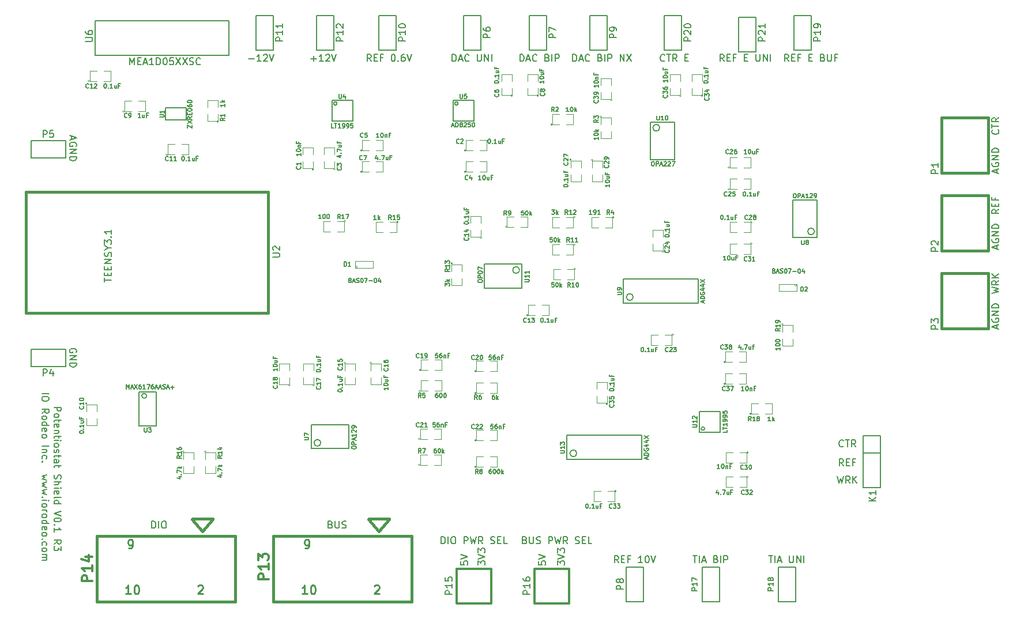
<source format=gto>
G04 (created by PCBNEW (2013-jul-07)-stable) date Tue 18 Dec 2018 06:03:29 PM PST*
%MOIN*%
G04 Gerber Fmt 3.4, Leading zero omitted, Abs format*
%FSLAX34Y34*%
G01*
G70*
G90*
G04 APERTURE LIST*
%ADD10C,0.00590551*%
%ADD11C,0.008*%
%ADD12C,0.005*%
%ADD13C,0.0031*%
%ADD14C,0.0039*%
%ADD15C,0.006*%
%ADD16C,0.012*%
%ADD17C,0.00787402*%
%ADD18C,0.015*%
%ADD19C,0.01*%
G04 APERTURE END LIST*
G54D10*
G54D11*
X67471Y-45423D02*
X67452Y-45442D01*
X67395Y-45461D01*
X67357Y-45461D01*
X67300Y-45442D01*
X67261Y-45404D01*
X67242Y-45366D01*
X67223Y-45290D01*
X67223Y-45233D01*
X67242Y-45157D01*
X67261Y-45119D01*
X67300Y-45080D01*
X67357Y-45061D01*
X67395Y-45061D01*
X67452Y-45080D01*
X67471Y-45100D01*
X67585Y-45061D02*
X67814Y-45061D01*
X67700Y-45461D02*
X67700Y-45061D01*
X68176Y-45461D02*
X68042Y-45271D01*
X67947Y-45461D02*
X67947Y-45061D01*
X68100Y-45061D01*
X68138Y-45080D01*
X68157Y-45100D01*
X68176Y-45138D01*
X68176Y-45195D01*
X68157Y-45233D01*
X68138Y-45252D01*
X68100Y-45271D01*
X67947Y-45271D01*
X67471Y-46561D02*
X67338Y-46371D01*
X67242Y-46561D02*
X67242Y-46161D01*
X67395Y-46161D01*
X67433Y-46180D01*
X67452Y-46200D01*
X67471Y-46238D01*
X67471Y-46295D01*
X67452Y-46333D01*
X67433Y-46352D01*
X67395Y-46371D01*
X67242Y-46371D01*
X67642Y-46352D02*
X67776Y-46352D01*
X67833Y-46561D02*
X67642Y-46561D01*
X67642Y-46161D01*
X67833Y-46161D01*
X68138Y-46352D02*
X68004Y-46352D01*
X68004Y-46561D02*
X68004Y-46161D01*
X68195Y-46161D01*
X67128Y-47161D02*
X67223Y-47561D01*
X67300Y-47276D01*
X67376Y-47561D01*
X67471Y-47161D01*
X67852Y-47561D02*
X67719Y-47371D01*
X67623Y-47561D02*
X67623Y-47161D01*
X67776Y-47161D01*
X67814Y-47180D01*
X67833Y-47200D01*
X67852Y-47238D01*
X67852Y-47295D01*
X67833Y-47333D01*
X67814Y-47352D01*
X67776Y-47371D01*
X67623Y-47371D01*
X68023Y-47561D02*
X68023Y-47161D01*
X68252Y-47561D02*
X68080Y-47333D01*
X68252Y-47161D02*
X68023Y-47390D01*
X76423Y-27128D02*
X76442Y-27147D01*
X76461Y-27204D01*
X76461Y-27242D01*
X76442Y-27299D01*
X76404Y-27338D01*
X76366Y-27357D01*
X76290Y-27376D01*
X76233Y-27376D01*
X76157Y-27357D01*
X76119Y-27338D01*
X76080Y-27299D01*
X76061Y-27242D01*
X76061Y-27204D01*
X76080Y-27147D01*
X76100Y-27128D01*
X76061Y-27014D02*
X76061Y-26785D01*
X76461Y-26899D02*
X76061Y-26899D01*
X76461Y-26423D02*
X76271Y-26557D01*
X76461Y-26652D02*
X76061Y-26652D01*
X76061Y-26500D01*
X76080Y-26461D01*
X76100Y-26442D01*
X76138Y-26423D01*
X76195Y-26423D01*
X76233Y-26442D01*
X76252Y-26461D01*
X76271Y-26500D01*
X76271Y-26652D01*
X76461Y-31728D02*
X76271Y-31861D01*
X76461Y-31957D02*
X76061Y-31957D01*
X76061Y-31804D01*
X76080Y-31766D01*
X76100Y-31747D01*
X76138Y-31728D01*
X76195Y-31728D01*
X76233Y-31747D01*
X76252Y-31766D01*
X76271Y-31804D01*
X76271Y-31957D01*
X76252Y-31557D02*
X76252Y-31423D01*
X76461Y-31366D02*
X76461Y-31557D01*
X76061Y-31557D01*
X76061Y-31366D01*
X76252Y-31061D02*
X76252Y-31195D01*
X76461Y-31195D02*
X76061Y-31195D01*
X76061Y-31004D01*
X76061Y-36571D02*
X76461Y-36476D01*
X76176Y-36400D01*
X76461Y-36323D01*
X76061Y-36228D01*
X76461Y-35847D02*
X76271Y-35980D01*
X76461Y-36076D02*
X76061Y-36076D01*
X76061Y-35923D01*
X76080Y-35885D01*
X76100Y-35866D01*
X76138Y-35847D01*
X76195Y-35847D01*
X76233Y-35866D01*
X76252Y-35885D01*
X76271Y-35923D01*
X76271Y-36076D01*
X76461Y-35676D02*
X76061Y-35676D01*
X76461Y-35447D02*
X76233Y-35619D01*
X76061Y-35447D02*
X76290Y-35676D01*
X76347Y-29604D02*
X76347Y-29414D01*
X76461Y-29642D02*
X76061Y-29509D01*
X76461Y-29376D01*
X76080Y-29033D02*
X76061Y-29071D01*
X76061Y-29128D01*
X76080Y-29185D01*
X76119Y-29223D01*
X76157Y-29242D01*
X76233Y-29261D01*
X76290Y-29261D01*
X76366Y-29242D01*
X76404Y-29223D01*
X76442Y-29185D01*
X76461Y-29128D01*
X76461Y-29090D01*
X76442Y-29033D01*
X76423Y-29014D01*
X76290Y-29014D01*
X76290Y-29090D01*
X76461Y-28842D02*
X76061Y-28842D01*
X76461Y-28614D01*
X76061Y-28614D01*
X76461Y-28423D02*
X76061Y-28423D01*
X76061Y-28328D01*
X76080Y-28271D01*
X76119Y-28233D01*
X76157Y-28214D01*
X76233Y-28195D01*
X76290Y-28195D01*
X76366Y-28214D01*
X76404Y-28233D01*
X76442Y-28271D01*
X76461Y-28328D01*
X76461Y-28423D01*
X76347Y-34004D02*
X76347Y-33814D01*
X76461Y-34042D02*
X76061Y-33909D01*
X76461Y-33776D01*
X76080Y-33433D02*
X76061Y-33471D01*
X76061Y-33528D01*
X76080Y-33585D01*
X76119Y-33623D01*
X76157Y-33642D01*
X76233Y-33661D01*
X76290Y-33661D01*
X76366Y-33642D01*
X76404Y-33623D01*
X76442Y-33585D01*
X76461Y-33528D01*
X76461Y-33490D01*
X76442Y-33433D01*
X76423Y-33414D01*
X76290Y-33414D01*
X76290Y-33490D01*
X76461Y-33242D02*
X76061Y-33242D01*
X76461Y-33014D01*
X76061Y-33014D01*
X76461Y-32823D02*
X76061Y-32823D01*
X76061Y-32728D01*
X76080Y-32671D01*
X76119Y-32633D01*
X76157Y-32614D01*
X76233Y-32595D01*
X76290Y-32595D01*
X76366Y-32614D01*
X76404Y-32633D01*
X76442Y-32671D01*
X76461Y-32728D01*
X76461Y-32823D01*
X76347Y-38604D02*
X76347Y-38414D01*
X76461Y-38642D02*
X76061Y-38509D01*
X76461Y-38376D01*
X76080Y-38033D02*
X76061Y-38071D01*
X76061Y-38128D01*
X76080Y-38185D01*
X76119Y-38223D01*
X76157Y-38242D01*
X76233Y-38261D01*
X76290Y-38261D01*
X76366Y-38242D01*
X76404Y-38223D01*
X76442Y-38185D01*
X76461Y-38128D01*
X76461Y-38090D01*
X76442Y-38033D01*
X76423Y-38014D01*
X76290Y-38014D01*
X76290Y-38090D01*
X76461Y-37842D02*
X76061Y-37842D01*
X76461Y-37614D01*
X76061Y-37614D01*
X76461Y-37423D02*
X76061Y-37423D01*
X76061Y-37328D01*
X76080Y-37271D01*
X76119Y-37233D01*
X76157Y-37214D01*
X76233Y-37195D01*
X76290Y-37195D01*
X76366Y-37214D01*
X76404Y-37233D01*
X76442Y-37271D01*
X76461Y-37328D01*
X76461Y-37423D01*
X22852Y-27495D02*
X22852Y-27685D01*
X22738Y-27457D02*
X23138Y-27590D01*
X22738Y-27723D01*
X23119Y-28066D02*
X23138Y-28028D01*
X23138Y-27971D01*
X23119Y-27914D01*
X23080Y-27876D01*
X23042Y-27857D01*
X22966Y-27838D01*
X22909Y-27838D01*
X22833Y-27857D01*
X22795Y-27876D01*
X22757Y-27914D01*
X22738Y-27971D01*
X22738Y-28009D01*
X22757Y-28066D01*
X22776Y-28085D01*
X22909Y-28085D01*
X22909Y-28009D01*
X22738Y-28257D02*
X23138Y-28257D01*
X22738Y-28485D01*
X23138Y-28485D01*
X22738Y-28676D02*
X23138Y-28676D01*
X23138Y-28771D01*
X23119Y-28828D01*
X23080Y-28866D01*
X23042Y-28885D01*
X22966Y-28904D01*
X22909Y-28904D01*
X22833Y-28885D01*
X22795Y-28866D01*
X22757Y-28828D01*
X22738Y-28771D01*
X22738Y-28676D01*
X23119Y-39995D02*
X23138Y-39957D01*
X23138Y-39900D01*
X23119Y-39842D01*
X23080Y-39804D01*
X23042Y-39785D01*
X22966Y-39766D01*
X22909Y-39766D01*
X22833Y-39785D01*
X22795Y-39804D01*
X22757Y-39842D01*
X22738Y-39900D01*
X22738Y-39938D01*
X22757Y-39995D01*
X22776Y-40014D01*
X22909Y-40014D01*
X22909Y-39938D01*
X22738Y-40185D02*
X23138Y-40185D01*
X22738Y-40414D01*
X23138Y-40414D01*
X22738Y-40604D02*
X23138Y-40604D01*
X23138Y-40700D01*
X23119Y-40757D01*
X23080Y-40795D01*
X23042Y-40814D01*
X22966Y-40833D01*
X22909Y-40833D01*
X22833Y-40814D01*
X22795Y-40795D01*
X22757Y-40757D01*
X22738Y-40700D01*
X22738Y-40604D01*
X50961Y-52295D02*
X50961Y-52047D01*
X51114Y-52180D01*
X51114Y-52123D01*
X51133Y-52085D01*
X51152Y-52066D01*
X51190Y-52047D01*
X51285Y-52047D01*
X51323Y-52066D01*
X51342Y-52085D01*
X51361Y-52123D01*
X51361Y-52238D01*
X51342Y-52276D01*
X51323Y-52295D01*
X50961Y-51933D02*
X51361Y-51799D01*
X50961Y-51666D01*
X50961Y-51571D02*
X50961Y-51323D01*
X51114Y-51457D01*
X51114Y-51400D01*
X51133Y-51361D01*
X51152Y-51342D01*
X51190Y-51323D01*
X51285Y-51323D01*
X51323Y-51342D01*
X51342Y-51361D01*
X51361Y-51400D01*
X51361Y-51514D01*
X51342Y-51552D01*
X51323Y-51571D01*
X49861Y-52076D02*
X49861Y-52266D01*
X50052Y-52285D01*
X50033Y-52266D01*
X50014Y-52228D01*
X50014Y-52133D01*
X50033Y-52095D01*
X50052Y-52076D01*
X50090Y-52057D01*
X50185Y-52057D01*
X50223Y-52076D01*
X50242Y-52095D01*
X50261Y-52133D01*
X50261Y-52228D01*
X50242Y-52266D01*
X50223Y-52285D01*
X49861Y-51942D02*
X50261Y-51809D01*
X49861Y-51676D01*
X49061Y-50852D02*
X49119Y-50871D01*
X49138Y-50890D01*
X49157Y-50928D01*
X49157Y-50985D01*
X49138Y-51023D01*
X49119Y-51042D01*
X49080Y-51061D01*
X48928Y-51061D01*
X48928Y-50661D01*
X49061Y-50661D01*
X49100Y-50680D01*
X49119Y-50700D01*
X49138Y-50738D01*
X49138Y-50776D01*
X49119Y-50814D01*
X49100Y-50833D01*
X49061Y-50852D01*
X48928Y-50852D01*
X49328Y-50661D02*
X49328Y-50985D01*
X49347Y-51023D01*
X49366Y-51042D01*
X49404Y-51061D01*
X49480Y-51061D01*
X49519Y-51042D01*
X49538Y-51023D01*
X49557Y-50985D01*
X49557Y-50661D01*
X49728Y-51042D02*
X49785Y-51061D01*
X49880Y-51061D01*
X49919Y-51042D01*
X49938Y-51023D01*
X49957Y-50985D01*
X49957Y-50947D01*
X49938Y-50909D01*
X49919Y-50890D01*
X49880Y-50871D01*
X49804Y-50852D01*
X49766Y-50833D01*
X49747Y-50814D01*
X49728Y-50776D01*
X49728Y-50738D01*
X49747Y-50700D01*
X49766Y-50680D01*
X49804Y-50661D01*
X49900Y-50661D01*
X49957Y-50680D01*
X50433Y-51061D02*
X50433Y-50661D01*
X50585Y-50661D01*
X50623Y-50680D01*
X50642Y-50700D01*
X50661Y-50738D01*
X50661Y-50795D01*
X50642Y-50833D01*
X50623Y-50852D01*
X50585Y-50871D01*
X50433Y-50871D01*
X50795Y-50661D02*
X50890Y-51061D01*
X50966Y-50776D01*
X51042Y-51061D01*
X51138Y-50661D01*
X51519Y-51061D02*
X51385Y-50871D01*
X51290Y-51061D02*
X51290Y-50661D01*
X51442Y-50661D01*
X51480Y-50680D01*
X51500Y-50700D01*
X51519Y-50738D01*
X51519Y-50795D01*
X51500Y-50833D01*
X51480Y-50852D01*
X51442Y-50871D01*
X51290Y-50871D01*
X51976Y-51042D02*
X52033Y-51061D01*
X52128Y-51061D01*
X52166Y-51042D01*
X52185Y-51023D01*
X52204Y-50985D01*
X52204Y-50947D01*
X52185Y-50909D01*
X52166Y-50890D01*
X52128Y-50871D01*
X52052Y-50852D01*
X52014Y-50833D01*
X51995Y-50814D01*
X51976Y-50776D01*
X51976Y-50738D01*
X51995Y-50700D01*
X52014Y-50680D01*
X52052Y-50661D01*
X52147Y-50661D01*
X52204Y-50680D01*
X52376Y-50852D02*
X52509Y-50852D01*
X52566Y-51061D02*
X52376Y-51061D01*
X52376Y-50661D01*
X52566Y-50661D01*
X52928Y-51061D02*
X52738Y-51061D01*
X52738Y-50661D01*
X44223Y-51061D02*
X44223Y-50661D01*
X44319Y-50661D01*
X44376Y-50680D01*
X44414Y-50719D01*
X44433Y-50757D01*
X44452Y-50833D01*
X44452Y-50890D01*
X44433Y-50966D01*
X44414Y-51004D01*
X44376Y-51042D01*
X44319Y-51061D01*
X44223Y-51061D01*
X44623Y-51061D02*
X44623Y-50661D01*
X44890Y-50661D02*
X44966Y-50661D01*
X45004Y-50680D01*
X45042Y-50719D01*
X45061Y-50795D01*
X45061Y-50928D01*
X45042Y-51004D01*
X45004Y-51042D01*
X44966Y-51061D01*
X44890Y-51061D01*
X44852Y-51042D01*
X44814Y-51004D01*
X44795Y-50928D01*
X44795Y-50795D01*
X44814Y-50719D01*
X44852Y-50680D01*
X44890Y-50661D01*
X45538Y-51061D02*
X45538Y-50661D01*
X45690Y-50661D01*
X45728Y-50680D01*
X45747Y-50700D01*
X45766Y-50738D01*
X45766Y-50795D01*
X45747Y-50833D01*
X45728Y-50852D01*
X45690Y-50871D01*
X45538Y-50871D01*
X45900Y-50661D02*
X45995Y-51061D01*
X46071Y-50776D01*
X46147Y-51061D01*
X46242Y-50661D01*
X46623Y-51061D02*
X46490Y-50871D01*
X46395Y-51061D02*
X46395Y-50661D01*
X46547Y-50661D01*
X46585Y-50680D01*
X46604Y-50700D01*
X46623Y-50738D01*
X46623Y-50795D01*
X46604Y-50833D01*
X46585Y-50852D01*
X46547Y-50871D01*
X46395Y-50871D01*
X47080Y-51042D02*
X47138Y-51061D01*
X47233Y-51061D01*
X47271Y-51042D01*
X47290Y-51023D01*
X47309Y-50985D01*
X47309Y-50947D01*
X47290Y-50909D01*
X47271Y-50890D01*
X47233Y-50871D01*
X47157Y-50852D01*
X47119Y-50833D01*
X47100Y-50814D01*
X47080Y-50776D01*
X47080Y-50738D01*
X47100Y-50700D01*
X47119Y-50680D01*
X47157Y-50661D01*
X47252Y-50661D01*
X47309Y-50680D01*
X47480Y-50852D02*
X47614Y-50852D01*
X47671Y-51061D02*
X47480Y-51061D01*
X47480Y-50661D01*
X47671Y-50661D01*
X48033Y-51061D02*
X47842Y-51061D01*
X47842Y-50661D01*
X46361Y-52295D02*
X46361Y-52047D01*
X46514Y-52180D01*
X46514Y-52123D01*
X46533Y-52085D01*
X46552Y-52066D01*
X46590Y-52047D01*
X46685Y-52047D01*
X46723Y-52066D01*
X46742Y-52085D01*
X46761Y-52123D01*
X46761Y-52238D01*
X46742Y-52276D01*
X46723Y-52295D01*
X46361Y-51933D02*
X46761Y-51799D01*
X46361Y-51666D01*
X46361Y-51571D02*
X46361Y-51323D01*
X46514Y-51457D01*
X46514Y-51400D01*
X46533Y-51361D01*
X46552Y-51342D01*
X46590Y-51323D01*
X46685Y-51323D01*
X46723Y-51342D01*
X46742Y-51361D01*
X46761Y-51400D01*
X46761Y-51514D01*
X46742Y-51552D01*
X46723Y-51571D01*
X45361Y-52076D02*
X45361Y-52266D01*
X45552Y-52285D01*
X45533Y-52266D01*
X45514Y-52228D01*
X45514Y-52133D01*
X45533Y-52095D01*
X45552Y-52076D01*
X45590Y-52057D01*
X45685Y-52057D01*
X45723Y-52076D01*
X45742Y-52095D01*
X45761Y-52133D01*
X45761Y-52228D01*
X45742Y-52266D01*
X45723Y-52285D01*
X45361Y-51942D02*
X45761Y-51809D01*
X45361Y-51676D01*
X37828Y-49952D02*
X37885Y-49971D01*
X37904Y-49990D01*
X37923Y-50028D01*
X37923Y-50085D01*
X37904Y-50123D01*
X37885Y-50142D01*
X37847Y-50161D01*
X37695Y-50161D01*
X37695Y-49761D01*
X37828Y-49761D01*
X37866Y-49780D01*
X37885Y-49800D01*
X37904Y-49838D01*
X37904Y-49876D01*
X37885Y-49914D01*
X37866Y-49933D01*
X37828Y-49952D01*
X37695Y-49952D01*
X38095Y-49761D02*
X38095Y-50085D01*
X38114Y-50123D01*
X38133Y-50142D01*
X38171Y-50161D01*
X38247Y-50161D01*
X38285Y-50142D01*
X38304Y-50123D01*
X38323Y-50085D01*
X38323Y-49761D01*
X38495Y-50142D02*
X38552Y-50161D01*
X38647Y-50161D01*
X38685Y-50142D01*
X38704Y-50123D01*
X38723Y-50085D01*
X38723Y-50047D01*
X38704Y-50009D01*
X38685Y-49990D01*
X38647Y-49971D01*
X38571Y-49952D01*
X38533Y-49933D01*
X38514Y-49914D01*
X38495Y-49876D01*
X38495Y-49838D01*
X38514Y-49800D01*
X38533Y-49780D01*
X38571Y-49761D01*
X38666Y-49761D01*
X38723Y-49780D01*
X27490Y-50161D02*
X27490Y-49761D01*
X27585Y-49761D01*
X27642Y-49780D01*
X27680Y-49819D01*
X27700Y-49857D01*
X27719Y-49933D01*
X27719Y-49990D01*
X27700Y-50066D01*
X27680Y-50104D01*
X27642Y-50142D01*
X27585Y-50161D01*
X27490Y-50161D01*
X27890Y-50161D02*
X27890Y-49761D01*
X28157Y-49761D02*
X28233Y-49761D01*
X28271Y-49780D01*
X28309Y-49819D01*
X28328Y-49895D01*
X28328Y-50028D01*
X28309Y-50104D01*
X28271Y-50142D01*
X28233Y-50161D01*
X28157Y-50161D01*
X28119Y-50142D01*
X28080Y-50104D01*
X28061Y-50028D01*
X28061Y-49895D01*
X28080Y-49819D01*
X28119Y-49780D01*
X28157Y-49761D01*
X21138Y-42371D02*
X21538Y-42371D01*
X21538Y-42638D02*
X21538Y-42714D01*
X21519Y-42752D01*
X21480Y-42790D01*
X21404Y-42809D01*
X21271Y-42809D01*
X21195Y-42790D01*
X21157Y-42752D01*
X21138Y-42714D01*
X21138Y-42638D01*
X21157Y-42600D01*
X21195Y-42561D01*
X21271Y-42542D01*
X21404Y-42542D01*
X21480Y-42561D01*
X21519Y-42600D01*
X21538Y-42638D01*
X21138Y-43514D02*
X21328Y-43380D01*
X21138Y-43285D02*
X21538Y-43285D01*
X21538Y-43438D01*
X21519Y-43476D01*
X21500Y-43495D01*
X21461Y-43514D01*
X21404Y-43514D01*
X21366Y-43495D01*
X21347Y-43476D01*
X21328Y-43438D01*
X21328Y-43285D01*
X21138Y-43742D02*
X21157Y-43704D01*
X21176Y-43685D01*
X21214Y-43666D01*
X21328Y-43666D01*
X21366Y-43685D01*
X21385Y-43704D01*
X21404Y-43742D01*
X21404Y-43800D01*
X21385Y-43838D01*
X21366Y-43857D01*
X21328Y-43876D01*
X21214Y-43876D01*
X21176Y-43857D01*
X21157Y-43838D01*
X21138Y-43800D01*
X21138Y-43742D01*
X21138Y-44219D02*
X21538Y-44219D01*
X21157Y-44219D02*
X21138Y-44180D01*
X21138Y-44104D01*
X21157Y-44066D01*
X21176Y-44047D01*
X21214Y-44028D01*
X21328Y-44028D01*
X21366Y-44047D01*
X21385Y-44066D01*
X21404Y-44104D01*
X21404Y-44180D01*
X21385Y-44219D01*
X21157Y-44561D02*
X21138Y-44523D01*
X21138Y-44447D01*
X21157Y-44409D01*
X21195Y-44390D01*
X21347Y-44390D01*
X21385Y-44409D01*
X21404Y-44447D01*
X21404Y-44523D01*
X21385Y-44561D01*
X21347Y-44580D01*
X21309Y-44580D01*
X21271Y-44390D01*
X21138Y-44809D02*
X21157Y-44771D01*
X21176Y-44752D01*
X21214Y-44733D01*
X21328Y-44733D01*
X21366Y-44752D01*
X21385Y-44771D01*
X21404Y-44809D01*
X21404Y-44866D01*
X21385Y-44904D01*
X21366Y-44923D01*
X21328Y-44942D01*
X21214Y-44942D01*
X21176Y-44923D01*
X21157Y-44904D01*
X21138Y-44866D01*
X21138Y-44809D01*
X21138Y-45419D02*
X21538Y-45419D01*
X21404Y-45609D02*
X21138Y-45609D01*
X21366Y-45609D02*
X21385Y-45628D01*
X21404Y-45666D01*
X21404Y-45723D01*
X21385Y-45761D01*
X21347Y-45780D01*
X21138Y-45780D01*
X21157Y-46142D02*
X21138Y-46104D01*
X21138Y-46028D01*
X21157Y-45990D01*
X21176Y-45971D01*
X21214Y-45952D01*
X21328Y-45952D01*
X21366Y-45971D01*
X21385Y-45990D01*
X21404Y-46028D01*
X21404Y-46104D01*
X21385Y-46142D01*
X21176Y-46314D02*
X21157Y-46333D01*
X21138Y-46314D01*
X21157Y-46295D01*
X21176Y-46314D01*
X21138Y-46314D01*
X21404Y-47076D02*
X21138Y-47152D01*
X21328Y-47228D01*
X21138Y-47304D01*
X21404Y-47380D01*
X21404Y-47495D02*
X21138Y-47571D01*
X21328Y-47647D01*
X21138Y-47723D01*
X21404Y-47800D01*
X21404Y-47914D02*
X21138Y-47990D01*
X21328Y-48066D01*
X21138Y-48142D01*
X21404Y-48219D01*
X21176Y-48371D02*
X21157Y-48390D01*
X21138Y-48371D01*
X21157Y-48352D01*
X21176Y-48371D01*
X21138Y-48371D01*
X21138Y-48561D02*
X21404Y-48561D01*
X21538Y-48561D02*
X21519Y-48542D01*
X21500Y-48561D01*
X21519Y-48580D01*
X21538Y-48561D01*
X21500Y-48561D01*
X21138Y-48809D02*
X21157Y-48771D01*
X21176Y-48752D01*
X21214Y-48733D01*
X21328Y-48733D01*
X21366Y-48752D01*
X21385Y-48771D01*
X21404Y-48809D01*
X21404Y-48866D01*
X21385Y-48904D01*
X21366Y-48923D01*
X21328Y-48942D01*
X21214Y-48942D01*
X21176Y-48923D01*
X21157Y-48904D01*
X21138Y-48866D01*
X21138Y-48809D01*
X21138Y-49114D02*
X21404Y-49114D01*
X21328Y-49114D02*
X21366Y-49133D01*
X21385Y-49152D01*
X21404Y-49190D01*
X21404Y-49228D01*
X21138Y-49419D02*
X21157Y-49380D01*
X21176Y-49361D01*
X21214Y-49342D01*
X21328Y-49342D01*
X21366Y-49361D01*
X21385Y-49380D01*
X21404Y-49419D01*
X21404Y-49476D01*
X21385Y-49514D01*
X21366Y-49533D01*
X21328Y-49552D01*
X21214Y-49552D01*
X21176Y-49533D01*
X21157Y-49514D01*
X21138Y-49476D01*
X21138Y-49419D01*
X21138Y-49895D02*
X21538Y-49895D01*
X21157Y-49895D02*
X21138Y-49857D01*
X21138Y-49780D01*
X21157Y-49742D01*
X21176Y-49723D01*
X21214Y-49704D01*
X21328Y-49704D01*
X21366Y-49723D01*
X21385Y-49742D01*
X21404Y-49780D01*
X21404Y-49857D01*
X21385Y-49895D01*
X21157Y-50238D02*
X21138Y-50200D01*
X21138Y-50123D01*
X21157Y-50085D01*
X21195Y-50066D01*
X21347Y-50066D01*
X21385Y-50085D01*
X21404Y-50123D01*
X21404Y-50200D01*
X21385Y-50238D01*
X21347Y-50257D01*
X21309Y-50257D01*
X21271Y-50066D01*
X21138Y-50485D02*
X21157Y-50447D01*
X21176Y-50428D01*
X21214Y-50409D01*
X21328Y-50409D01*
X21366Y-50428D01*
X21385Y-50447D01*
X21404Y-50485D01*
X21404Y-50542D01*
X21385Y-50580D01*
X21366Y-50600D01*
X21328Y-50619D01*
X21214Y-50619D01*
X21176Y-50600D01*
X21157Y-50580D01*
X21138Y-50542D01*
X21138Y-50485D01*
X21176Y-50790D02*
X21157Y-50809D01*
X21138Y-50790D01*
X21157Y-50771D01*
X21176Y-50790D01*
X21138Y-50790D01*
X21157Y-51152D02*
X21138Y-51114D01*
X21138Y-51038D01*
X21157Y-51000D01*
X21176Y-50980D01*
X21214Y-50961D01*
X21328Y-50961D01*
X21366Y-50980D01*
X21385Y-51000D01*
X21404Y-51038D01*
X21404Y-51114D01*
X21385Y-51152D01*
X21138Y-51380D02*
X21157Y-51342D01*
X21176Y-51323D01*
X21214Y-51304D01*
X21328Y-51304D01*
X21366Y-51323D01*
X21385Y-51342D01*
X21404Y-51380D01*
X21404Y-51438D01*
X21385Y-51476D01*
X21366Y-51495D01*
X21328Y-51514D01*
X21214Y-51514D01*
X21176Y-51495D01*
X21157Y-51476D01*
X21138Y-51438D01*
X21138Y-51380D01*
X21138Y-51685D02*
X21404Y-51685D01*
X21366Y-51685D02*
X21385Y-51704D01*
X21404Y-51742D01*
X21404Y-51800D01*
X21385Y-51838D01*
X21347Y-51857D01*
X21138Y-51857D01*
X21347Y-51857D02*
X21385Y-51876D01*
X21404Y-51914D01*
X21404Y-51971D01*
X21385Y-52009D01*
X21347Y-52028D01*
X21138Y-52028D01*
X21838Y-43166D02*
X22238Y-43166D01*
X22238Y-43319D01*
X22219Y-43357D01*
X22200Y-43376D01*
X22161Y-43395D01*
X22104Y-43395D01*
X22066Y-43376D01*
X22047Y-43357D01*
X22028Y-43319D01*
X22028Y-43166D01*
X21838Y-43623D02*
X21857Y-43585D01*
X21876Y-43566D01*
X21914Y-43547D01*
X22028Y-43547D01*
X22066Y-43566D01*
X22085Y-43585D01*
X22104Y-43623D01*
X22104Y-43680D01*
X22085Y-43719D01*
X22066Y-43738D01*
X22028Y-43757D01*
X21914Y-43757D01*
X21876Y-43738D01*
X21857Y-43719D01*
X21838Y-43680D01*
X21838Y-43623D01*
X22104Y-43871D02*
X22104Y-44023D01*
X22238Y-43928D02*
X21895Y-43928D01*
X21857Y-43947D01*
X21838Y-43985D01*
X21838Y-44023D01*
X21857Y-44309D02*
X21838Y-44271D01*
X21838Y-44195D01*
X21857Y-44157D01*
X21895Y-44138D01*
X22047Y-44138D01*
X22085Y-44157D01*
X22104Y-44195D01*
X22104Y-44271D01*
X22085Y-44309D01*
X22047Y-44328D01*
X22009Y-44328D01*
X21971Y-44138D01*
X22104Y-44500D02*
X21838Y-44500D01*
X22066Y-44500D02*
X22085Y-44519D01*
X22104Y-44557D01*
X22104Y-44614D01*
X22085Y-44652D01*
X22047Y-44671D01*
X21838Y-44671D01*
X22104Y-44804D02*
X22104Y-44957D01*
X22238Y-44861D02*
X21895Y-44861D01*
X21857Y-44880D01*
X21838Y-44919D01*
X21838Y-44957D01*
X21838Y-45090D02*
X22104Y-45090D01*
X22238Y-45090D02*
X22219Y-45071D01*
X22200Y-45090D01*
X22219Y-45109D01*
X22238Y-45090D01*
X22200Y-45090D01*
X21838Y-45338D02*
X21857Y-45300D01*
X21876Y-45280D01*
X21914Y-45261D01*
X22028Y-45261D01*
X22066Y-45280D01*
X22085Y-45300D01*
X22104Y-45338D01*
X22104Y-45395D01*
X22085Y-45433D01*
X22066Y-45452D01*
X22028Y-45471D01*
X21914Y-45471D01*
X21876Y-45452D01*
X21857Y-45433D01*
X21838Y-45395D01*
X21838Y-45338D01*
X21857Y-45623D02*
X21838Y-45661D01*
X21838Y-45738D01*
X21857Y-45776D01*
X21895Y-45795D01*
X21914Y-45795D01*
X21952Y-45776D01*
X21971Y-45738D01*
X21971Y-45680D01*
X21990Y-45642D01*
X22028Y-45623D01*
X22047Y-45623D01*
X22085Y-45642D01*
X22104Y-45680D01*
X22104Y-45738D01*
X22085Y-45776D01*
X22104Y-45909D02*
X22104Y-46061D01*
X22238Y-45966D02*
X21895Y-45966D01*
X21857Y-45985D01*
X21838Y-46023D01*
X21838Y-46061D01*
X21838Y-46366D02*
X22047Y-46366D01*
X22085Y-46347D01*
X22104Y-46309D01*
X22104Y-46233D01*
X22085Y-46195D01*
X21857Y-46366D02*
X21838Y-46328D01*
X21838Y-46233D01*
X21857Y-46195D01*
X21895Y-46176D01*
X21933Y-46176D01*
X21971Y-46195D01*
X21990Y-46233D01*
X21990Y-46328D01*
X22009Y-46366D01*
X22104Y-46500D02*
X22104Y-46652D01*
X22238Y-46557D02*
X21895Y-46557D01*
X21857Y-46576D01*
X21838Y-46614D01*
X21838Y-46652D01*
X21857Y-47071D02*
X21838Y-47128D01*
X21838Y-47223D01*
X21857Y-47261D01*
X21876Y-47280D01*
X21914Y-47299D01*
X21952Y-47299D01*
X21990Y-47280D01*
X22009Y-47261D01*
X22028Y-47223D01*
X22047Y-47147D01*
X22066Y-47109D01*
X22085Y-47090D01*
X22123Y-47071D01*
X22161Y-47071D01*
X22200Y-47090D01*
X22219Y-47109D01*
X22238Y-47147D01*
X22238Y-47242D01*
X22219Y-47299D01*
X21838Y-47471D02*
X22238Y-47471D01*
X21838Y-47642D02*
X22047Y-47642D01*
X22085Y-47623D01*
X22104Y-47585D01*
X22104Y-47528D01*
X22085Y-47490D01*
X22066Y-47471D01*
X21838Y-47833D02*
X22104Y-47833D01*
X22238Y-47833D02*
X22219Y-47814D01*
X22200Y-47833D01*
X22219Y-47852D01*
X22238Y-47833D01*
X22200Y-47833D01*
X21857Y-48176D02*
X21838Y-48138D01*
X21838Y-48061D01*
X21857Y-48023D01*
X21895Y-48004D01*
X22047Y-48004D01*
X22085Y-48023D01*
X22104Y-48061D01*
X22104Y-48138D01*
X22085Y-48176D01*
X22047Y-48195D01*
X22009Y-48195D01*
X21971Y-48004D01*
X21838Y-48423D02*
X21857Y-48385D01*
X21895Y-48366D01*
X22238Y-48366D01*
X21838Y-48747D02*
X22238Y-48747D01*
X21857Y-48747D02*
X21838Y-48709D01*
X21838Y-48633D01*
X21857Y-48595D01*
X21876Y-48576D01*
X21914Y-48557D01*
X22028Y-48557D01*
X22066Y-48576D01*
X22085Y-48595D01*
X22104Y-48633D01*
X22104Y-48709D01*
X22085Y-48747D01*
X22238Y-49185D02*
X21838Y-49319D01*
X22238Y-49452D01*
X22238Y-49661D02*
X22238Y-49699D01*
X22219Y-49738D01*
X22200Y-49757D01*
X22161Y-49776D01*
X22085Y-49795D01*
X21990Y-49795D01*
X21914Y-49776D01*
X21876Y-49757D01*
X21857Y-49738D01*
X21838Y-49699D01*
X21838Y-49661D01*
X21857Y-49623D01*
X21876Y-49604D01*
X21914Y-49585D01*
X21990Y-49566D01*
X22085Y-49566D01*
X22161Y-49585D01*
X22200Y-49604D01*
X22219Y-49623D01*
X22238Y-49661D01*
X21876Y-49966D02*
X21857Y-49985D01*
X21838Y-49966D01*
X21857Y-49947D01*
X21876Y-49966D01*
X21838Y-49966D01*
X21838Y-50366D02*
X21838Y-50138D01*
X21838Y-50252D02*
X22238Y-50252D01*
X22180Y-50214D01*
X22142Y-50176D01*
X22123Y-50138D01*
X21838Y-51071D02*
X22028Y-50938D01*
X21838Y-50842D02*
X22238Y-50842D01*
X22238Y-50995D01*
X22219Y-51033D01*
X22200Y-51052D01*
X22161Y-51071D01*
X22104Y-51071D01*
X22066Y-51052D01*
X22047Y-51033D01*
X22028Y-50995D01*
X22028Y-50842D01*
X22238Y-51204D02*
X22238Y-51452D01*
X22085Y-51319D01*
X22085Y-51376D01*
X22066Y-51414D01*
X22047Y-51433D01*
X22009Y-51452D01*
X21914Y-51452D01*
X21876Y-51433D01*
X21857Y-51414D01*
X21838Y-51376D01*
X21838Y-51261D01*
X21857Y-51223D01*
X21876Y-51204D01*
X63152Y-51761D02*
X63380Y-51761D01*
X63266Y-52161D02*
X63266Y-51761D01*
X63514Y-52161D02*
X63514Y-51761D01*
X63685Y-52047D02*
X63876Y-52047D01*
X63647Y-52161D02*
X63780Y-51761D01*
X63914Y-52161D01*
X64352Y-51761D02*
X64352Y-52085D01*
X64371Y-52123D01*
X64390Y-52142D01*
X64428Y-52161D01*
X64504Y-52161D01*
X64542Y-52142D01*
X64561Y-52123D01*
X64580Y-52085D01*
X64580Y-51761D01*
X64771Y-52161D02*
X64771Y-51761D01*
X65000Y-52161D01*
X65000Y-51761D01*
X65190Y-52161D02*
X65190Y-51761D01*
X58771Y-51761D02*
X59000Y-51761D01*
X58885Y-52161D02*
X58885Y-51761D01*
X59133Y-52161D02*
X59133Y-51761D01*
X59304Y-52047D02*
X59495Y-52047D01*
X59266Y-52161D02*
X59400Y-51761D01*
X59533Y-52161D01*
X60104Y-51952D02*
X60161Y-51971D01*
X60180Y-51990D01*
X60200Y-52028D01*
X60200Y-52085D01*
X60180Y-52123D01*
X60161Y-52142D01*
X60123Y-52161D01*
X59971Y-52161D01*
X59971Y-51761D01*
X60104Y-51761D01*
X60142Y-51780D01*
X60161Y-51800D01*
X60180Y-51838D01*
X60180Y-51876D01*
X60161Y-51914D01*
X60142Y-51933D01*
X60104Y-51952D01*
X59971Y-51952D01*
X60371Y-52161D02*
X60371Y-51761D01*
X60561Y-52161D02*
X60561Y-51761D01*
X60714Y-51761D01*
X60752Y-51780D01*
X60771Y-51800D01*
X60790Y-51838D01*
X60790Y-51895D01*
X60771Y-51933D01*
X60752Y-51952D01*
X60714Y-51971D01*
X60561Y-51971D01*
X60571Y-23161D02*
X60438Y-22971D01*
X60342Y-23161D02*
X60342Y-22761D01*
X60495Y-22761D01*
X60533Y-22780D01*
X60552Y-22800D01*
X60571Y-22838D01*
X60571Y-22895D01*
X60552Y-22933D01*
X60533Y-22952D01*
X60495Y-22971D01*
X60342Y-22971D01*
X60742Y-22952D02*
X60876Y-22952D01*
X60933Y-23161D02*
X60742Y-23161D01*
X60742Y-22761D01*
X60933Y-22761D01*
X61238Y-22952D02*
X61104Y-22952D01*
X61104Y-23161D02*
X61104Y-22761D01*
X61295Y-22761D01*
X61752Y-22952D02*
X61885Y-22952D01*
X61942Y-23161D02*
X61752Y-23161D01*
X61752Y-22761D01*
X61942Y-22761D01*
X62419Y-22761D02*
X62419Y-23085D01*
X62438Y-23123D01*
X62457Y-23142D01*
X62495Y-23161D01*
X62571Y-23161D01*
X62609Y-23142D01*
X62628Y-23123D01*
X62647Y-23085D01*
X62647Y-22761D01*
X62838Y-23161D02*
X62838Y-22761D01*
X63066Y-23161D01*
X63066Y-22761D01*
X63257Y-23161D02*
X63257Y-22761D01*
X54466Y-52161D02*
X54333Y-51971D01*
X54238Y-52161D02*
X54238Y-51761D01*
X54390Y-51761D01*
X54428Y-51780D01*
X54447Y-51800D01*
X54466Y-51838D01*
X54466Y-51895D01*
X54447Y-51933D01*
X54428Y-51952D01*
X54390Y-51971D01*
X54238Y-51971D01*
X54638Y-51952D02*
X54771Y-51952D01*
X54828Y-52161D02*
X54638Y-52161D01*
X54638Y-51761D01*
X54828Y-51761D01*
X55133Y-51952D02*
X55000Y-51952D01*
X55000Y-52161D02*
X55000Y-51761D01*
X55190Y-51761D01*
X55857Y-52161D02*
X55628Y-52161D01*
X55742Y-52161D02*
X55742Y-51761D01*
X55704Y-51819D01*
X55666Y-51857D01*
X55628Y-51876D01*
X56104Y-51761D02*
X56142Y-51761D01*
X56180Y-51780D01*
X56200Y-51800D01*
X56219Y-51838D01*
X56238Y-51914D01*
X56238Y-52009D01*
X56219Y-52085D01*
X56200Y-52123D01*
X56180Y-52142D01*
X56142Y-52161D01*
X56104Y-52161D01*
X56066Y-52142D01*
X56047Y-52123D01*
X56028Y-52085D01*
X56009Y-52009D01*
X56009Y-51914D01*
X56028Y-51838D01*
X56047Y-51800D01*
X56066Y-51780D01*
X56104Y-51761D01*
X56352Y-51761D02*
X56485Y-52161D01*
X56619Y-51761D01*
X64304Y-23161D02*
X64171Y-22971D01*
X64076Y-23161D02*
X64076Y-22761D01*
X64228Y-22761D01*
X64266Y-22780D01*
X64285Y-22800D01*
X64304Y-22838D01*
X64304Y-22895D01*
X64285Y-22933D01*
X64266Y-22952D01*
X64228Y-22971D01*
X64076Y-22971D01*
X64476Y-22952D02*
X64609Y-22952D01*
X64666Y-23161D02*
X64476Y-23161D01*
X64476Y-22761D01*
X64666Y-22761D01*
X64971Y-22952D02*
X64838Y-22952D01*
X64838Y-23161D02*
X64838Y-22761D01*
X65028Y-22761D01*
X65485Y-22952D02*
X65619Y-22952D01*
X65676Y-23161D02*
X65485Y-23161D01*
X65485Y-22761D01*
X65676Y-22761D01*
X66285Y-22952D02*
X66342Y-22971D01*
X66361Y-22990D01*
X66380Y-23028D01*
X66380Y-23085D01*
X66361Y-23123D01*
X66342Y-23142D01*
X66304Y-23161D01*
X66152Y-23161D01*
X66152Y-22761D01*
X66285Y-22761D01*
X66323Y-22780D01*
X66342Y-22800D01*
X66361Y-22838D01*
X66361Y-22876D01*
X66342Y-22914D01*
X66323Y-22933D01*
X66285Y-22952D01*
X66152Y-22952D01*
X66552Y-22761D02*
X66552Y-23085D01*
X66571Y-23123D01*
X66590Y-23142D01*
X66628Y-23161D01*
X66704Y-23161D01*
X66742Y-23142D01*
X66761Y-23123D01*
X66780Y-23085D01*
X66780Y-22761D01*
X67104Y-22952D02*
X66971Y-22952D01*
X66971Y-23161D02*
X66971Y-22761D01*
X67161Y-22761D01*
X57138Y-23123D02*
X57119Y-23142D01*
X57061Y-23161D01*
X57023Y-23161D01*
X56966Y-23142D01*
X56928Y-23104D01*
X56909Y-23066D01*
X56890Y-22990D01*
X56890Y-22933D01*
X56909Y-22857D01*
X56928Y-22819D01*
X56966Y-22780D01*
X57023Y-22761D01*
X57061Y-22761D01*
X57119Y-22780D01*
X57138Y-22800D01*
X57252Y-22761D02*
X57480Y-22761D01*
X57366Y-23161D02*
X57366Y-22761D01*
X57842Y-23161D02*
X57709Y-22971D01*
X57614Y-23161D02*
X57614Y-22761D01*
X57766Y-22761D01*
X57804Y-22780D01*
X57823Y-22800D01*
X57842Y-22838D01*
X57842Y-22895D01*
X57823Y-22933D01*
X57804Y-22952D01*
X57766Y-22971D01*
X57614Y-22971D01*
X58319Y-22952D02*
X58452Y-22952D01*
X58509Y-23161D02*
X58319Y-23161D01*
X58319Y-22761D01*
X58509Y-22761D01*
X51823Y-23161D02*
X51823Y-22761D01*
X51919Y-22761D01*
X51976Y-22780D01*
X52014Y-22819D01*
X52033Y-22857D01*
X52052Y-22933D01*
X52052Y-22990D01*
X52033Y-23066D01*
X52014Y-23104D01*
X51976Y-23142D01*
X51919Y-23161D01*
X51823Y-23161D01*
X52204Y-23047D02*
X52395Y-23047D01*
X52166Y-23161D02*
X52300Y-22761D01*
X52433Y-23161D01*
X52795Y-23123D02*
X52776Y-23142D01*
X52719Y-23161D01*
X52680Y-23161D01*
X52623Y-23142D01*
X52585Y-23104D01*
X52566Y-23066D01*
X52547Y-22990D01*
X52547Y-22933D01*
X52566Y-22857D01*
X52585Y-22819D01*
X52623Y-22780D01*
X52680Y-22761D01*
X52719Y-22761D01*
X52776Y-22780D01*
X52795Y-22800D01*
X53404Y-22952D02*
X53461Y-22971D01*
X53480Y-22990D01*
X53500Y-23028D01*
X53500Y-23085D01*
X53480Y-23123D01*
X53461Y-23142D01*
X53423Y-23161D01*
X53271Y-23161D01*
X53271Y-22761D01*
X53404Y-22761D01*
X53442Y-22780D01*
X53461Y-22800D01*
X53480Y-22838D01*
X53480Y-22876D01*
X53461Y-22914D01*
X53442Y-22933D01*
X53404Y-22952D01*
X53271Y-22952D01*
X53671Y-23161D02*
X53671Y-22761D01*
X53861Y-23161D02*
X53861Y-22761D01*
X54014Y-22761D01*
X54052Y-22780D01*
X54071Y-22800D01*
X54090Y-22838D01*
X54090Y-22895D01*
X54071Y-22933D01*
X54052Y-22952D01*
X54014Y-22971D01*
X53861Y-22971D01*
X54566Y-23161D02*
X54566Y-22761D01*
X54795Y-23161D01*
X54795Y-22761D01*
X54947Y-22761D02*
X55214Y-23161D01*
X55214Y-22761D02*
X54947Y-23161D01*
X40171Y-23161D02*
X40038Y-22971D01*
X39942Y-23161D02*
X39942Y-22761D01*
X40095Y-22761D01*
X40133Y-22780D01*
X40152Y-22800D01*
X40171Y-22838D01*
X40171Y-22895D01*
X40152Y-22933D01*
X40133Y-22952D01*
X40095Y-22971D01*
X39942Y-22971D01*
X40342Y-22952D02*
X40476Y-22952D01*
X40533Y-23161D02*
X40342Y-23161D01*
X40342Y-22761D01*
X40533Y-22761D01*
X40838Y-22952D02*
X40704Y-22952D01*
X40704Y-23161D02*
X40704Y-22761D01*
X40895Y-22761D01*
X41428Y-22761D02*
X41466Y-22761D01*
X41504Y-22780D01*
X41523Y-22800D01*
X41542Y-22838D01*
X41561Y-22914D01*
X41561Y-23009D01*
X41542Y-23085D01*
X41523Y-23123D01*
X41504Y-23142D01*
X41466Y-23161D01*
X41428Y-23161D01*
X41390Y-23142D01*
X41371Y-23123D01*
X41352Y-23085D01*
X41333Y-23009D01*
X41333Y-22914D01*
X41352Y-22838D01*
X41371Y-22800D01*
X41390Y-22780D01*
X41428Y-22761D01*
X41733Y-23123D02*
X41752Y-23142D01*
X41733Y-23161D01*
X41714Y-23142D01*
X41733Y-23123D01*
X41733Y-23161D01*
X42095Y-22761D02*
X42019Y-22761D01*
X41980Y-22780D01*
X41961Y-22800D01*
X41923Y-22857D01*
X41904Y-22933D01*
X41904Y-23085D01*
X41923Y-23123D01*
X41942Y-23142D01*
X41980Y-23161D01*
X42057Y-23161D01*
X42095Y-23142D01*
X42114Y-23123D01*
X42133Y-23085D01*
X42133Y-22990D01*
X42114Y-22952D01*
X42095Y-22933D01*
X42057Y-22914D01*
X41980Y-22914D01*
X41942Y-22933D01*
X41923Y-22952D01*
X41904Y-22990D01*
X42247Y-22761D02*
X42380Y-23161D01*
X42514Y-22761D01*
X48776Y-23161D02*
X48776Y-22761D01*
X48871Y-22761D01*
X48928Y-22780D01*
X48966Y-22819D01*
X48985Y-22857D01*
X49004Y-22933D01*
X49004Y-22990D01*
X48985Y-23066D01*
X48966Y-23104D01*
X48928Y-23142D01*
X48871Y-23161D01*
X48776Y-23161D01*
X49157Y-23047D02*
X49347Y-23047D01*
X49119Y-23161D02*
X49252Y-22761D01*
X49385Y-23161D01*
X49747Y-23123D02*
X49728Y-23142D01*
X49671Y-23161D01*
X49633Y-23161D01*
X49576Y-23142D01*
X49538Y-23104D01*
X49519Y-23066D01*
X49500Y-22990D01*
X49500Y-22933D01*
X49519Y-22857D01*
X49538Y-22819D01*
X49576Y-22780D01*
X49633Y-22761D01*
X49671Y-22761D01*
X49728Y-22780D01*
X49747Y-22800D01*
X50357Y-22952D02*
X50414Y-22971D01*
X50433Y-22990D01*
X50452Y-23028D01*
X50452Y-23085D01*
X50433Y-23123D01*
X50414Y-23142D01*
X50376Y-23161D01*
X50223Y-23161D01*
X50223Y-22761D01*
X50357Y-22761D01*
X50395Y-22780D01*
X50414Y-22800D01*
X50433Y-22838D01*
X50433Y-22876D01*
X50414Y-22914D01*
X50395Y-22933D01*
X50357Y-22952D01*
X50223Y-22952D01*
X50623Y-23161D02*
X50623Y-22761D01*
X50814Y-23161D02*
X50814Y-22761D01*
X50966Y-22761D01*
X51004Y-22780D01*
X51023Y-22800D01*
X51042Y-22838D01*
X51042Y-22895D01*
X51023Y-22933D01*
X51004Y-22952D01*
X50966Y-22971D01*
X50814Y-22971D01*
X44857Y-23161D02*
X44857Y-22761D01*
X44952Y-22761D01*
X45009Y-22780D01*
X45047Y-22819D01*
X45066Y-22857D01*
X45085Y-22933D01*
X45085Y-22990D01*
X45066Y-23066D01*
X45047Y-23104D01*
X45009Y-23142D01*
X44952Y-23161D01*
X44857Y-23161D01*
X45238Y-23047D02*
X45428Y-23047D01*
X45200Y-23161D02*
X45333Y-22761D01*
X45466Y-23161D01*
X45828Y-23123D02*
X45809Y-23142D01*
X45752Y-23161D01*
X45714Y-23161D01*
X45657Y-23142D01*
X45619Y-23104D01*
X45600Y-23066D01*
X45580Y-22990D01*
X45580Y-22933D01*
X45600Y-22857D01*
X45619Y-22819D01*
X45657Y-22780D01*
X45714Y-22761D01*
X45752Y-22761D01*
X45809Y-22780D01*
X45828Y-22800D01*
X46304Y-22761D02*
X46304Y-23085D01*
X46323Y-23123D01*
X46342Y-23142D01*
X46380Y-23161D01*
X46457Y-23161D01*
X46495Y-23142D01*
X46514Y-23123D01*
X46533Y-23085D01*
X46533Y-22761D01*
X46723Y-23161D02*
X46723Y-22761D01*
X46952Y-23161D01*
X46952Y-22761D01*
X47142Y-23161D02*
X47142Y-22761D01*
X36695Y-23009D02*
X37000Y-23009D01*
X36847Y-23161D02*
X36847Y-22857D01*
X37400Y-23161D02*
X37171Y-23161D01*
X37285Y-23161D02*
X37285Y-22761D01*
X37247Y-22819D01*
X37209Y-22857D01*
X37171Y-22876D01*
X37552Y-22800D02*
X37571Y-22780D01*
X37609Y-22761D01*
X37704Y-22761D01*
X37742Y-22780D01*
X37761Y-22800D01*
X37780Y-22838D01*
X37780Y-22876D01*
X37761Y-22933D01*
X37533Y-23161D01*
X37780Y-23161D01*
X37895Y-22761D02*
X38028Y-23161D01*
X38161Y-22761D01*
X33095Y-23009D02*
X33400Y-23009D01*
X33800Y-23161D02*
X33571Y-23161D01*
X33685Y-23161D02*
X33685Y-22761D01*
X33647Y-22819D01*
X33609Y-22857D01*
X33571Y-22876D01*
X33952Y-22800D02*
X33971Y-22780D01*
X34009Y-22761D01*
X34104Y-22761D01*
X34142Y-22780D01*
X34161Y-22800D01*
X34180Y-22838D01*
X34180Y-22876D01*
X34161Y-22933D01*
X33933Y-23161D01*
X34180Y-23161D01*
X34295Y-22761D02*
X34428Y-23161D01*
X34561Y-22761D01*
G54D12*
X29466Y-25848D02*
X29466Y-26548D01*
X29466Y-26548D02*
X28266Y-26548D01*
X28266Y-26548D02*
X28266Y-25848D01*
X28266Y-25848D02*
X29466Y-25848D01*
G54D13*
X39377Y-35045D02*
G75*
G03X39377Y-35045I-62J0D01*
G74*
G01*
X40277Y-34707D02*
X40277Y-35107D01*
X39252Y-34707D02*
X39252Y-35107D01*
X40277Y-35107D02*
X39252Y-35107D01*
X39252Y-34707D02*
X40277Y-34707D01*
X64775Y-36112D02*
G75*
G03X64775Y-36112I-62J0D01*
G74*
G01*
X63750Y-36450D02*
X63750Y-36050D01*
X64775Y-36450D02*
X64775Y-36050D01*
X63750Y-36050D02*
X64775Y-36050D01*
X64775Y-36450D02*
X63750Y-36450D01*
G54D14*
X38704Y-40598D02*
G75*
G03X38704Y-40598I-50J0D01*
G74*
G01*
X38654Y-41048D02*
X38654Y-40648D01*
X38654Y-40648D02*
X39254Y-40648D01*
X39254Y-40648D02*
X39254Y-41048D01*
X39254Y-41448D02*
X39254Y-41848D01*
X39254Y-41848D02*
X38654Y-41848D01*
X38654Y-41848D02*
X38654Y-41448D01*
X43041Y-41004D02*
G75*
G03X43041Y-41004I-50J0D01*
G74*
G01*
X43441Y-41004D02*
X43041Y-41004D01*
X43041Y-41004D02*
X43041Y-40404D01*
X43041Y-40404D02*
X43441Y-40404D01*
X43841Y-40404D02*
X44241Y-40404D01*
X44241Y-40404D02*
X44241Y-41004D01*
X44241Y-41004D02*
X43841Y-41004D01*
X60650Y-41800D02*
G75*
G03X60650Y-41800I-50J0D01*
G74*
G01*
X61050Y-41800D02*
X60650Y-41800D01*
X60650Y-41800D02*
X60650Y-41200D01*
X60650Y-41200D02*
X61050Y-41200D01*
X61450Y-41200D02*
X61850Y-41200D01*
X61850Y-41200D02*
X61850Y-41800D01*
X61850Y-41800D02*
X61450Y-41800D01*
X61977Y-45774D02*
G75*
G03X61977Y-45774I-50J0D01*
G74*
G01*
X61477Y-45774D02*
X61877Y-45774D01*
X61877Y-45774D02*
X61877Y-46374D01*
X61877Y-46374D02*
X61477Y-46374D01*
X61077Y-46374D02*
X60677Y-46374D01*
X60677Y-46374D02*
X60677Y-45774D01*
X60677Y-45774D02*
X61077Y-45774D01*
X60650Y-40550D02*
G75*
G03X60650Y-40550I-50J0D01*
G74*
G01*
X61050Y-40550D02*
X60650Y-40550D01*
X60650Y-40550D02*
X60650Y-39950D01*
X60650Y-39950D02*
X61050Y-39950D01*
X61450Y-39950D02*
X61850Y-39950D01*
X61850Y-39950D02*
X61850Y-40550D01*
X61850Y-40550D02*
X61450Y-40550D01*
X61977Y-47192D02*
G75*
G03X61977Y-47192I-50J0D01*
G74*
G01*
X61477Y-47192D02*
X61877Y-47192D01*
X61877Y-47192D02*
X61877Y-47792D01*
X61877Y-47792D02*
X61477Y-47792D01*
X61077Y-47792D02*
X60677Y-47792D01*
X60677Y-47792D02*
X60677Y-47192D01*
X60677Y-47192D02*
X61077Y-47192D01*
X36903Y-41898D02*
G75*
G03X36903Y-41898I-50J0D01*
G74*
G01*
X36853Y-41448D02*
X36853Y-41848D01*
X36853Y-41848D02*
X36253Y-41848D01*
X36253Y-41848D02*
X36253Y-41448D01*
X36253Y-41048D02*
X36253Y-40648D01*
X36253Y-40648D02*
X36853Y-40648D01*
X36853Y-40648D02*
X36853Y-41048D01*
X43041Y-42225D02*
G75*
G03X43041Y-42225I-50J0D01*
G74*
G01*
X43441Y-42225D02*
X43041Y-42225D01*
X43041Y-42225D02*
X43041Y-41625D01*
X43041Y-41625D02*
X43441Y-41625D01*
X43841Y-41625D02*
X44241Y-41625D01*
X44241Y-41625D02*
X44241Y-42225D01*
X44241Y-42225D02*
X43841Y-42225D01*
X35485Y-41898D02*
G75*
G03X35485Y-41898I-50J0D01*
G74*
G01*
X35435Y-41448D02*
X35435Y-41848D01*
X35435Y-41848D02*
X34835Y-41848D01*
X34835Y-41848D02*
X34835Y-41448D01*
X34835Y-41048D02*
X34835Y-40648D01*
X34835Y-40648D02*
X35435Y-40648D01*
X35435Y-40648D02*
X35435Y-41048D01*
X40200Y-40598D02*
G75*
G03X40200Y-40598I-50J0D01*
G74*
G01*
X40150Y-41048D02*
X40150Y-40648D01*
X40150Y-40648D02*
X40750Y-40648D01*
X40750Y-40648D02*
X40750Y-41048D01*
X40750Y-41448D02*
X40750Y-41848D01*
X40750Y-41848D02*
X40150Y-41848D01*
X40150Y-41848D02*
X40150Y-41448D01*
X57660Y-38971D02*
G75*
G03X57660Y-38971I-50J0D01*
G74*
G01*
X57160Y-38971D02*
X57560Y-38971D01*
X57560Y-38971D02*
X57560Y-39571D01*
X57560Y-39571D02*
X57160Y-39571D01*
X56760Y-39571D02*
X56360Y-39571D01*
X56360Y-39571D02*
X56360Y-38971D01*
X56360Y-38971D02*
X56760Y-38971D01*
X57100Y-34150D02*
G75*
G03X57100Y-34150I-50J0D01*
G74*
G01*
X57050Y-33700D02*
X57050Y-34100D01*
X57050Y-34100D02*
X56450Y-34100D01*
X56450Y-34100D02*
X56450Y-33700D01*
X56450Y-33300D02*
X56450Y-32900D01*
X56450Y-32900D02*
X57050Y-32900D01*
X57050Y-32900D02*
X57050Y-33300D01*
X54357Y-48009D02*
G75*
G03X54357Y-48009I-50J0D01*
G74*
G01*
X53857Y-48009D02*
X54257Y-48009D01*
X54257Y-48009D02*
X54257Y-48609D01*
X54257Y-48609D02*
X53857Y-48609D01*
X53457Y-48609D02*
X53057Y-48609D01*
X53057Y-48609D02*
X53057Y-48009D01*
X53057Y-48009D02*
X53457Y-48009D01*
X53850Y-42974D02*
G75*
G03X53850Y-42974I-50J0D01*
G74*
G01*
X53800Y-42524D02*
X53800Y-42924D01*
X53800Y-42924D02*
X53200Y-42924D01*
X53200Y-42924D02*
X53200Y-42524D01*
X53200Y-42124D02*
X53200Y-41724D01*
X53200Y-41724D02*
X53800Y-41724D01*
X53800Y-41724D02*
X53800Y-42124D01*
X62150Y-43550D02*
G75*
G03X62150Y-43550I-50J0D01*
G74*
G01*
X62550Y-43550D02*
X62150Y-43550D01*
X62150Y-43550D02*
X62150Y-42950D01*
X62150Y-42950D02*
X62550Y-42950D01*
X62950Y-42950D02*
X63350Y-42950D01*
X63350Y-42950D02*
X63350Y-43550D01*
X63350Y-43550D02*
X62950Y-43550D01*
X64000Y-38350D02*
G75*
G03X64000Y-38350I-50J0D01*
G74*
G01*
X63950Y-38800D02*
X63950Y-38400D01*
X63950Y-38400D02*
X64550Y-38400D01*
X64550Y-38400D02*
X64550Y-38800D01*
X64550Y-39200D02*
X64550Y-39600D01*
X64550Y-39600D02*
X63950Y-39600D01*
X63950Y-39600D02*
X63950Y-39200D01*
X51965Y-32172D02*
G75*
G03X51965Y-32172I-50J0D01*
G74*
G01*
X51465Y-32172D02*
X51865Y-32172D01*
X51865Y-32172D02*
X51865Y-32772D01*
X51865Y-32772D02*
X51465Y-32772D01*
X51065Y-32772D02*
X50665Y-32772D01*
X50665Y-32772D02*
X50665Y-32172D01*
X50665Y-32172D02*
X51065Y-32172D01*
X52005Y-35164D02*
G75*
G03X52005Y-35164I-50J0D01*
G74*
G01*
X51505Y-35164D02*
X51905Y-35164D01*
X51905Y-35164D02*
X51905Y-35764D01*
X51905Y-35764D02*
X51505Y-35764D01*
X51105Y-35764D02*
X50705Y-35764D01*
X50705Y-35764D02*
X50705Y-35164D01*
X50705Y-35164D02*
X51105Y-35164D01*
X48027Y-32733D02*
G75*
G03X48027Y-32733I-50J0D01*
G74*
G01*
X48427Y-32733D02*
X48027Y-32733D01*
X48027Y-32733D02*
X48027Y-32133D01*
X48027Y-32133D02*
X48427Y-32133D01*
X48827Y-32133D02*
X49227Y-32133D01*
X49227Y-32133D02*
X49227Y-32733D01*
X49227Y-32733D02*
X48827Y-32733D01*
X51965Y-33747D02*
G75*
G03X51965Y-33747I-50J0D01*
G74*
G01*
X51465Y-33747D02*
X51865Y-33747D01*
X51865Y-33747D02*
X51865Y-34347D01*
X51865Y-34347D02*
X51465Y-34347D01*
X51065Y-34347D02*
X50665Y-34347D01*
X50665Y-34347D02*
X50665Y-33747D01*
X50665Y-33747D02*
X51065Y-33747D01*
X44874Y-34853D02*
G75*
G03X44874Y-34853I-50J0D01*
G74*
G01*
X44824Y-35303D02*
X44824Y-34903D01*
X44824Y-34903D02*
X45424Y-34903D01*
X45424Y-34903D02*
X45424Y-35303D01*
X45424Y-35703D02*
X45424Y-36103D01*
X45424Y-36103D02*
X44824Y-36103D01*
X44824Y-36103D02*
X44824Y-35703D01*
X41737Y-32442D02*
G75*
G03X41737Y-32442I-50J0D01*
G74*
G01*
X41237Y-32442D02*
X41637Y-32442D01*
X41637Y-32442D02*
X41637Y-33042D01*
X41637Y-33042D02*
X41237Y-33042D01*
X40837Y-33042D02*
X40437Y-33042D01*
X40437Y-33042D02*
X40437Y-32442D01*
X40437Y-32442D02*
X40837Y-32442D01*
X38705Y-32402D02*
G75*
G03X38705Y-32402I-50J0D01*
G74*
G01*
X38205Y-32402D02*
X38605Y-32402D01*
X38605Y-32402D02*
X38605Y-33002D01*
X38605Y-33002D02*
X38205Y-33002D01*
X37805Y-33002D02*
X37405Y-33002D01*
X37405Y-33002D02*
X37405Y-32402D01*
X37405Y-32402D02*
X37805Y-32402D01*
X49248Y-37851D02*
G75*
G03X49248Y-37851I-50J0D01*
G74*
G01*
X49648Y-37851D02*
X49248Y-37851D01*
X49248Y-37851D02*
X49248Y-37251D01*
X49248Y-37251D02*
X49648Y-37251D01*
X50048Y-37251D02*
X50448Y-37251D01*
X50448Y-37251D02*
X50448Y-37851D01*
X50448Y-37851D02*
X50048Y-37851D01*
X46576Y-33358D02*
G75*
G03X46576Y-33358I-50J0D01*
G74*
G01*
X46526Y-32908D02*
X46526Y-33308D01*
X46526Y-33308D02*
X45926Y-33308D01*
X45926Y-33308D02*
X45926Y-32908D01*
X45926Y-32508D02*
X45926Y-32108D01*
X45926Y-32108D02*
X46526Y-32108D01*
X46526Y-32108D02*
X46526Y-32508D01*
X54209Y-32172D02*
G75*
G03X54209Y-32172I-50J0D01*
G74*
G01*
X53709Y-32172D02*
X54109Y-32172D01*
X54109Y-32172D02*
X54109Y-32772D01*
X54109Y-32772D02*
X53709Y-32772D01*
X53309Y-32772D02*
X52909Y-32772D01*
X52909Y-32772D02*
X52909Y-32172D01*
X52909Y-32172D02*
X53309Y-32172D01*
X23750Y-42950D02*
G75*
G03X23750Y-42950I-50J0D01*
G74*
G01*
X23700Y-43400D02*
X23700Y-43000D01*
X23700Y-43000D02*
X24300Y-43000D01*
X24300Y-43000D02*
X24300Y-43400D01*
X24300Y-43800D02*
X24300Y-44200D01*
X24300Y-44200D02*
X23700Y-44200D01*
X23700Y-44200D02*
X23700Y-43800D01*
X23900Y-24300D02*
G75*
G03X23900Y-24300I-50J0D01*
G74*
G01*
X24300Y-24300D02*
X23900Y-24300D01*
X23900Y-24300D02*
X23900Y-23700D01*
X23900Y-23700D02*
X24300Y-23700D01*
X24700Y-23700D02*
X25100Y-23700D01*
X25100Y-23700D02*
X25100Y-24300D01*
X25100Y-24300D02*
X24700Y-24300D01*
X30625Y-45724D02*
G75*
G03X30625Y-45724I-50J0D01*
G74*
G01*
X30575Y-46174D02*
X30575Y-45774D01*
X30575Y-45774D02*
X31175Y-45774D01*
X31175Y-45774D02*
X31175Y-46174D01*
X31175Y-46574D02*
X31175Y-46974D01*
X31175Y-46974D02*
X30575Y-46974D01*
X30575Y-46974D02*
X30575Y-46574D01*
X29375Y-45724D02*
G75*
G03X29375Y-45724I-50J0D01*
G74*
G01*
X29325Y-46174D02*
X29325Y-45774D01*
X29325Y-45774D02*
X29925Y-45774D01*
X29925Y-45774D02*
X29925Y-46174D01*
X29925Y-46574D02*
X29925Y-46974D01*
X29925Y-46974D02*
X29325Y-46974D01*
X29325Y-46974D02*
X29325Y-46574D01*
X59350Y-25150D02*
G75*
G03X59350Y-25150I-50J0D01*
G74*
G01*
X59300Y-24700D02*
X59300Y-25100D01*
X59300Y-25100D02*
X58700Y-25100D01*
X58700Y-25100D02*
X58700Y-24700D01*
X58700Y-24300D02*
X58700Y-23900D01*
X58700Y-23900D02*
X59300Y-23900D01*
X59300Y-23900D02*
X59300Y-24300D01*
X60900Y-29300D02*
G75*
G03X60900Y-29300I-50J0D01*
G74*
G01*
X61300Y-29300D02*
X60900Y-29300D01*
X60900Y-29300D02*
X60900Y-28700D01*
X60900Y-28700D02*
X61300Y-28700D01*
X61700Y-28700D02*
X62100Y-28700D01*
X62100Y-28700D02*
X62100Y-29300D01*
X62100Y-29300D02*
X61700Y-29300D01*
X62200Y-33700D02*
G75*
G03X62200Y-33700I-50J0D01*
G74*
G01*
X61700Y-33700D02*
X62100Y-33700D01*
X62100Y-33700D02*
X62100Y-34300D01*
X62100Y-34300D02*
X61700Y-34300D01*
X61300Y-34300D02*
X60900Y-34300D01*
X60900Y-34300D02*
X60900Y-33700D01*
X60900Y-33700D02*
X61300Y-33700D01*
X60900Y-30550D02*
G75*
G03X60900Y-30550I-50J0D01*
G74*
G01*
X61300Y-30550D02*
X60900Y-30550D01*
X60900Y-30550D02*
X60900Y-29950D01*
X60900Y-29950D02*
X61300Y-29950D01*
X61700Y-29950D02*
X62100Y-29950D01*
X62100Y-29950D02*
X62100Y-30550D01*
X62100Y-30550D02*
X61700Y-30550D01*
X62200Y-32450D02*
G75*
G03X62200Y-32450I-50J0D01*
G74*
G01*
X61700Y-32450D02*
X62100Y-32450D01*
X62100Y-32450D02*
X62100Y-33050D01*
X62100Y-33050D02*
X61700Y-33050D01*
X61300Y-33050D02*
X60900Y-33050D01*
X60900Y-33050D02*
X60900Y-32450D01*
X60900Y-32450D02*
X61300Y-32450D01*
X38100Y-29400D02*
G75*
G03X38100Y-29400I-50J0D01*
G74*
G01*
X38050Y-28950D02*
X38050Y-29350D01*
X38050Y-29350D02*
X37450Y-29350D01*
X37450Y-29350D02*
X37450Y-28950D01*
X37450Y-28550D02*
X37450Y-28150D01*
X37450Y-28150D02*
X38050Y-28150D01*
X38050Y-28150D02*
X38050Y-28550D01*
X39650Y-29550D02*
G75*
G03X39650Y-29550I-50J0D01*
G74*
G01*
X40050Y-29550D02*
X39650Y-29550D01*
X39650Y-29550D02*
X39650Y-28950D01*
X39650Y-28950D02*
X40050Y-28950D01*
X40450Y-28950D02*
X40850Y-28950D01*
X40850Y-28950D02*
X40850Y-29550D01*
X40850Y-29550D02*
X40450Y-29550D01*
X48350Y-25150D02*
G75*
G03X48350Y-25150I-50J0D01*
G74*
G01*
X48300Y-24700D02*
X48300Y-25100D01*
X48300Y-25100D02*
X47700Y-25100D01*
X47700Y-25100D02*
X47700Y-24700D01*
X47700Y-24300D02*
X47700Y-23900D01*
X47700Y-23900D02*
X48300Y-23900D01*
X48300Y-23900D02*
X48300Y-24300D01*
X45650Y-28300D02*
G75*
G03X45650Y-28300I-50J0D01*
G74*
G01*
X46050Y-28300D02*
X45650Y-28300D01*
X45650Y-28300D02*
X45650Y-27700D01*
X45650Y-27700D02*
X46050Y-27700D01*
X46450Y-27700D02*
X46850Y-27700D01*
X46850Y-27700D02*
X46850Y-28300D01*
X46850Y-28300D02*
X46450Y-28300D01*
X49850Y-25150D02*
G75*
G03X49850Y-25150I-50J0D01*
G74*
G01*
X49800Y-24700D02*
X49800Y-25100D01*
X49800Y-25100D02*
X49200Y-25100D01*
X49200Y-25100D02*
X49200Y-24700D01*
X49200Y-24300D02*
X49200Y-23900D01*
X49200Y-23900D02*
X49800Y-23900D01*
X49800Y-23900D02*
X49800Y-24300D01*
X45650Y-29550D02*
G75*
G03X45650Y-29550I-50J0D01*
G74*
G01*
X46050Y-29550D02*
X45650Y-29550D01*
X45650Y-29550D02*
X45650Y-28950D01*
X45650Y-28950D02*
X46050Y-28950D01*
X46450Y-28950D02*
X46850Y-28950D01*
X46850Y-28950D02*
X46850Y-29550D01*
X46850Y-29550D02*
X46450Y-29550D01*
X36850Y-29400D02*
G75*
G03X36850Y-29400I-50J0D01*
G74*
G01*
X36800Y-28950D02*
X36800Y-29350D01*
X36800Y-29350D02*
X36200Y-29350D01*
X36200Y-29350D02*
X36200Y-28950D01*
X36200Y-28550D02*
X36200Y-28150D01*
X36200Y-28150D02*
X36800Y-28150D01*
X36800Y-28150D02*
X36800Y-28550D01*
X50650Y-26800D02*
G75*
G03X50650Y-26800I-50J0D01*
G74*
G01*
X51050Y-26800D02*
X50650Y-26800D01*
X50650Y-26800D02*
X50650Y-26200D01*
X50650Y-26200D02*
X51050Y-26200D01*
X51450Y-26200D02*
X51850Y-26200D01*
X51850Y-26200D02*
X51850Y-26800D01*
X51850Y-26800D02*
X51450Y-26800D01*
X53500Y-26350D02*
G75*
G03X53500Y-26350I-50J0D01*
G74*
G01*
X53450Y-26800D02*
X53450Y-26400D01*
X53450Y-26400D02*
X54050Y-26400D01*
X54050Y-26400D02*
X54050Y-26800D01*
X54050Y-27200D02*
X54050Y-27600D01*
X54050Y-27600D02*
X53450Y-27600D01*
X53450Y-27600D02*
X53450Y-27200D01*
X51750Y-28850D02*
G75*
G03X51750Y-28850I-50J0D01*
G74*
G01*
X51700Y-29300D02*
X51700Y-28900D01*
X51700Y-28900D02*
X52300Y-28900D01*
X52300Y-28900D02*
X52300Y-29300D01*
X52300Y-29700D02*
X52300Y-30100D01*
X52300Y-30100D02*
X51700Y-30100D01*
X51700Y-30100D02*
X51700Y-29700D01*
X58100Y-25150D02*
G75*
G03X58100Y-25150I-50J0D01*
G74*
G01*
X58050Y-24700D02*
X58050Y-25100D01*
X58050Y-25100D02*
X57450Y-25100D01*
X57450Y-25100D02*
X57450Y-24700D01*
X57450Y-24300D02*
X57450Y-23900D01*
X57450Y-23900D02*
X58050Y-23900D01*
X58050Y-23900D02*
X58050Y-24300D01*
X53000Y-28850D02*
G75*
G03X53000Y-28850I-50J0D01*
G74*
G01*
X52950Y-29300D02*
X52950Y-28900D01*
X52950Y-28900D02*
X53550Y-28900D01*
X53550Y-28900D02*
X53550Y-29300D01*
X53550Y-29700D02*
X53550Y-30100D01*
X53550Y-30100D02*
X52950Y-30100D01*
X52950Y-30100D02*
X52950Y-29700D01*
X46252Y-46620D02*
G75*
G03X46252Y-46620I-50J0D01*
G74*
G01*
X46652Y-46620D02*
X46252Y-46620D01*
X46252Y-46620D02*
X46252Y-46020D01*
X46252Y-46020D02*
X46652Y-46020D01*
X47052Y-46020D02*
X47452Y-46020D01*
X47452Y-46020D02*
X47452Y-46620D01*
X47452Y-46620D02*
X47052Y-46620D01*
X46252Y-45085D02*
G75*
G03X46252Y-45085I-50J0D01*
G74*
G01*
X46652Y-45085D02*
X46252Y-45085D01*
X46252Y-45085D02*
X46252Y-44485D01*
X46252Y-44485D02*
X46652Y-44485D01*
X47052Y-44485D02*
X47452Y-44485D01*
X47452Y-44485D02*
X47452Y-45085D01*
X47452Y-45085D02*
X47052Y-45085D01*
X43002Y-46498D02*
G75*
G03X43002Y-46498I-50J0D01*
G74*
G01*
X43402Y-46498D02*
X43002Y-46498D01*
X43002Y-46498D02*
X43002Y-45898D01*
X43002Y-45898D02*
X43402Y-45898D01*
X43802Y-45898D02*
X44202Y-45898D01*
X44202Y-45898D02*
X44202Y-46498D01*
X44202Y-46498D02*
X43802Y-46498D01*
X39650Y-28300D02*
G75*
G03X39650Y-28300I-50J0D01*
G74*
G01*
X40050Y-28300D02*
X39650Y-28300D01*
X39650Y-28300D02*
X39650Y-27700D01*
X39650Y-27700D02*
X40050Y-27700D01*
X40450Y-27700D02*
X40850Y-27700D01*
X40850Y-27700D02*
X40850Y-28300D01*
X40850Y-28300D02*
X40450Y-28300D01*
X25900Y-26050D02*
G75*
G03X25900Y-26050I-50J0D01*
G74*
G01*
X26300Y-26050D02*
X25900Y-26050D01*
X25900Y-26050D02*
X25900Y-25450D01*
X25900Y-25450D02*
X26300Y-25450D01*
X26700Y-25450D02*
X27100Y-25450D01*
X27100Y-25450D02*
X27100Y-26050D01*
X27100Y-26050D02*
X26700Y-26050D01*
X31350Y-26650D02*
G75*
G03X31350Y-26650I-50J0D01*
G74*
G01*
X31300Y-26200D02*
X31300Y-26600D01*
X31300Y-26600D02*
X30700Y-26600D01*
X30700Y-26600D02*
X30700Y-26200D01*
X30700Y-25800D02*
X30700Y-25400D01*
X30700Y-25400D02*
X31300Y-25400D01*
X31300Y-25400D02*
X31300Y-25800D01*
X28400Y-28550D02*
G75*
G03X28400Y-28550I-50J0D01*
G74*
G01*
X28800Y-28550D02*
X28400Y-28550D01*
X28400Y-28550D02*
X28400Y-27950D01*
X28400Y-27950D02*
X28800Y-27950D01*
X29200Y-27950D02*
X29600Y-27950D01*
X29600Y-27950D02*
X29600Y-28550D01*
X29600Y-28550D02*
X29200Y-28550D01*
X46252Y-41089D02*
G75*
G03X46252Y-41089I-50J0D01*
G74*
G01*
X46652Y-41089D02*
X46252Y-41089D01*
X46252Y-41089D02*
X46252Y-40489D01*
X46252Y-40489D02*
X46652Y-40489D01*
X47052Y-40489D02*
X47452Y-40489D01*
X47452Y-40489D02*
X47452Y-41089D01*
X47452Y-41089D02*
X47052Y-41089D01*
X43002Y-45002D02*
G75*
G03X43002Y-45002I-50J0D01*
G74*
G01*
X43402Y-45002D02*
X43002Y-45002D01*
X43002Y-45002D02*
X43002Y-44402D01*
X43002Y-44402D02*
X43402Y-44402D01*
X43802Y-44402D02*
X44202Y-44402D01*
X44202Y-44402D02*
X44202Y-45002D01*
X44202Y-45002D02*
X43802Y-45002D01*
X46252Y-42349D02*
G75*
G03X46252Y-42349I-50J0D01*
G74*
G01*
X46652Y-42349D02*
X46252Y-42349D01*
X46252Y-42349D02*
X46252Y-41749D01*
X46252Y-41749D02*
X46652Y-41749D01*
X47052Y-41749D02*
X47452Y-41749D01*
X47452Y-41749D02*
X47452Y-42349D01*
X47452Y-42349D02*
X47052Y-42349D01*
G54D15*
X68600Y-44800D02*
X69600Y-44800D01*
X69600Y-44800D02*
X69600Y-47800D01*
X69600Y-47800D02*
X68600Y-47800D01*
X68600Y-47800D02*
X68600Y-44800D01*
X69600Y-45800D02*
X68600Y-45800D01*
G54D16*
X49600Y-52500D02*
X51600Y-52500D01*
X51600Y-52500D02*
X51600Y-54500D01*
X51600Y-54500D02*
X49600Y-54500D01*
X49600Y-54500D02*
X49600Y-52500D01*
X45100Y-52500D02*
X47100Y-52500D01*
X47100Y-52500D02*
X47100Y-54500D01*
X47100Y-54500D02*
X45100Y-54500D01*
X45100Y-54500D02*
X45100Y-52500D01*
G54D15*
X45500Y-20500D02*
X46500Y-20500D01*
X46500Y-20500D02*
X46500Y-22500D01*
X46500Y-22500D02*
X45500Y-22500D01*
X45500Y-22500D02*
X45500Y-20500D01*
X41600Y-22500D02*
X40600Y-22500D01*
X40600Y-22500D02*
X40600Y-20500D01*
X40600Y-20500D02*
X41600Y-20500D01*
X41600Y-20500D02*
X41600Y-22500D01*
X22500Y-39800D02*
X22500Y-40800D01*
X22500Y-40800D02*
X20500Y-40800D01*
X20500Y-40800D02*
X20500Y-39800D01*
X20500Y-39800D02*
X22500Y-39800D01*
X49300Y-20500D02*
X50300Y-20500D01*
X50300Y-20500D02*
X50300Y-22500D01*
X50300Y-22500D02*
X49300Y-22500D01*
X49300Y-22500D02*
X49300Y-20500D01*
X20500Y-28750D02*
X20500Y-27750D01*
X20500Y-27750D02*
X22500Y-27750D01*
X22500Y-27750D02*
X22500Y-28750D01*
X22500Y-28750D02*
X20500Y-28750D01*
X52800Y-20500D02*
X53800Y-20500D01*
X53800Y-20500D02*
X53800Y-22500D01*
X53800Y-22500D02*
X52800Y-22500D01*
X52800Y-22500D02*
X52800Y-20500D01*
X57100Y-20500D02*
X58100Y-20500D01*
X58100Y-20500D02*
X58100Y-22500D01*
X58100Y-22500D02*
X57100Y-22500D01*
X57100Y-22500D02*
X57100Y-20500D01*
X54900Y-52400D02*
X55900Y-52400D01*
X55900Y-52400D02*
X55900Y-54400D01*
X55900Y-54400D02*
X54900Y-54400D01*
X54900Y-54400D02*
X54900Y-52400D01*
X61400Y-20600D02*
X62400Y-20600D01*
X62400Y-20600D02*
X62400Y-22600D01*
X62400Y-22600D02*
X61400Y-22600D01*
X61400Y-22600D02*
X61400Y-20600D01*
X63700Y-52400D02*
X64700Y-52400D01*
X64700Y-52400D02*
X64700Y-54400D01*
X64700Y-54400D02*
X63700Y-54400D01*
X63700Y-54400D02*
X63700Y-52400D01*
X59300Y-52400D02*
X60300Y-52400D01*
X60300Y-52400D02*
X60300Y-54400D01*
X60300Y-54400D02*
X59300Y-54400D01*
X59300Y-54400D02*
X59300Y-52400D01*
X64600Y-20500D02*
X65600Y-20500D01*
X65600Y-20500D02*
X65600Y-22500D01*
X65600Y-22500D02*
X64600Y-22500D01*
X64600Y-22500D02*
X64600Y-20500D01*
X37000Y-20500D02*
X38000Y-20500D01*
X38000Y-20500D02*
X38000Y-22500D01*
X38000Y-22500D02*
X37000Y-22500D01*
X37000Y-22500D02*
X37000Y-20500D01*
X33500Y-20500D02*
X34500Y-20500D01*
X34500Y-20500D02*
X34500Y-22500D01*
X34500Y-22500D02*
X33500Y-22500D01*
X33500Y-22500D02*
X33500Y-20500D01*
G54D11*
X45200Y-25600D02*
G75*
G03X45200Y-25600I-100J0D01*
G74*
G01*
X44900Y-26600D02*
X44900Y-25400D01*
X44900Y-25400D02*
X46100Y-25400D01*
X46100Y-25400D02*
X46100Y-26600D01*
X46100Y-26600D02*
X44900Y-26600D01*
X38200Y-25600D02*
G75*
G03X38200Y-25600I-100J0D01*
G74*
G01*
X37900Y-26600D02*
X37900Y-25400D01*
X37900Y-25400D02*
X39100Y-25400D01*
X39100Y-25400D02*
X39100Y-26600D01*
X39100Y-26600D02*
X37900Y-26600D01*
G54D10*
X27195Y-42501D02*
G75*
G03X27195Y-42501I-141J0D01*
G74*
G01*
G54D17*
X27742Y-42265D02*
X26757Y-42265D01*
X26757Y-42265D02*
X26757Y-44234D01*
X26757Y-44234D02*
X27742Y-44234D01*
X27742Y-44234D02*
X27742Y-42265D01*
X37261Y-45224D02*
G75*
G03X37261Y-45224I-196J0D01*
G74*
G01*
X36730Y-44181D02*
X36730Y-45559D01*
X36730Y-45559D02*
X38895Y-45559D01*
X38895Y-45559D02*
X38895Y-44181D01*
X38895Y-44181D02*
X36730Y-44181D01*
X56854Y-27001D02*
G75*
G03X56854Y-27001I-196J0D01*
G74*
G01*
X57700Y-26667D02*
X56322Y-26667D01*
X56322Y-26667D02*
X56322Y-28832D01*
X56322Y-28832D02*
X57700Y-28832D01*
X57700Y-28832D02*
X57700Y-26667D01*
X65801Y-32998D02*
G75*
G03X65801Y-32998I-196J0D01*
G74*
G01*
X64561Y-33332D02*
X65938Y-33332D01*
X65938Y-33332D02*
X65938Y-31167D01*
X65938Y-31167D02*
X64561Y-31167D01*
X64561Y-31167D02*
X64561Y-33332D01*
X48746Y-35228D02*
G75*
G03X48746Y-35228I-196J0D01*
G74*
G01*
X48883Y-36271D02*
X48883Y-34893D01*
X48883Y-34893D02*
X46718Y-34893D01*
X46718Y-34893D02*
X46718Y-36271D01*
X46718Y-36271D02*
X48883Y-36271D01*
G54D18*
X32300Y-54400D02*
X24300Y-54400D01*
X24300Y-54400D02*
X24300Y-50600D01*
X24300Y-50600D02*
X32300Y-50600D01*
X32300Y-50600D02*
X32300Y-54400D01*
X31017Y-49626D02*
X29835Y-49626D01*
X30412Y-50339D02*
X31012Y-49639D01*
X29812Y-49640D02*
X30412Y-50340D01*
X42500Y-54400D02*
X34500Y-54400D01*
X34500Y-54400D02*
X34500Y-50600D01*
X34500Y-50600D02*
X42500Y-50600D01*
X42500Y-50600D02*
X42500Y-54400D01*
X41217Y-49626D02*
X40035Y-49626D01*
X40612Y-50339D02*
X41212Y-49639D01*
X40012Y-49640D02*
X40612Y-50340D01*
G54D10*
X51492Y-46174D02*
X55827Y-46174D01*
X51492Y-44774D02*
X55827Y-44774D01*
G54D17*
X52056Y-45828D02*
G75*
G03X52056Y-45828I-196J0D01*
G74*
G01*
X51492Y-44785D02*
X51492Y-46163D01*
X55822Y-46163D02*
X55822Y-44785D01*
G54D10*
X54756Y-37137D02*
X59091Y-37137D01*
X54756Y-35737D02*
X59091Y-35737D01*
G54D17*
X55320Y-36791D02*
G75*
G03X55320Y-36791I-196J0D01*
G74*
G01*
X54755Y-35748D02*
X54755Y-37125D01*
X59086Y-37125D02*
X59086Y-35748D01*
G54D11*
X59450Y-44400D02*
G75*
G03X59450Y-44400I-100J0D01*
G74*
G01*
X60350Y-44600D02*
X59150Y-44600D01*
X59150Y-44600D02*
X59150Y-43400D01*
X59150Y-43400D02*
X60350Y-43400D01*
X60350Y-43400D02*
X60350Y-44600D01*
G54D14*
X54100Y-25400D02*
G75*
G03X54100Y-25400I-50J0D01*
G74*
G01*
X54050Y-24950D02*
X54050Y-25350D01*
X54050Y-25350D02*
X53450Y-25350D01*
X53450Y-25350D02*
X53450Y-24950D01*
X53450Y-24550D02*
X53450Y-24150D01*
X53450Y-24150D02*
X54050Y-24150D01*
X54050Y-24150D02*
X54050Y-24550D01*
G54D18*
X75850Y-26400D02*
X73150Y-26400D01*
X73150Y-26400D02*
X73150Y-29600D01*
X73150Y-29600D02*
X75850Y-29600D01*
X75850Y-29600D02*
X75850Y-26400D01*
X75850Y-30900D02*
X73150Y-30900D01*
X73150Y-30900D02*
X73150Y-34100D01*
X73150Y-34100D02*
X75850Y-34100D01*
X75850Y-34100D02*
X75850Y-30900D01*
X75850Y-35400D02*
X73150Y-35400D01*
X73150Y-35400D02*
X73150Y-38600D01*
X73150Y-38600D02*
X75850Y-38600D01*
X75850Y-38600D02*
X75850Y-35400D01*
G54D17*
X31700Y-20800D02*
X31950Y-20800D01*
X31950Y-20800D02*
X31950Y-22800D01*
X31950Y-22800D02*
X31700Y-22800D01*
X24200Y-20800D02*
X24200Y-22800D01*
X24200Y-22800D02*
X31700Y-22800D01*
X30700Y-20800D02*
X31700Y-20800D01*
X24200Y-20800D02*
X24700Y-20800D01*
X30200Y-20800D02*
X30700Y-20800D01*
X25200Y-20800D02*
X24700Y-20800D01*
X25200Y-20800D02*
X30200Y-20800D01*
G54D18*
X20200Y-37700D02*
X34200Y-37700D01*
X34200Y-37700D02*
X34200Y-30700D01*
X34200Y-30700D02*
X20200Y-30700D01*
X20200Y-30700D02*
X20200Y-37700D01*
G54D12*
X27951Y-26390D02*
X28153Y-26390D01*
X28177Y-26378D01*
X28189Y-26366D01*
X28201Y-26342D01*
X28201Y-26295D01*
X28189Y-26271D01*
X28177Y-26259D01*
X28153Y-26247D01*
X27951Y-26247D01*
X28201Y-25997D02*
X28201Y-26140D01*
X28201Y-26069D02*
X27951Y-26069D01*
X27986Y-26092D01*
X28010Y-26116D01*
X28022Y-26140D01*
X29551Y-26997D02*
X29551Y-26830D01*
X29801Y-26997D01*
X29801Y-26830D01*
X29551Y-26759D02*
X29801Y-26592D01*
X29551Y-26592D02*
X29801Y-26759D01*
X29801Y-26354D02*
X29682Y-26438D01*
X29801Y-26497D02*
X29551Y-26497D01*
X29551Y-26402D01*
X29563Y-26378D01*
X29575Y-26366D01*
X29598Y-26354D01*
X29634Y-26354D01*
X29658Y-26366D01*
X29670Y-26378D01*
X29682Y-26402D01*
X29682Y-26497D01*
X29670Y-26247D02*
X29670Y-26164D01*
X29801Y-26128D02*
X29801Y-26247D01*
X29551Y-26247D01*
X29551Y-26128D01*
X29551Y-25973D02*
X29551Y-25950D01*
X29563Y-25926D01*
X29575Y-25914D01*
X29598Y-25902D01*
X29646Y-25890D01*
X29705Y-25890D01*
X29753Y-25902D01*
X29777Y-25914D01*
X29789Y-25926D01*
X29801Y-25950D01*
X29801Y-25973D01*
X29789Y-25997D01*
X29777Y-26009D01*
X29753Y-26021D01*
X29705Y-26033D01*
X29646Y-26033D01*
X29598Y-26021D01*
X29575Y-26009D01*
X29563Y-25997D01*
X29551Y-25973D01*
X29551Y-25676D02*
X29551Y-25723D01*
X29563Y-25747D01*
X29575Y-25759D01*
X29610Y-25783D01*
X29658Y-25795D01*
X29753Y-25795D01*
X29777Y-25783D01*
X29789Y-25771D01*
X29801Y-25747D01*
X29801Y-25700D01*
X29789Y-25676D01*
X29777Y-25664D01*
X29753Y-25652D01*
X29694Y-25652D01*
X29670Y-25664D01*
X29658Y-25676D01*
X29646Y-25700D01*
X29646Y-25747D01*
X29658Y-25771D01*
X29670Y-25783D01*
X29694Y-25795D01*
X29551Y-25497D02*
X29551Y-25473D01*
X29563Y-25450D01*
X29575Y-25438D01*
X29598Y-25426D01*
X29646Y-25414D01*
X29705Y-25414D01*
X29753Y-25426D01*
X29777Y-25438D01*
X29789Y-25450D01*
X29801Y-25473D01*
X29801Y-25497D01*
X29789Y-25521D01*
X29777Y-25533D01*
X29753Y-25545D01*
X29705Y-25557D01*
X29646Y-25557D01*
X29598Y-25545D01*
X29575Y-25533D01*
X29563Y-25521D01*
X29551Y-25497D01*
X38615Y-35001D02*
X38615Y-34751D01*
X38675Y-34751D01*
X38710Y-34763D01*
X38734Y-34786D01*
X38746Y-34810D01*
X38758Y-34858D01*
X38758Y-34894D01*
X38746Y-34941D01*
X38734Y-34965D01*
X38710Y-34989D01*
X38675Y-35001D01*
X38615Y-35001D01*
X38996Y-35001D02*
X38853Y-35001D01*
X38925Y-35001D02*
X38925Y-34751D01*
X38901Y-34786D01*
X38877Y-34810D01*
X38853Y-34822D01*
X38960Y-35820D02*
X38996Y-35832D01*
X39008Y-35844D01*
X39020Y-35867D01*
X39020Y-35903D01*
X39008Y-35927D01*
X38996Y-35939D01*
X38972Y-35951D01*
X38877Y-35951D01*
X38877Y-35701D01*
X38960Y-35701D01*
X38984Y-35713D01*
X38996Y-35725D01*
X39008Y-35748D01*
X39008Y-35772D01*
X38996Y-35796D01*
X38984Y-35808D01*
X38960Y-35820D01*
X38877Y-35820D01*
X39115Y-35879D02*
X39234Y-35879D01*
X39091Y-35951D02*
X39175Y-35701D01*
X39258Y-35951D01*
X39329Y-35939D02*
X39365Y-35951D01*
X39425Y-35951D01*
X39448Y-35939D01*
X39460Y-35927D01*
X39472Y-35903D01*
X39472Y-35879D01*
X39460Y-35855D01*
X39448Y-35844D01*
X39425Y-35832D01*
X39377Y-35820D01*
X39353Y-35808D01*
X39341Y-35796D01*
X39329Y-35772D01*
X39329Y-35748D01*
X39341Y-35725D01*
X39353Y-35713D01*
X39377Y-35701D01*
X39436Y-35701D01*
X39472Y-35713D01*
X39627Y-35701D02*
X39651Y-35701D01*
X39675Y-35713D01*
X39686Y-35725D01*
X39698Y-35748D01*
X39710Y-35796D01*
X39710Y-35855D01*
X39698Y-35903D01*
X39686Y-35927D01*
X39675Y-35939D01*
X39651Y-35951D01*
X39627Y-35951D01*
X39603Y-35939D01*
X39591Y-35927D01*
X39579Y-35903D01*
X39567Y-35855D01*
X39567Y-35796D01*
X39579Y-35748D01*
X39591Y-35725D01*
X39603Y-35713D01*
X39627Y-35701D01*
X39794Y-35701D02*
X39960Y-35701D01*
X39853Y-35951D01*
X40055Y-35855D02*
X40246Y-35855D01*
X40413Y-35701D02*
X40436Y-35701D01*
X40460Y-35713D01*
X40472Y-35725D01*
X40484Y-35748D01*
X40496Y-35796D01*
X40496Y-35855D01*
X40484Y-35903D01*
X40472Y-35927D01*
X40460Y-35939D01*
X40436Y-35951D01*
X40413Y-35951D01*
X40389Y-35939D01*
X40377Y-35927D01*
X40365Y-35903D01*
X40353Y-35855D01*
X40353Y-35796D01*
X40365Y-35748D01*
X40377Y-35725D01*
X40389Y-35713D01*
X40413Y-35701D01*
X40710Y-35784D02*
X40710Y-35951D01*
X40651Y-35689D02*
X40591Y-35867D01*
X40746Y-35867D01*
X65015Y-36451D02*
X65015Y-36201D01*
X65075Y-36201D01*
X65110Y-36213D01*
X65134Y-36236D01*
X65146Y-36260D01*
X65158Y-36308D01*
X65158Y-36344D01*
X65146Y-36391D01*
X65134Y-36415D01*
X65110Y-36439D01*
X65075Y-36451D01*
X65015Y-36451D01*
X65253Y-36225D02*
X65265Y-36213D01*
X65289Y-36201D01*
X65348Y-36201D01*
X65372Y-36213D01*
X65384Y-36225D01*
X65396Y-36248D01*
X65396Y-36272D01*
X65384Y-36308D01*
X65241Y-36451D01*
X65396Y-36451D01*
X63460Y-35270D02*
X63496Y-35282D01*
X63508Y-35294D01*
X63520Y-35317D01*
X63520Y-35353D01*
X63508Y-35377D01*
X63496Y-35389D01*
X63472Y-35401D01*
X63377Y-35401D01*
X63377Y-35151D01*
X63460Y-35151D01*
X63484Y-35163D01*
X63496Y-35175D01*
X63508Y-35198D01*
X63508Y-35222D01*
X63496Y-35246D01*
X63484Y-35258D01*
X63460Y-35270D01*
X63377Y-35270D01*
X63615Y-35329D02*
X63734Y-35329D01*
X63591Y-35401D02*
X63675Y-35151D01*
X63758Y-35401D01*
X63829Y-35389D02*
X63865Y-35401D01*
X63925Y-35401D01*
X63948Y-35389D01*
X63960Y-35377D01*
X63972Y-35353D01*
X63972Y-35329D01*
X63960Y-35305D01*
X63948Y-35294D01*
X63925Y-35282D01*
X63877Y-35270D01*
X63853Y-35258D01*
X63841Y-35246D01*
X63829Y-35222D01*
X63829Y-35198D01*
X63841Y-35175D01*
X63853Y-35163D01*
X63877Y-35151D01*
X63936Y-35151D01*
X63972Y-35163D01*
X64127Y-35151D02*
X64151Y-35151D01*
X64175Y-35163D01*
X64186Y-35175D01*
X64198Y-35198D01*
X64210Y-35246D01*
X64210Y-35305D01*
X64198Y-35353D01*
X64186Y-35377D01*
X64175Y-35389D01*
X64151Y-35401D01*
X64127Y-35401D01*
X64103Y-35389D01*
X64091Y-35377D01*
X64079Y-35353D01*
X64067Y-35305D01*
X64067Y-35246D01*
X64079Y-35198D01*
X64091Y-35175D01*
X64103Y-35163D01*
X64127Y-35151D01*
X64294Y-35151D02*
X64460Y-35151D01*
X64353Y-35401D01*
X64555Y-35305D02*
X64746Y-35305D01*
X64913Y-35151D02*
X64936Y-35151D01*
X64960Y-35163D01*
X64972Y-35175D01*
X64984Y-35198D01*
X64996Y-35246D01*
X64996Y-35305D01*
X64984Y-35353D01*
X64972Y-35377D01*
X64960Y-35389D01*
X64936Y-35401D01*
X64913Y-35401D01*
X64889Y-35389D01*
X64877Y-35377D01*
X64865Y-35353D01*
X64853Y-35305D01*
X64853Y-35246D01*
X64865Y-35198D01*
X64877Y-35175D01*
X64889Y-35163D01*
X64913Y-35151D01*
X65210Y-35234D02*
X65210Y-35401D01*
X65151Y-35139D02*
X65091Y-35317D01*
X65246Y-35317D01*
X38477Y-40860D02*
X38489Y-40872D01*
X38501Y-40908D01*
X38501Y-40932D01*
X38489Y-40967D01*
X38465Y-40991D01*
X38441Y-41003D01*
X38394Y-41015D01*
X38358Y-41015D01*
X38310Y-41003D01*
X38286Y-40991D01*
X38263Y-40967D01*
X38251Y-40932D01*
X38251Y-40908D01*
X38263Y-40872D01*
X38275Y-40860D01*
X38501Y-40622D02*
X38501Y-40765D01*
X38501Y-40694D02*
X38251Y-40694D01*
X38286Y-40717D01*
X38310Y-40741D01*
X38322Y-40765D01*
X38251Y-40396D02*
X38251Y-40515D01*
X38370Y-40527D01*
X38358Y-40515D01*
X38346Y-40491D01*
X38346Y-40432D01*
X38358Y-40408D01*
X38370Y-40396D01*
X38394Y-40384D01*
X38453Y-40384D01*
X38477Y-40396D01*
X38489Y-40408D01*
X38501Y-40432D01*
X38501Y-40491D01*
X38489Y-40515D01*
X38477Y-40527D01*
X38251Y-42210D02*
X38251Y-42186D01*
X38263Y-42163D01*
X38275Y-42151D01*
X38298Y-42139D01*
X38346Y-42127D01*
X38405Y-42127D01*
X38453Y-42139D01*
X38477Y-42151D01*
X38489Y-42163D01*
X38501Y-42186D01*
X38501Y-42210D01*
X38489Y-42234D01*
X38477Y-42246D01*
X38453Y-42258D01*
X38405Y-42270D01*
X38346Y-42270D01*
X38298Y-42258D01*
X38275Y-42246D01*
X38263Y-42234D01*
X38251Y-42210D01*
X38477Y-42020D02*
X38489Y-42008D01*
X38501Y-42020D01*
X38489Y-42032D01*
X38477Y-42020D01*
X38501Y-42020D01*
X38501Y-41770D02*
X38501Y-41913D01*
X38501Y-41841D02*
X38251Y-41841D01*
X38286Y-41865D01*
X38310Y-41889D01*
X38322Y-41913D01*
X38334Y-41555D02*
X38501Y-41555D01*
X38334Y-41663D02*
X38465Y-41663D01*
X38489Y-41651D01*
X38501Y-41627D01*
X38501Y-41591D01*
X38489Y-41567D01*
X38477Y-41555D01*
X38370Y-41353D02*
X38370Y-41436D01*
X38501Y-41436D02*
X38251Y-41436D01*
X38251Y-41317D01*
X42939Y-40277D02*
X42927Y-40289D01*
X42891Y-40301D01*
X42867Y-40301D01*
X42832Y-40289D01*
X42808Y-40265D01*
X42796Y-40241D01*
X42784Y-40194D01*
X42784Y-40158D01*
X42796Y-40110D01*
X42808Y-40086D01*
X42832Y-40063D01*
X42867Y-40051D01*
X42891Y-40051D01*
X42927Y-40063D01*
X42939Y-40075D01*
X43177Y-40301D02*
X43034Y-40301D01*
X43105Y-40301D02*
X43105Y-40051D01*
X43082Y-40086D01*
X43058Y-40110D01*
X43034Y-40122D01*
X43296Y-40301D02*
X43344Y-40301D01*
X43367Y-40289D01*
X43379Y-40277D01*
X43403Y-40241D01*
X43415Y-40194D01*
X43415Y-40098D01*
X43403Y-40075D01*
X43391Y-40063D01*
X43367Y-40051D01*
X43320Y-40051D01*
X43296Y-40063D01*
X43284Y-40075D01*
X43272Y-40098D01*
X43272Y-40158D01*
X43284Y-40182D01*
X43296Y-40194D01*
X43320Y-40205D01*
X43367Y-40205D01*
X43391Y-40194D01*
X43403Y-40182D01*
X43415Y-40158D01*
X44020Y-40051D02*
X43901Y-40051D01*
X43889Y-40170D01*
X43901Y-40158D01*
X43925Y-40146D01*
X43984Y-40146D01*
X44008Y-40158D01*
X44020Y-40170D01*
X44032Y-40194D01*
X44032Y-40253D01*
X44020Y-40277D01*
X44008Y-40289D01*
X43984Y-40301D01*
X43925Y-40301D01*
X43901Y-40289D01*
X43889Y-40277D01*
X44246Y-40051D02*
X44198Y-40051D01*
X44175Y-40063D01*
X44163Y-40075D01*
X44139Y-40110D01*
X44127Y-40158D01*
X44127Y-40253D01*
X44139Y-40277D01*
X44151Y-40289D01*
X44175Y-40301D01*
X44222Y-40301D01*
X44246Y-40289D01*
X44258Y-40277D01*
X44270Y-40253D01*
X44270Y-40194D01*
X44258Y-40170D01*
X44246Y-40158D01*
X44222Y-40146D01*
X44175Y-40146D01*
X44151Y-40158D01*
X44139Y-40170D01*
X44127Y-40194D01*
X44377Y-40134D02*
X44377Y-40301D01*
X44377Y-40158D02*
X44389Y-40146D01*
X44413Y-40134D01*
X44448Y-40134D01*
X44472Y-40146D01*
X44484Y-40170D01*
X44484Y-40301D01*
X44686Y-40170D02*
X44603Y-40170D01*
X44603Y-40301D02*
X44603Y-40051D01*
X44722Y-40051D01*
X60639Y-42177D02*
X60627Y-42189D01*
X60591Y-42201D01*
X60567Y-42201D01*
X60532Y-42189D01*
X60508Y-42165D01*
X60496Y-42141D01*
X60484Y-42094D01*
X60484Y-42058D01*
X60496Y-42010D01*
X60508Y-41986D01*
X60532Y-41963D01*
X60567Y-41951D01*
X60591Y-41951D01*
X60627Y-41963D01*
X60639Y-41975D01*
X60722Y-41951D02*
X60877Y-41951D01*
X60794Y-42046D01*
X60829Y-42046D01*
X60853Y-42058D01*
X60865Y-42070D01*
X60877Y-42094D01*
X60877Y-42153D01*
X60865Y-42177D01*
X60853Y-42189D01*
X60829Y-42201D01*
X60758Y-42201D01*
X60734Y-42189D01*
X60722Y-42177D01*
X60960Y-41951D02*
X61127Y-41951D01*
X61020Y-42201D01*
X61732Y-42201D02*
X61589Y-42201D01*
X61660Y-42201D02*
X61660Y-41951D01*
X61636Y-41986D01*
X61613Y-42010D01*
X61589Y-42022D01*
X61886Y-41951D02*
X61910Y-41951D01*
X61934Y-41963D01*
X61946Y-41975D01*
X61958Y-41998D01*
X61970Y-42046D01*
X61970Y-42105D01*
X61958Y-42153D01*
X61946Y-42177D01*
X61934Y-42189D01*
X61910Y-42201D01*
X61886Y-42201D01*
X61863Y-42189D01*
X61851Y-42177D01*
X61839Y-42153D01*
X61827Y-42105D01*
X61827Y-42046D01*
X61839Y-41998D01*
X61851Y-41975D01*
X61863Y-41963D01*
X61886Y-41951D01*
X62077Y-42034D02*
X62077Y-42201D01*
X62077Y-42058D02*
X62089Y-42046D01*
X62113Y-42034D01*
X62148Y-42034D01*
X62172Y-42046D01*
X62184Y-42070D01*
X62184Y-42201D01*
X62386Y-42070D02*
X62303Y-42070D01*
X62303Y-42201D02*
X62303Y-41951D01*
X62422Y-41951D01*
X61689Y-46727D02*
X61677Y-46739D01*
X61641Y-46751D01*
X61617Y-46751D01*
X61582Y-46739D01*
X61558Y-46715D01*
X61546Y-46691D01*
X61534Y-46644D01*
X61534Y-46608D01*
X61546Y-46560D01*
X61558Y-46536D01*
X61582Y-46513D01*
X61617Y-46501D01*
X61641Y-46501D01*
X61677Y-46513D01*
X61689Y-46525D01*
X61772Y-46501D02*
X61927Y-46501D01*
X61844Y-46596D01*
X61879Y-46596D01*
X61903Y-46608D01*
X61915Y-46620D01*
X61927Y-46644D01*
X61927Y-46703D01*
X61915Y-46727D01*
X61903Y-46739D01*
X61879Y-46751D01*
X61808Y-46751D01*
X61784Y-46739D01*
X61772Y-46727D01*
X62082Y-46501D02*
X62105Y-46501D01*
X62129Y-46513D01*
X62141Y-46525D01*
X62153Y-46548D01*
X62165Y-46596D01*
X62165Y-46655D01*
X62153Y-46703D01*
X62141Y-46727D01*
X62129Y-46739D01*
X62105Y-46751D01*
X62082Y-46751D01*
X62058Y-46739D01*
X62046Y-46727D01*
X62034Y-46703D01*
X62022Y-46655D01*
X62022Y-46596D01*
X62034Y-46548D01*
X62046Y-46525D01*
X62058Y-46513D01*
X62082Y-46501D01*
X60332Y-46701D02*
X60189Y-46701D01*
X60260Y-46701D02*
X60260Y-46451D01*
X60236Y-46486D01*
X60213Y-46510D01*
X60189Y-46522D01*
X60486Y-46451D02*
X60510Y-46451D01*
X60534Y-46463D01*
X60546Y-46475D01*
X60558Y-46498D01*
X60570Y-46546D01*
X60570Y-46605D01*
X60558Y-46653D01*
X60546Y-46677D01*
X60534Y-46689D01*
X60510Y-46701D01*
X60486Y-46701D01*
X60463Y-46689D01*
X60451Y-46677D01*
X60439Y-46653D01*
X60427Y-46605D01*
X60427Y-46546D01*
X60439Y-46498D01*
X60451Y-46475D01*
X60463Y-46463D01*
X60486Y-46451D01*
X60677Y-46534D02*
X60677Y-46701D01*
X60677Y-46558D02*
X60689Y-46546D01*
X60713Y-46534D01*
X60748Y-46534D01*
X60772Y-46546D01*
X60784Y-46570D01*
X60784Y-46701D01*
X60986Y-46570D02*
X60903Y-46570D01*
X60903Y-46701D02*
X60903Y-46451D01*
X61022Y-46451D01*
X60539Y-39777D02*
X60527Y-39789D01*
X60491Y-39801D01*
X60467Y-39801D01*
X60432Y-39789D01*
X60408Y-39765D01*
X60396Y-39741D01*
X60384Y-39694D01*
X60384Y-39658D01*
X60396Y-39610D01*
X60408Y-39586D01*
X60432Y-39563D01*
X60467Y-39551D01*
X60491Y-39551D01*
X60527Y-39563D01*
X60539Y-39575D01*
X60622Y-39551D02*
X60777Y-39551D01*
X60694Y-39646D01*
X60729Y-39646D01*
X60753Y-39658D01*
X60765Y-39670D01*
X60777Y-39694D01*
X60777Y-39753D01*
X60765Y-39777D01*
X60753Y-39789D01*
X60729Y-39801D01*
X60658Y-39801D01*
X60634Y-39789D01*
X60622Y-39777D01*
X60920Y-39658D02*
X60896Y-39646D01*
X60884Y-39634D01*
X60872Y-39610D01*
X60872Y-39598D01*
X60884Y-39575D01*
X60896Y-39563D01*
X60920Y-39551D01*
X60967Y-39551D01*
X60991Y-39563D01*
X61003Y-39575D01*
X61015Y-39598D01*
X61015Y-39610D01*
X61003Y-39634D01*
X60991Y-39646D01*
X60967Y-39658D01*
X60920Y-39658D01*
X60896Y-39670D01*
X60884Y-39682D01*
X60872Y-39705D01*
X60872Y-39753D01*
X60884Y-39777D01*
X60896Y-39789D01*
X60920Y-39801D01*
X60967Y-39801D01*
X60991Y-39789D01*
X61003Y-39777D01*
X61015Y-39753D01*
X61015Y-39705D01*
X61003Y-39682D01*
X60991Y-39670D01*
X60967Y-39658D01*
X61534Y-39634D02*
X61534Y-39801D01*
X61475Y-39539D02*
X61415Y-39717D01*
X61570Y-39717D01*
X61665Y-39777D02*
X61677Y-39789D01*
X61665Y-39801D01*
X61653Y-39789D01*
X61665Y-39777D01*
X61665Y-39801D01*
X61760Y-39551D02*
X61927Y-39551D01*
X61820Y-39801D01*
X62129Y-39634D02*
X62129Y-39801D01*
X62022Y-39634D02*
X62022Y-39765D01*
X62034Y-39789D01*
X62058Y-39801D01*
X62094Y-39801D01*
X62117Y-39789D01*
X62129Y-39777D01*
X62213Y-39634D02*
X62308Y-39634D01*
X62248Y-39801D02*
X62248Y-39586D01*
X62260Y-39563D01*
X62284Y-39551D01*
X62308Y-39551D01*
X61739Y-48177D02*
X61727Y-48189D01*
X61691Y-48201D01*
X61667Y-48201D01*
X61632Y-48189D01*
X61608Y-48165D01*
X61596Y-48141D01*
X61584Y-48094D01*
X61584Y-48058D01*
X61596Y-48010D01*
X61608Y-47986D01*
X61632Y-47963D01*
X61667Y-47951D01*
X61691Y-47951D01*
X61727Y-47963D01*
X61739Y-47975D01*
X61822Y-47951D02*
X61977Y-47951D01*
X61894Y-48046D01*
X61929Y-48046D01*
X61953Y-48058D01*
X61965Y-48070D01*
X61977Y-48094D01*
X61977Y-48153D01*
X61965Y-48177D01*
X61953Y-48189D01*
X61929Y-48201D01*
X61858Y-48201D01*
X61834Y-48189D01*
X61822Y-48177D01*
X62072Y-47975D02*
X62084Y-47963D01*
X62108Y-47951D01*
X62167Y-47951D01*
X62191Y-47963D01*
X62203Y-47975D01*
X62215Y-47998D01*
X62215Y-48022D01*
X62203Y-48058D01*
X62060Y-48201D01*
X62215Y-48201D01*
X60248Y-48034D02*
X60248Y-48201D01*
X60189Y-47939D02*
X60129Y-48117D01*
X60284Y-48117D01*
X60379Y-48177D02*
X60391Y-48189D01*
X60379Y-48201D01*
X60367Y-48189D01*
X60379Y-48177D01*
X60379Y-48201D01*
X60475Y-47951D02*
X60641Y-47951D01*
X60534Y-48201D01*
X60844Y-48034D02*
X60844Y-48201D01*
X60736Y-48034D02*
X60736Y-48165D01*
X60748Y-48189D01*
X60772Y-48201D01*
X60808Y-48201D01*
X60832Y-48189D01*
X60844Y-48177D01*
X61046Y-48070D02*
X60963Y-48070D01*
X60963Y-48201D02*
X60963Y-47951D01*
X61082Y-47951D01*
X37227Y-41960D02*
X37239Y-41972D01*
X37251Y-42008D01*
X37251Y-42032D01*
X37239Y-42067D01*
X37215Y-42091D01*
X37191Y-42103D01*
X37144Y-42115D01*
X37108Y-42115D01*
X37060Y-42103D01*
X37036Y-42091D01*
X37013Y-42067D01*
X37001Y-42032D01*
X37001Y-42008D01*
X37013Y-41972D01*
X37025Y-41960D01*
X37251Y-41722D02*
X37251Y-41865D01*
X37251Y-41794D02*
X37001Y-41794D01*
X37036Y-41817D01*
X37060Y-41841D01*
X37072Y-41865D01*
X37001Y-41639D02*
X37001Y-41472D01*
X37251Y-41579D01*
X37001Y-41060D02*
X37001Y-41036D01*
X37013Y-41013D01*
X37025Y-41001D01*
X37048Y-40989D01*
X37096Y-40977D01*
X37155Y-40977D01*
X37203Y-40989D01*
X37227Y-41001D01*
X37239Y-41013D01*
X37251Y-41036D01*
X37251Y-41060D01*
X37239Y-41084D01*
X37227Y-41096D01*
X37203Y-41108D01*
X37155Y-41120D01*
X37096Y-41120D01*
X37048Y-41108D01*
X37025Y-41096D01*
X37013Y-41084D01*
X37001Y-41060D01*
X37227Y-40870D02*
X37239Y-40858D01*
X37251Y-40870D01*
X37239Y-40882D01*
X37227Y-40870D01*
X37251Y-40870D01*
X37251Y-40620D02*
X37251Y-40763D01*
X37251Y-40691D02*
X37001Y-40691D01*
X37036Y-40715D01*
X37060Y-40739D01*
X37072Y-40763D01*
X37084Y-40405D02*
X37251Y-40405D01*
X37084Y-40513D02*
X37215Y-40513D01*
X37239Y-40501D01*
X37251Y-40477D01*
X37251Y-40441D01*
X37239Y-40417D01*
X37227Y-40405D01*
X37120Y-40203D02*
X37120Y-40286D01*
X37251Y-40286D02*
X37001Y-40286D01*
X37001Y-40167D01*
X43058Y-42601D02*
X42975Y-42482D01*
X42915Y-42601D02*
X42915Y-42351D01*
X43010Y-42351D01*
X43034Y-42363D01*
X43046Y-42375D01*
X43058Y-42398D01*
X43058Y-42434D01*
X43046Y-42458D01*
X43034Y-42470D01*
X43010Y-42482D01*
X42915Y-42482D01*
X43284Y-42351D02*
X43165Y-42351D01*
X43153Y-42470D01*
X43165Y-42458D01*
X43189Y-42446D01*
X43248Y-42446D01*
X43272Y-42458D01*
X43284Y-42470D01*
X43296Y-42494D01*
X43296Y-42553D01*
X43284Y-42577D01*
X43272Y-42589D01*
X43248Y-42601D01*
X43189Y-42601D01*
X43165Y-42589D01*
X43153Y-42577D01*
X44009Y-42351D02*
X43961Y-42351D01*
X43938Y-42363D01*
X43926Y-42375D01*
X43902Y-42410D01*
X43890Y-42458D01*
X43890Y-42553D01*
X43902Y-42577D01*
X43914Y-42589D01*
X43938Y-42601D01*
X43985Y-42601D01*
X44009Y-42589D01*
X44021Y-42577D01*
X44033Y-42553D01*
X44033Y-42494D01*
X44021Y-42470D01*
X44009Y-42458D01*
X43985Y-42446D01*
X43938Y-42446D01*
X43914Y-42458D01*
X43902Y-42470D01*
X43890Y-42494D01*
X44188Y-42351D02*
X44211Y-42351D01*
X44235Y-42363D01*
X44247Y-42375D01*
X44259Y-42398D01*
X44271Y-42446D01*
X44271Y-42505D01*
X44259Y-42553D01*
X44247Y-42577D01*
X44235Y-42589D01*
X44211Y-42601D01*
X44188Y-42601D01*
X44164Y-42589D01*
X44152Y-42577D01*
X44140Y-42553D01*
X44128Y-42505D01*
X44128Y-42446D01*
X44140Y-42398D01*
X44152Y-42375D01*
X44164Y-42363D01*
X44188Y-42351D01*
X44426Y-42351D02*
X44450Y-42351D01*
X44473Y-42363D01*
X44485Y-42375D01*
X44497Y-42398D01*
X44509Y-42446D01*
X44509Y-42505D01*
X44497Y-42553D01*
X44485Y-42577D01*
X44473Y-42589D01*
X44450Y-42601D01*
X44426Y-42601D01*
X44402Y-42589D01*
X44390Y-42577D01*
X44378Y-42553D01*
X44366Y-42505D01*
X44366Y-42446D01*
X44378Y-42398D01*
X44390Y-42375D01*
X44402Y-42363D01*
X44426Y-42351D01*
X34727Y-41910D02*
X34739Y-41922D01*
X34751Y-41958D01*
X34751Y-41982D01*
X34739Y-42017D01*
X34715Y-42041D01*
X34691Y-42053D01*
X34644Y-42065D01*
X34608Y-42065D01*
X34560Y-42053D01*
X34536Y-42041D01*
X34513Y-42017D01*
X34501Y-41982D01*
X34501Y-41958D01*
X34513Y-41922D01*
X34525Y-41910D01*
X34751Y-41672D02*
X34751Y-41815D01*
X34751Y-41744D02*
X34501Y-41744D01*
X34536Y-41767D01*
X34560Y-41791D01*
X34572Y-41815D01*
X34608Y-41529D02*
X34596Y-41553D01*
X34584Y-41565D01*
X34560Y-41577D01*
X34548Y-41577D01*
X34525Y-41565D01*
X34513Y-41553D01*
X34501Y-41529D01*
X34501Y-41482D01*
X34513Y-41458D01*
X34525Y-41446D01*
X34548Y-41434D01*
X34560Y-41434D01*
X34584Y-41446D01*
X34596Y-41458D01*
X34608Y-41482D01*
X34608Y-41529D01*
X34620Y-41553D01*
X34632Y-41565D01*
X34655Y-41577D01*
X34703Y-41577D01*
X34727Y-41565D01*
X34739Y-41553D01*
X34751Y-41529D01*
X34751Y-41482D01*
X34739Y-41458D01*
X34727Y-41446D01*
X34703Y-41434D01*
X34655Y-41434D01*
X34632Y-41446D01*
X34620Y-41458D01*
X34608Y-41482D01*
X34751Y-40917D02*
X34751Y-41060D01*
X34751Y-40989D02*
X34501Y-40989D01*
X34536Y-41013D01*
X34560Y-41036D01*
X34572Y-41060D01*
X34501Y-40763D02*
X34501Y-40739D01*
X34513Y-40715D01*
X34525Y-40703D01*
X34548Y-40691D01*
X34596Y-40679D01*
X34655Y-40679D01*
X34703Y-40691D01*
X34727Y-40703D01*
X34739Y-40715D01*
X34751Y-40739D01*
X34751Y-40763D01*
X34739Y-40786D01*
X34727Y-40798D01*
X34703Y-40810D01*
X34655Y-40822D01*
X34596Y-40822D01*
X34548Y-40810D01*
X34525Y-40798D01*
X34513Y-40786D01*
X34501Y-40763D01*
X34584Y-40465D02*
X34751Y-40465D01*
X34584Y-40572D02*
X34715Y-40572D01*
X34739Y-40560D01*
X34751Y-40536D01*
X34751Y-40501D01*
X34739Y-40477D01*
X34727Y-40465D01*
X34620Y-40263D02*
X34620Y-40346D01*
X34751Y-40346D02*
X34501Y-40346D01*
X34501Y-40227D01*
X41127Y-40910D02*
X41139Y-40922D01*
X41151Y-40958D01*
X41151Y-40982D01*
X41139Y-41017D01*
X41115Y-41041D01*
X41091Y-41053D01*
X41044Y-41065D01*
X41008Y-41065D01*
X40960Y-41053D01*
X40936Y-41041D01*
X40913Y-41017D01*
X40901Y-40982D01*
X40901Y-40958D01*
X40913Y-40922D01*
X40925Y-40910D01*
X41151Y-40672D02*
X41151Y-40815D01*
X41151Y-40744D02*
X40901Y-40744D01*
X40936Y-40767D01*
X40960Y-40791D01*
X40972Y-40815D01*
X40901Y-40458D02*
X40901Y-40505D01*
X40913Y-40529D01*
X40925Y-40541D01*
X40960Y-40565D01*
X41008Y-40577D01*
X41103Y-40577D01*
X41127Y-40565D01*
X41139Y-40553D01*
X41151Y-40529D01*
X41151Y-40482D01*
X41139Y-40458D01*
X41127Y-40446D01*
X41103Y-40434D01*
X41044Y-40434D01*
X41020Y-40446D01*
X41008Y-40458D01*
X40996Y-40482D01*
X40996Y-40529D01*
X41008Y-40553D01*
X41020Y-40565D01*
X41044Y-40577D01*
X41151Y-42017D02*
X41151Y-42160D01*
X41151Y-42089D02*
X40901Y-42089D01*
X40936Y-42113D01*
X40960Y-42136D01*
X40972Y-42160D01*
X40901Y-41863D02*
X40901Y-41839D01*
X40913Y-41815D01*
X40925Y-41803D01*
X40948Y-41791D01*
X40996Y-41779D01*
X41055Y-41779D01*
X41103Y-41791D01*
X41127Y-41803D01*
X41139Y-41815D01*
X41151Y-41839D01*
X41151Y-41863D01*
X41139Y-41886D01*
X41127Y-41898D01*
X41103Y-41910D01*
X41055Y-41922D01*
X40996Y-41922D01*
X40948Y-41910D01*
X40925Y-41898D01*
X40913Y-41886D01*
X40901Y-41863D01*
X40984Y-41565D02*
X41151Y-41565D01*
X40984Y-41672D02*
X41115Y-41672D01*
X41139Y-41660D01*
X41151Y-41636D01*
X41151Y-41601D01*
X41139Y-41577D01*
X41127Y-41565D01*
X41020Y-41363D02*
X41020Y-41446D01*
X41151Y-41446D02*
X40901Y-41446D01*
X40901Y-41327D01*
X57339Y-39927D02*
X57327Y-39939D01*
X57291Y-39951D01*
X57267Y-39951D01*
X57232Y-39939D01*
X57208Y-39915D01*
X57196Y-39891D01*
X57184Y-39844D01*
X57184Y-39808D01*
X57196Y-39760D01*
X57208Y-39736D01*
X57232Y-39713D01*
X57267Y-39701D01*
X57291Y-39701D01*
X57327Y-39713D01*
X57339Y-39725D01*
X57434Y-39725D02*
X57446Y-39713D01*
X57470Y-39701D01*
X57529Y-39701D01*
X57553Y-39713D01*
X57565Y-39725D01*
X57577Y-39748D01*
X57577Y-39772D01*
X57565Y-39808D01*
X57422Y-39951D01*
X57577Y-39951D01*
X57660Y-39701D02*
X57815Y-39701D01*
X57732Y-39796D01*
X57767Y-39796D01*
X57791Y-39808D01*
X57803Y-39820D01*
X57815Y-39844D01*
X57815Y-39903D01*
X57803Y-39927D01*
X57791Y-39939D01*
X57767Y-39951D01*
X57696Y-39951D01*
X57672Y-39939D01*
X57660Y-39927D01*
X55839Y-39701D02*
X55863Y-39701D01*
X55886Y-39713D01*
X55898Y-39725D01*
X55910Y-39748D01*
X55922Y-39796D01*
X55922Y-39855D01*
X55910Y-39903D01*
X55898Y-39927D01*
X55886Y-39939D01*
X55863Y-39951D01*
X55839Y-39951D01*
X55815Y-39939D01*
X55803Y-39927D01*
X55791Y-39903D01*
X55779Y-39855D01*
X55779Y-39796D01*
X55791Y-39748D01*
X55803Y-39725D01*
X55815Y-39713D01*
X55839Y-39701D01*
X56029Y-39927D02*
X56041Y-39939D01*
X56029Y-39951D01*
X56017Y-39939D01*
X56029Y-39927D01*
X56029Y-39951D01*
X56279Y-39951D02*
X56136Y-39951D01*
X56208Y-39951D02*
X56208Y-39701D01*
X56184Y-39736D01*
X56160Y-39760D01*
X56136Y-39772D01*
X56494Y-39784D02*
X56494Y-39951D01*
X56386Y-39784D02*
X56386Y-39915D01*
X56398Y-39939D01*
X56422Y-39951D01*
X56458Y-39951D01*
X56482Y-39939D01*
X56494Y-39927D01*
X56696Y-39820D02*
X56613Y-39820D01*
X56613Y-39951D02*
X56613Y-39701D01*
X56732Y-39701D01*
X57377Y-34060D02*
X57389Y-34072D01*
X57401Y-34108D01*
X57401Y-34132D01*
X57389Y-34167D01*
X57365Y-34191D01*
X57341Y-34203D01*
X57294Y-34215D01*
X57258Y-34215D01*
X57210Y-34203D01*
X57186Y-34191D01*
X57163Y-34167D01*
X57151Y-34132D01*
X57151Y-34108D01*
X57163Y-34072D01*
X57175Y-34060D01*
X57175Y-33965D02*
X57163Y-33953D01*
X57151Y-33929D01*
X57151Y-33870D01*
X57163Y-33846D01*
X57175Y-33834D01*
X57198Y-33822D01*
X57222Y-33822D01*
X57258Y-33834D01*
X57401Y-33977D01*
X57401Y-33822D01*
X57234Y-33608D02*
X57401Y-33608D01*
X57139Y-33667D02*
X57317Y-33727D01*
X57317Y-33572D01*
X57151Y-33260D02*
X57151Y-33236D01*
X57163Y-33213D01*
X57175Y-33201D01*
X57198Y-33189D01*
X57246Y-33177D01*
X57305Y-33177D01*
X57353Y-33189D01*
X57377Y-33201D01*
X57389Y-33213D01*
X57401Y-33236D01*
X57401Y-33260D01*
X57389Y-33284D01*
X57377Y-33296D01*
X57353Y-33308D01*
X57305Y-33320D01*
X57246Y-33320D01*
X57198Y-33308D01*
X57175Y-33296D01*
X57163Y-33284D01*
X57151Y-33260D01*
X57377Y-33070D02*
X57389Y-33058D01*
X57401Y-33070D01*
X57389Y-33082D01*
X57377Y-33070D01*
X57401Y-33070D01*
X57401Y-32820D02*
X57401Y-32963D01*
X57401Y-32891D02*
X57151Y-32891D01*
X57186Y-32915D01*
X57210Y-32939D01*
X57222Y-32963D01*
X57234Y-32605D02*
X57401Y-32605D01*
X57234Y-32713D02*
X57365Y-32713D01*
X57389Y-32701D01*
X57401Y-32677D01*
X57401Y-32641D01*
X57389Y-32617D01*
X57377Y-32605D01*
X57270Y-32403D02*
X57270Y-32486D01*
X57401Y-32486D02*
X57151Y-32486D01*
X57151Y-32367D01*
X54089Y-48977D02*
X54077Y-48989D01*
X54041Y-49001D01*
X54017Y-49001D01*
X53982Y-48989D01*
X53958Y-48965D01*
X53946Y-48941D01*
X53934Y-48894D01*
X53934Y-48858D01*
X53946Y-48810D01*
X53958Y-48786D01*
X53982Y-48763D01*
X54017Y-48751D01*
X54041Y-48751D01*
X54077Y-48763D01*
X54089Y-48775D01*
X54172Y-48751D02*
X54327Y-48751D01*
X54244Y-48846D01*
X54279Y-48846D01*
X54303Y-48858D01*
X54315Y-48870D01*
X54327Y-48894D01*
X54327Y-48953D01*
X54315Y-48977D01*
X54303Y-48989D01*
X54279Y-49001D01*
X54208Y-49001D01*
X54184Y-48989D01*
X54172Y-48977D01*
X54410Y-48751D02*
X54565Y-48751D01*
X54482Y-48846D01*
X54517Y-48846D01*
X54541Y-48858D01*
X54553Y-48870D01*
X54565Y-48894D01*
X54565Y-48953D01*
X54553Y-48977D01*
X54541Y-48989D01*
X54517Y-49001D01*
X54446Y-49001D01*
X54422Y-48989D01*
X54410Y-48977D01*
X52639Y-48751D02*
X52663Y-48751D01*
X52686Y-48763D01*
X52698Y-48775D01*
X52710Y-48798D01*
X52722Y-48846D01*
X52722Y-48905D01*
X52710Y-48953D01*
X52698Y-48977D01*
X52686Y-48989D01*
X52663Y-49001D01*
X52639Y-49001D01*
X52615Y-48989D01*
X52603Y-48977D01*
X52591Y-48953D01*
X52579Y-48905D01*
X52579Y-48846D01*
X52591Y-48798D01*
X52603Y-48775D01*
X52615Y-48763D01*
X52639Y-48751D01*
X52829Y-48977D02*
X52841Y-48989D01*
X52829Y-49001D01*
X52817Y-48989D01*
X52829Y-48977D01*
X52829Y-49001D01*
X53079Y-49001D02*
X52936Y-49001D01*
X53008Y-49001D02*
X53008Y-48751D01*
X52984Y-48786D01*
X52960Y-48810D01*
X52936Y-48822D01*
X53294Y-48834D02*
X53294Y-49001D01*
X53186Y-48834D02*
X53186Y-48965D01*
X53198Y-48989D01*
X53222Y-49001D01*
X53258Y-49001D01*
X53282Y-48989D01*
X53294Y-48977D01*
X53496Y-48870D02*
X53413Y-48870D01*
X53413Y-49001D02*
X53413Y-48751D01*
X53532Y-48751D01*
X54177Y-43010D02*
X54189Y-43022D01*
X54201Y-43058D01*
X54201Y-43082D01*
X54189Y-43117D01*
X54165Y-43141D01*
X54141Y-43153D01*
X54094Y-43165D01*
X54058Y-43165D01*
X54010Y-43153D01*
X53986Y-43141D01*
X53963Y-43117D01*
X53951Y-43082D01*
X53951Y-43058D01*
X53963Y-43022D01*
X53975Y-43010D01*
X53951Y-42927D02*
X53951Y-42772D01*
X54046Y-42855D01*
X54046Y-42820D01*
X54058Y-42796D01*
X54070Y-42784D01*
X54094Y-42772D01*
X54153Y-42772D01*
X54177Y-42784D01*
X54189Y-42796D01*
X54201Y-42820D01*
X54201Y-42891D01*
X54189Y-42915D01*
X54177Y-42927D01*
X53951Y-42546D02*
X53951Y-42665D01*
X54070Y-42677D01*
X54058Y-42665D01*
X54046Y-42641D01*
X54046Y-42582D01*
X54058Y-42558D01*
X54070Y-42546D01*
X54094Y-42534D01*
X54153Y-42534D01*
X54177Y-42546D01*
X54189Y-42558D01*
X54201Y-42582D01*
X54201Y-42641D01*
X54189Y-42665D01*
X54177Y-42677D01*
X53951Y-42160D02*
X53951Y-42136D01*
X53963Y-42113D01*
X53975Y-42101D01*
X53998Y-42089D01*
X54046Y-42077D01*
X54105Y-42077D01*
X54153Y-42089D01*
X54177Y-42101D01*
X54189Y-42113D01*
X54201Y-42136D01*
X54201Y-42160D01*
X54189Y-42184D01*
X54177Y-42196D01*
X54153Y-42208D01*
X54105Y-42220D01*
X54046Y-42220D01*
X53998Y-42208D01*
X53975Y-42196D01*
X53963Y-42184D01*
X53951Y-42160D01*
X54177Y-41970D02*
X54189Y-41958D01*
X54201Y-41970D01*
X54189Y-41982D01*
X54177Y-41970D01*
X54201Y-41970D01*
X54201Y-41720D02*
X54201Y-41863D01*
X54201Y-41791D02*
X53951Y-41791D01*
X53986Y-41815D01*
X54010Y-41839D01*
X54022Y-41863D01*
X54034Y-41505D02*
X54201Y-41505D01*
X54034Y-41613D02*
X54165Y-41613D01*
X54189Y-41601D01*
X54201Y-41577D01*
X54201Y-41541D01*
X54189Y-41517D01*
X54177Y-41505D01*
X54070Y-41303D02*
X54070Y-41386D01*
X54201Y-41386D02*
X53951Y-41386D01*
X53951Y-41267D01*
X62139Y-43951D02*
X62055Y-43832D01*
X61996Y-43951D02*
X61996Y-43701D01*
X62091Y-43701D01*
X62115Y-43713D01*
X62127Y-43725D01*
X62139Y-43748D01*
X62139Y-43784D01*
X62127Y-43808D01*
X62115Y-43820D01*
X62091Y-43832D01*
X61996Y-43832D01*
X62377Y-43951D02*
X62234Y-43951D01*
X62305Y-43951D02*
X62305Y-43701D01*
X62282Y-43736D01*
X62258Y-43760D01*
X62234Y-43772D01*
X62520Y-43808D02*
X62496Y-43796D01*
X62484Y-43784D01*
X62472Y-43760D01*
X62472Y-43748D01*
X62484Y-43725D01*
X62496Y-43713D01*
X62520Y-43701D01*
X62567Y-43701D01*
X62591Y-43713D01*
X62603Y-43725D01*
X62615Y-43748D01*
X62615Y-43760D01*
X62603Y-43784D01*
X62591Y-43796D01*
X62567Y-43808D01*
X62520Y-43808D01*
X62496Y-43820D01*
X62484Y-43832D01*
X62472Y-43855D01*
X62472Y-43903D01*
X62484Y-43927D01*
X62496Y-43939D01*
X62520Y-43951D01*
X62567Y-43951D01*
X62591Y-43939D01*
X62603Y-43927D01*
X62615Y-43903D01*
X62615Y-43855D01*
X62603Y-43832D01*
X62591Y-43820D01*
X62567Y-43808D01*
X63270Y-43951D02*
X63127Y-43951D01*
X63198Y-43951D02*
X63198Y-43701D01*
X63175Y-43736D01*
X63151Y-43760D01*
X63127Y-43772D01*
X63377Y-43951D02*
X63377Y-43701D01*
X63401Y-43855D02*
X63472Y-43951D01*
X63472Y-43784D02*
X63377Y-43879D01*
X63801Y-38610D02*
X63682Y-38694D01*
X63801Y-38753D02*
X63551Y-38753D01*
X63551Y-38658D01*
X63563Y-38634D01*
X63575Y-38622D01*
X63598Y-38610D01*
X63634Y-38610D01*
X63658Y-38622D01*
X63670Y-38634D01*
X63682Y-38658D01*
X63682Y-38753D01*
X63801Y-38372D02*
X63801Y-38515D01*
X63801Y-38444D02*
X63551Y-38444D01*
X63586Y-38467D01*
X63610Y-38491D01*
X63622Y-38515D01*
X63801Y-38253D02*
X63801Y-38205D01*
X63789Y-38182D01*
X63777Y-38170D01*
X63741Y-38146D01*
X63694Y-38134D01*
X63598Y-38134D01*
X63575Y-38146D01*
X63563Y-38158D01*
X63551Y-38182D01*
X63551Y-38229D01*
X63563Y-38253D01*
X63575Y-38265D01*
X63598Y-38277D01*
X63658Y-38277D01*
X63682Y-38265D01*
X63694Y-38253D01*
X63705Y-38229D01*
X63705Y-38182D01*
X63694Y-38158D01*
X63682Y-38146D01*
X63658Y-38134D01*
X63801Y-39716D02*
X63801Y-39859D01*
X63801Y-39788D02*
X63551Y-39788D01*
X63586Y-39811D01*
X63610Y-39835D01*
X63622Y-39859D01*
X63551Y-39561D02*
X63551Y-39538D01*
X63563Y-39514D01*
X63575Y-39502D01*
X63598Y-39490D01*
X63646Y-39478D01*
X63705Y-39478D01*
X63753Y-39490D01*
X63777Y-39502D01*
X63789Y-39514D01*
X63801Y-39538D01*
X63801Y-39561D01*
X63789Y-39585D01*
X63777Y-39597D01*
X63753Y-39609D01*
X63705Y-39621D01*
X63646Y-39621D01*
X63598Y-39609D01*
X63575Y-39597D01*
X63563Y-39585D01*
X63551Y-39561D01*
X63551Y-39323D02*
X63551Y-39300D01*
X63563Y-39276D01*
X63575Y-39264D01*
X63598Y-39252D01*
X63646Y-39240D01*
X63705Y-39240D01*
X63753Y-39252D01*
X63777Y-39264D01*
X63789Y-39276D01*
X63801Y-39300D01*
X63801Y-39323D01*
X63789Y-39347D01*
X63777Y-39359D01*
X63753Y-39371D01*
X63705Y-39383D01*
X63646Y-39383D01*
X63598Y-39371D01*
X63575Y-39359D01*
X63563Y-39347D01*
X63551Y-39323D01*
X51539Y-32001D02*
X51455Y-31882D01*
X51396Y-32001D02*
X51396Y-31751D01*
X51491Y-31751D01*
X51515Y-31763D01*
X51527Y-31775D01*
X51539Y-31798D01*
X51539Y-31834D01*
X51527Y-31858D01*
X51515Y-31870D01*
X51491Y-31882D01*
X51396Y-31882D01*
X51777Y-32001D02*
X51634Y-32001D01*
X51705Y-32001D02*
X51705Y-31751D01*
X51682Y-31786D01*
X51658Y-31810D01*
X51634Y-31822D01*
X51872Y-31775D02*
X51884Y-31763D01*
X51908Y-31751D01*
X51967Y-31751D01*
X51991Y-31763D01*
X52003Y-31775D01*
X52015Y-31798D01*
X52015Y-31822D01*
X52003Y-31858D01*
X51860Y-32001D01*
X52015Y-32001D01*
X50615Y-31751D02*
X50770Y-31751D01*
X50686Y-31846D01*
X50722Y-31846D01*
X50746Y-31858D01*
X50758Y-31870D01*
X50770Y-31894D01*
X50770Y-31953D01*
X50758Y-31977D01*
X50746Y-31989D01*
X50722Y-32001D01*
X50651Y-32001D01*
X50627Y-31989D01*
X50615Y-31977D01*
X50877Y-32001D02*
X50877Y-31751D01*
X50901Y-31905D02*
X50972Y-32001D01*
X50972Y-31834D02*
X50877Y-31929D01*
X51689Y-36201D02*
X51605Y-36082D01*
X51546Y-36201D02*
X51546Y-35951D01*
X51641Y-35951D01*
X51665Y-35963D01*
X51677Y-35975D01*
X51689Y-35998D01*
X51689Y-36034D01*
X51677Y-36058D01*
X51665Y-36070D01*
X51641Y-36082D01*
X51546Y-36082D01*
X51927Y-36201D02*
X51784Y-36201D01*
X51855Y-36201D02*
X51855Y-35951D01*
X51832Y-35986D01*
X51808Y-36010D01*
X51784Y-36022D01*
X52082Y-35951D02*
X52105Y-35951D01*
X52129Y-35963D01*
X52141Y-35975D01*
X52153Y-35998D01*
X52165Y-36046D01*
X52165Y-36105D01*
X52153Y-36153D01*
X52141Y-36177D01*
X52129Y-36189D01*
X52105Y-36201D01*
X52082Y-36201D01*
X52058Y-36189D01*
X52046Y-36177D01*
X52034Y-36153D01*
X52022Y-36105D01*
X52022Y-36046D01*
X52034Y-35998D01*
X52046Y-35975D01*
X52058Y-35963D01*
X52082Y-35951D01*
X50739Y-35951D02*
X50620Y-35951D01*
X50608Y-36070D01*
X50620Y-36058D01*
X50644Y-36046D01*
X50703Y-36046D01*
X50727Y-36058D01*
X50739Y-36070D01*
X50751Y-36094D01*
X50751Y-36153D01*
X50739Y-36177D01*
X50727Y-36189D01*
X50703Y-36201D01*
X50644Y-36201D01*
X50620Y-36189D01*
X50608Y-36177D01*
X50905Y-35951D02*
X50929Y-35951D01*
X50953Y-35963D01*
X50965Y-35975D01*
X50977Y-35998D01*
X50989Y-36046D01*
X50989Y-36105D01*
X50977Y-36153D01*
X50965Y-36177D01*
X50953Y-36189D01*
X50929Y-36201D01*
X50905Y-36201D01*
X50882Y-36189D01*
X50870Y-36177D01*
X50858Y-36153D01*
X50846Y-36105D01*
X50846Y-36046D01*
X50858Y-35998D01*
X50870Y-35975D01*
X50882Y-35963D01*
X50905Y-35951D01*
X51096Y-36201D02*
X51096Y-35951D01*
X51120Y-36105D02*
X51191Y-36201D01*
X51191Y-36034D02*
X51096Y-36129D01*
X48008Y-32051D02*
X47925Y-31932D01*
X47865Y-32051D02*
X47865Y-31801D01*
X47960Y-31801D01*
X47984Y-31813D01*
X47996Y-31825D01*
X48008Y-31848D01*
X48008Y-31884D01*
X47996Y-31908D01*
X47984Y-31920D01*
X47960Y-31932D01*
X47865Y-31932D01*
X48127Y-32051D02*
X48175Y-32051D01*
X48198Y-32039D01*
X48210Y-32027D01*
X48234Y-31991D01*
X48246Y-31944D01*
X48246Y-31848D01*
X48234Y-31825D01*
X48222Y-31813D01*
X48198Y-31801D01*
X48151Y-31801D01*
X48127Y-31813D01*
X48115Y-31825D01*
X48103Y-31848D01*
X48103Y-31908D01*
X48115Y-31932D01*
X48127Y-31944D01*
X48151Y-31955D01*
X48198Y-31955D01*
X48222Y-31944D01*
X48234Y-31932D01*
X48246Y-31908D01*
X48989Y-31801D02*
X48870Y-31801D01*
X48858Y-31920D01*
X48870Y-31908D01*
X48894Y-31896D01*
X48953Y-31896D01*
X48977Y-31908D01*
X48989Y-31920D01*
X49001Y-31944D01*
X49001Y-32003D01*
X48989Y-32027D01*
X48977Y-32039D01*
X48953Y-32051D01*
X48894Y-32051D01*
X48870Y-32039D01*
X48858Y-32027D01*
X49155Y-31801D02*
X49179Y-31801D01*
X49203Y-31813D01*
X49215Y-31825D01*
X49227Y-31848D01*
X49239Y-31896D01*
X49239Y-31955D01*
X49227Y-32003D01*
X49215Y-32027D01*
X49203Y-32039D01*
X49179Y-32051D01*
X49155Y-32051D01*
X49132Y-32039D01*
X49120Y-32027D01*
X49108Y-32003D01*
X49096Y-31955D01*
X49096Y-31896D01*
X49108Y-31848D01*
X49120Y-31825D01*
X49132Y-31813D01*
X49155Y-31801D01*
X49346Y-32051D02*
X49346Y-31801D01*
X49370Y-31955D02*
X49441Y-32051D01*
X49441Y-31884D02*
X49346Y-31979D01*
X51639Y-33601D02*
X51555Y-33482D01*
X51496Y-33601D02*
X51496Y-33351D01*
X51591Y-33351D01*
X51615Y-33363D01*
X51627Y-33375D01*
X51639Y-33398D01*
X51639Y-33434D01*
X51627Y-33458D01*
X51615Y-33470D01*
X51591Y-33482D01*
X51496Y-33482D01*
X51877Y-33601D02*
X51734Y-33601D01*
X51805Y-33601D02*
X51805Y-33351D01*
X51782Y-33386D01*
X51758Y-33410D01*
X51734Y-33422D01*
X52115Y-33601D02*
X51972Y-33601D01*
X52044Y-33601D02*
X52044Y-33351D01*
X52020Y-33386D01*
X51996Y-33410D01*
X51972Y-33422D01*
X50639Y-33351D02*
X50520Y-33351D01*
X50508Y-33470D01*
X50520Y-33458D01*
X50544Y-33446D01*
X50603Y-33446D01*
X50627Y-33458D01*
X50639Y-33470D01*
X50651Y-33494D01*
X50651Y-33553D01*
X50639Y-33577D01*
X50627Y-33589D01*
X50603Y-33601D01*
X50544Y-33601D01*
X50520Y-33589D01*
X50508Y-33577D01*
X50805Y-33351D02*
X50829Y-33351D01*
X50853Y-33363D01*
X50865Y-33375D01*
X50877Y-33398D01*
X50889Y-33446D01*
X50889Y-33505D01*
X50877Y-33553D01*
X50865Y-33577D01*
X50853Y-33589D01*
X50829Y-33601D01*
X50805Y-33601D01*
X50782Y-33589D01*
X50770Y-33577D01*
X50758Y-33553D01*
X50746Y-33505D01*
X50746Y-33446D01*
X50758Y-33398D01*
X50770Y-33375D01*
X50782Y-33363D01*
X50805Y-33351D01*
X50996Y-33601D02*
X50996Y-33351D01*
X51020Y-33505D02*
X51091Y-33601D01*
X51091Y-33434D02*
X50996Y-33529D01*
X44701Y-35160D02*
X44582Y-35244D01*
X44701Y-35303D02*
X44451Y-35303D01*
X44451Y-35208D01*
X44463Y-35184D01*
X44475Y-35172D01*
X44498Y-35160D01*
X44534Y-35160D01*
X44558Y-35172D01*
X44570Y-35184D01*
X44582Y-35208D01*
X44582Y-35303D01*
X44701Y-34922D02*
X44701Y-35065D01*
X44701Y-34994D02*
X44451Y-34994D01*
X44486Y-35017D01*
X44510Y-35041D01*
X44522Y-35065D01*
X44451Y-34839D02*
X44451Y-34684D01*
X44546Y-34767D01*
X44546Y-34732D01*
X44558Y-34708D01*
X44570Y-34696D01*
X44594Y-34684D01*
X44653Y-34684D01*
X44677Y-34696D01*
X44689Y-34708D01*
X44701Y-34732D01*
X44701Y-34803D01*
X44689Y-34827D01*
X44677Y-34839D01*
X44451Y-36134D02*
X44451Y-35979D01*
X44546Y-36063D01*
X44546Y-36027D01*
X44558Y-36003D01*
X44570Y-35991D01*
X44594Y-35979D01*
X44653Y-35979D01*
X44677Y-35991D01*
X44689Y-36003D01*
X44701Y-36027D01*
X44701Y-36098D01*
X44689Y-36122D01*
X44677Y-36134D01*
X44701Y-35872D02*
X44451Y-35872D01*
X44605Y-35848D02*
X44701Y-35777D01*
X44534Y-35777D02*
X44629Y-35872D01*
X41339Y-32301D02*
X41255Y-32182D01*
X41196Y-32301D02*
X41196Y-32051D01*
X41291Y-32051D01*
X41315Y-32063D01*
X41327Y-32075D01*
X41339Y-32098D01*
X41339Y-32134D01*
X41327Y-32158D01*
X41315Y-32170D01*
X41291Y-32182D01*
X41196Y-32182D01*
X41577Y-32301D02*
X41434Y-32301D01*
X41505Y-32301D02*
X41505Y-32051D01*
X41482Y-32086D01*
X41458Y-32110D01*
X41434Y-32122D01*
X41803Y-32051D02*
X41684Y-32051D01*
X41672Y-32170D01*
X41684Y-32158D01*
X41708Y-32146D01*
X41767Y-32146D01*
X41791Y-32158D01*
X41803Y-32170D01*
X41815Y-32194D01*
X41815Y-32253D01*
X41803Y-32277D01*
X41791Y-32289D01*
X41767Y-32301D01*
X41708Y-32301D01*
X41684Y-32289D01*
X41672Y-32277D01*
X40470Y-32301D02*
X40327Y-32301D01*
X40398Y-32301D02*
X40398Y-32051D01*
X40375Y-32086D01*
X40351Y-32110D01*
X40327Y-32122D01*
X40577Y-32301D02*
X40577Y-32051D01*
X40601Y-32205D02*
X40672Y-32301D01*
X40672Y-32134D02*
X40577Y-32229D01*
X38389Y-32251D02*
X38305Y-32132D01*
X38246Y-32251D02*
X38246Y-32001D01*
X38341Y-32001D01*
X38365Y-32013D01*
X38377Y-32025D01*
X38389Y-32048D01*
X38389Y-32084D01*
X38377Y-32108D01*
X38365Y-32120D01*
X38341Y-32132D01*
X38246Y-32132D01*
X38627Y-32251D02*
X38484Y-32251D01*
X38555Y-32251D02*
X38555Y-32001D01*
X38532Y-32036D01*
X38508Y-32060D01*
X38484Y-32072D01*
X38710Y-32001D02*
X38877Y-32001D01*
X38770Y-32251D01*
X37283Y-32251D02*
X37140Y-32251D01*
X37211Y-32251D02*
X37211Y-32001D01*
X37188Y-32036D01*
X37164Y-32060D01*
X37140Y-32072D01*
X37438Y-32001D02*
X37461Y-32001D01*
X37485Y-32013D01*
X37497Y-32025D01*
X37509Y-32048D01*
X37521Y-32096D01*
X37521Y-32155D01*
X37509Y-32203D01*
X37497Y-32227D01*
X37485Y-32239D01*
X37461Y-32251D01*
X37438Y-32251D01*
X37414Y-32239D01*
X37402Y-32227D01*
X37390Y-32203D01*
X37378Y-32155D01*
X37378Y-32096D01*
X37390Y-32048D01*
X37402Y-32025D01*
X37414Y-32013D01*
X37438Y-32001D01*
X37676Y-32001D02*
X37700Y-32001D01*
X37723Y-32013D01*
X37735Y-32025D01*
X37747Y-32048D01*
X37759Y-32096D01*
X37759Y-32155D01*
X37747Y-32203D01*
X37735Y-32227D01*
X37723Y-32239D01*
X37700Y-32251D01*
X37676Y-32251D01*
X37652Y-32239D01*
X37640Y-32227D01*
X37628Y-32203D01*
X37616Y-32155D01*
X37616Y-32096D01*
X37628Y-32048D01*
X37640Y-32025D01*
X37652Y-32013D01*
X37676Y-32001D01*
X49139Y-38227D02*
X49127Y-38239D01*
X49091Y-38251D01*
X49067Y-38251D01*
X49032Y-38239D01*
X49008Y-38215D01*
X48996Y-38191D01*
X48984Y-38144D01*
X48984Y-38108D01*
X48996Y-38060D01*
X49008Y-38036D01*
X49032Y-38013D01*
X49067Y-38001D01*
X49091Y-38001D01*
X49127Y-38013D01*
X49139Y-38025D01*
X49377Y-38251D02*
X49234Y-38251D01*
X49305Y-38251D02*
X49305Y-38001D01*
X49282Y-38036D01*
X49258Y-38060D01*
X49234Y-38072D01*
X49460Y-38001D02*
X49615Y-38001D01*
X49532Y-38096D01*
X49567Y-38096D01*
X49591Y-38108D01*
X49603Y-38120D01*
X49615Y-38144D01*
X49615Y-38203D01*
X49603Y-38227D01*
X49591Y-38239D01*
X49567Y-38251D01*
X49496Y-38251D01*
X49472Y-38239D01*
X49460Y-38227D01*
X50039Y-38001D02*
X50063Y-38001D01*
X50086Y-38013D01*
X50098Y-38025D01*
X50110Y-38048D01*
X50122Y-38096D01*
X50122Y-38155D01*
X50110Y-38203D01*
X50098Y-38227D01*
X50086Y-38239D01*
X50063Y-38251D01*
X50039Y-38251D01*
X50015Y-38239D01*
X50003Y-38227D01*
X49991Y-38203D01*
X49979Y-38155D01*
X49979Y-38096D01*
X49991Y-38048D01*
X50003Y-38025D01*
X50015Y-38013D01*
X50039Y-38001D01*
X50229Y-38227D02*
X50241Y-38239D01*
X50229Y-38251D01*
X50217Y-38239D01*
X50229Y-38227D01*
X50229Y-38251D01*
X50479Y-38251D02*
X50336Y-38251D01*
X50408Y-38251D02*
X50408Y-38001D01*
X50384Y-38036D01*
X50360Y-38060D01*
X50336Y-38072D01*
X50694Y-38084D02*
X50694Y-38251D01*
X50586Y-38084D02*
X50586Y-38215D01*
X50598Y-38239D01*
X50622Y-38251D01*
X50658Y-38251D01*
X50682Y-38239D01*
X50694Y-38227D01*
X50896Y-38120D02*
X50813Y-38120D01*
X50813Y-38251D02*
X50813Y-38001D01*
X50932Y-38001D01*
X45777Y-33360D02*
X45789Y-33372D01*
X45801Y-33408D01*
X45801Y-33432D01*
X45789Y-33467D01*
X45765Y-33491D01*
X45741Y-33503D01*
X45694Y-33515D01*
X45658Y-33515D01*
X45610Y-33503D01*
X45586Y-33491D01*
X45563Y-33467D01*
X45551Y-33432D01*
X45551Y-33408D01*
X45563Y-33372D01*
X45575Y-33360D01*
X45801Y-33122D02*
X45801Y-33265D01*
X45801Y-33194D02*
X45551Y-33194D01*
X45586Y-33217D01*
X45610Y-33241D01*
X45622Y-33265D01*
X45634Y-32908D02*
X45801Y-32908D01*
X45539Y-32967D02*
X45717Y-33027D01*
X45717Y-32872D01*
X45551Y-32510D02*
X45551Y-32486D01*
X45563Y-32463D01*
X45575Y-32451D01*
X45598Y-32439D01*
X45646Y-32427D01*
X45705Y-32427D01*
X45753Y-32439D01*
X45777Y-32451D01*
X45789Y-32463D01*
X45801Y-32486D01*
X45801Y-32510D01*
X45789Y-32534D01*
X45777Y-32546D01*
X45753Y-32558D01*
X45705Y-32570D01*
X45646Y-32570D01*
X45598Y-32558D01*
X45575Y-32546D01*
X45563Y-32534D01*
X45551Y-32510D01*
X45777Y-32320D02*
X45789Y-32308D01*
X45801Y-32320D01*
X45789Y-32332D01*
X45777Y-32320D01*
X45801Y-32320D01*
X45801Y-32070D02*
X45801Y-32213D01*
X45801Y-32141D02*
X45551Y-32141D01*
X45586Y-32165D01*
X45610Y-32189D01*
X45622Y-32213D01*
X45634Y-31855D02*
X45801Y-31855D01*
X45634Y-31963D02*
X45765Y-31963D01*
X45789Y-31951D01*
X45801Y-31927D01*
X45801Y-31891D01*
X45789Y-31867D01*
X45777Y-31855D01*
X45670Y-31653D02*
X45670Y-31736D01*
X45801Y-31736D02*
X45551Y-31736D01*
X45551Y-31617D01*
X53958Y-32001D02*
X53875Y-31882D01*
X53815Y-32001D02*
X53815Y-31751D01*
X53910Y-31751D01*
X53934Y-31763D01*
X53946Y-31775D01*
X53958Y-31798D01*
X53958Y-31834D01*
X53946Y-31858D01*
X53934Y-31870D01*
X53910Y-31882D01*
X53815Y-31882D01*
X54172Y-31834D02*
X54172Y-32001D01*
X54113Y-31739D02*
X54053Y-31917D01*
X54208Y-31917D01*
X52933Y-32001D02*
X52790Y-32001D01*
X52861Y-32001D02*
X52861Y-31751D01*
X52838Y-31786D01*
X52814Y-31810D01*
X52790Y-31822D01*
X53052Y-32001D02*
X53100Y-32001D01*
X53123Y-31989D01*
X53135Y-31977D01*
X53159Y-31941D01*
X53171Y-31894D01*
X53171Y-31798D01*
X53159Y-31775D01*
X53147Y-31763D01*
X53123Y-31751D01*
X53076Y-31751D01*
X53052Y-31763D01*
X53040Y-31775D01*
X53028Y-31798D01*
X53028Y-31858D01*
X53040Y-31882D01*
X53052Y-31894D01*
X53076Y-31905D01*
X53123Y-31905D01*
X53147Y-31894D01*
X53159Y-31882D01*
X53171Y-31858D01*
X53409Y-32001D02*
X53266Y-32001D01*
X53338Y-32001D02*
X53338Y-31751D01*
X53314Y-31786D01*
X53290Y-31810D01*
X53266Y-31822D01*
X23527Y-43110D02*
X23539Y-43122D01*
X23551Y-43158D01*
X23551Y-43182D01*
X23539Y-43217D01*
X23515Y-43241D01*
X23491Y-43253D01*
X23444Y-43265D01*
X23408Y-43265D01*
X23360Y-43253D01*
X23336Y-43241D01*
X23313Y-43217D01*
X23301Y-43182D01*
X23301Y-43158D01*
X23313Y-43122D01*
X23325Y-43110D01*
X23551Y-42872D02*
X23551Y-43015D01*
X23551Y-42944D02*
X23301Y-42944D01*
X23336Y-42967D01*
X23360Y-42991D01*
X23372Y-43015D01*
X23301Y-42717D02*
X23301Y-42694D01*
X23313Y-42670D01*
X23325Y-42658D01*
X23348Y-42646D01*
X23396Y-42634D01*
X23455Y-42634D01*
X23503Y-42646D01*
X23527Y-42658D01*
X23539Y-42670D01*
X23551Y-42694D01*
X23551Y-42717D01*
X23539Y-42741D01*
X23527Y-42753D01*
X23503Y-42765D01*
X23455Y-42777D01*
X23396Y-42777D01*
X23348Y-42765D01*
X23325Y-42753D01*
X23313Y-42741D01*
X23301Y-42717D01*
X23301Y-44610D02*
X23301Y-44586D01*
X23313Y-44563D01*
X23325Y-44551D01*
X23348Y-44539D01*
X23396Y-44527D01*
X23455Y-44527D01*
X23503Y-44539D01*
X23527Y-44551D01*
X23539Y-44563D01*
X23551Y-44586D01*
X23551Y-44610D01*
X23539Y-44634D01*
X23527Y-44646D01*
X23503Y-44658D01*
X23455Y-44670D01*
X23396Y-44670D01*
X23348Y-44658D01*
X23325Y-44646D01*
X23313Y-44634D01*
X23301Y-44610D01*
X23527Y-44420D02*
X23539Y-44408D01*
X23551Y-44420D01*
X23539Y-44432D01*
X23527Y-44420D01*
X23551Y-44420D01*
X23551Y-44170D02*
X23551Y-44313D01*
X23551Y-44241D02*
X23301Y-44241D01*
X23336Y-44265D01*
X23360Y-44289D01*
X23372Y-44313D01*
X23384Y-43955D02*
X23551Y-43955D01*
X23384Y-44063D02*
X23515Y-44063D01*
X23539Y-44051D01*
X23551Y-44027D01*
X23551Y-43991D01*
X23539Y-43967D01*
X23527Y-43955D01*
X23420Y-43753D02*
X23420Y-43836D01*
X23551Y-43836D02*
X23301Y-43836D01*
X23301Y-43717D01*
X23839Y-24677D02*
X23827Y-24689D01*
X23791Y-24701D01*
X23767Y-24701D01*
X23732Y-24689D01*
X23708Y-24665D01*
X23696Y-24641D01*
X23684Y-24594D01*
X23684Y-24558D01*
X23696Y-24510D01*
X23708Y-24486D01*
X23732Y-24463D01*
X23767Y-24451D01*
X23791Y-24451D01*
X23827Y-24463D01*
X23839Y-24475D01*
X24077Y-24701D02*
X23934Y-24701D01*
X24005Y-24701D02*
X24005Y-24451D01*
X23982Y-24486D01*
X23958Y-24510D01*
X23934Y-24522D01*
X24172Y-24475D02*
X24184Y-24463D01*
X24208Y-24451D01*
X24267Y-24451D01*
X24291Y-24463D01*
X24303Y-24475D01*
X24315Y-24498D01*
X24315Y-24522D01*
X24303Y-24558D01*
X24160Y-24701D01*
X24315Y-24701D01*
X24789Y-24451D02*
X24813Y-24451D01*
X24836Y-24463D01*
X24848Y-24475D01*
X24860Y-24498D01*
X24872Y-24546D01*
X24872Y-24605D01*
X24860Y-24653D01*
X24848Y-24677D01*
X24836Y-24689D01*
X24813Y-24701D01*
X24789Y-24701D01*
X24765Y-24689D01*
X24753Y-24677D01*
X24741Y-24653D01*
X24729Y-24605D01*
X24729Y-24546D01*
X24741Y-24498D01*
X24753Y-24475D01*
X24765Y-24463D01*
X24789Y-24451D01*
X24979Y-24677D02*
X24991Y-24689D01*
X24979Y-24701D01*
X24967Y-24689D01*
X24979Y-24677D01*
X24979Y-24701D01*
X25229Y-24701D02*
X25086Y-24701D01*
X25158Y-24701D02*
X25158Y-24451D01*
X25134Y-24486D01*
X25110Y-24510D01*
X25086Y-24522D01*
X25444Y-24534D02*
X25444Y-24701D01*
X25336Y-24534D02*
X25336Y-24665D01*
X25348Y-24689D01*
X25372Y-24701D01*
X25408Y-24701D01*
X25432Y-24689D01*
X25444Y-24677D01*
X25646Y-24570D02*
X25563Y-24570D01*
X25563Y-24701D02*
X25563Y-24451D01*
X25682Y-24451D01*
X31551Y-45960D02*
X31432Y-46044D01*
X31551Y-46103D02*
X31301Y-46103D01*
X31301Y-46008D01*
X31313Y-45984D01*
X31325Y-45972D01*
X31348Y-45960D01*
X31384Y-45960D01*
X31408Y-45972D01*
X31420Y-45984D01*
X31432Y-46008D01*
X31432Y-46103D01*
X31551Y-45722D02*
X31551Y-45865D01*
X31551Y-45794D02*
X31301Y-45794D01*
X31336Y-45817D01*
X31360Y-45841D01*
X31372Y-45865D01*
X31384Y-45508D02*
X31551Y-45508D01*
X31289Y-45567D02*
X31467Y-45627D01*
X31467Y-45472D01*
X31384Y-47082D02*
X31551Y-47082D01*
X31289Y-47141D02*
X31467Y-47201D01*
X31467Y-47046D01*
X31527Y-46951D02*
X31539Y-46939D01*
X31551Y-46951D01*
X31539Y-46963D01*
X31527Y-46951D01*
X31551Y-46951D01*
X31301Y-46855D02*
X31301Y-46689D01*
X31551Y-46796D01*
X31551Y-46594D02*
X31301Y-46594D01*
X31455Y-46570D02*
X31551Y-46498D01*
X31384Y-46498D02*
X31479Y-46594D01*
X29201Y-45960D02*
X29082Y-46043D01*
X29201Y-46103D02*
X28951Y-46103D01*
X28951Y-46008D01*
X28963Y-45984D01*
X28975Y-45972D01*
X28998Y-45960D01*
X29034Y-45960D01*
X29058Y-45972D01*
X29070Y-45984D01*
X29082Y-46008D01*
X29082Y-46103D01*
X29201Y-45722D02*
X29201Y-45865D01*
X29201Y-45793D02*
X28951Y-45793D01*
X28986Y-45817D01*
X29010Y-45841D01*
X29022Y-45865D01*
X28951Y-45508D02*
X28951Y-45555D01*
X28963Y-45579D01*
X28975Y-45591D01*
X29010Y-45615D01*
X29058Y-45627D01*
X29153Y-45627D01*
X29177Y-45615D01*
X29189Y-45603D01*
X29201Y-45579D01*
X29201Y-45531D01*
X29189Y-45508D01*
X29177Y-45496D01*
X29153Y-45484D01*
X29094Y-45484D01*
X29070Y-45496D01*
X29058Y-45508D01*
X29046Y-45531D01*
X29046Y-45579D01*
X29058Y-45603D01*
X29070Y-45615D01*
X29094Y-45627D01*
X29034Y-47182D02*
X29201Y-47182D01*
X28939Y-47241D02*
X29117Y-47301D01*
X29117Y-47146D01*
X29177Y-47051D02*
X29189Y-47039D01*
X29201Y-47051D01*
X29189Y-47063D01*
X29177Y-47051D01*
X29201Y-47051D01*
X28951Y-46955D02*
X28951Y-46789D01*
X29201Y-46896D01*
X29201Y-46694D02*
X28951Y-46694D01*
X29105Y-46670D02*
X29201Y-46598D01*
X29034Y-46598D02*
X29129Y-46694D01*
X59677Y-25260D02*
X59689Y-25272D01*
X59701Y-25308D01*
X59701Y-25332D01*
X59689Y-25367D01*
X59665Y-25391D01*
X59641Y-25403D01*
X59594Y-25415D01*
X59558Y-25415D01*
X59510Y-25403D01*
X59486Y-25391D01*
X59463Y-25367D01*
X59451Y-25332D01*
X59451Y-25308D01*
X59463Y-25272D01*
X59475Y-25260D01*
X59451Y-25177D02*
X59451Y-25022D01*
X59546Y-25105D01*
X59546Y-25070D01*
X59558Y-25046D01*
X59570Y-25034D01*
X59594Y-25022D01*
X59653Y-25022D01*
X59677Y-25034D01*
X59689Y-25046D01*
X59701Y-25070D01*
X59701Y-25141D01*
X59689Y-25165D01*
X59677Y-25177D01*
X59534Y-24808D02*
X59701Y-24808D01*
X59439Y-24867D02*
X59617Y-24927D01*
X59617Y-24772D01*
X59401Y-24360D02*
X59401Y-24336D01*
X59413Y-24313D01*
X59425Y-24301D01*
X59448Y-24289D01*
X59496Y-24277D01*
X59555Y-24277D01*
X59603Y-24289D01*
X59627Y-24301D01*
X59639Y-24313D01*
X59651Y-24336D01*
X59651Y-24360D01*
X59639Y-24384D01*
X59627Y-24396D01*
X59603Y-24408D01*
X59555Y-24420D01*
X59496Y-24420D01*
X59448Y-24408D01*
X59425Y-24396D01*
X59413Y-24384D01*
X59401Y-24360D01*
X59627Y-24170D02*
X59639Y-24158D01*
X59651Y-24170D01*
X59639Y-24182D01*
X59627Y-24170D01*
X59651Y-24170D01*
X59651Y-23920D02*
X59651Y-24063D01*
X59651Y-23991D02*
X59401Y-23991D01*
X59436Y-24015D01*
X59460Y-24039D01*
X59472Y-24063D01*
X59484Y-23705D02*
X59651Y-23705D01*
X59484Y-23813D02*
X59615Y-23813D01*
X59639Y-23801D01*
X59651Y-23777D01*
X59651Y-23741D01*
X59639Y-23717D01*
X59627Y-23705D01*
X59520Y-23503D02*
X59520Y-23586D01*
X59651Y-23586D02*
X59401Y-23586D01*
X59401Y-23467D01*
X60839Y-28477D02*
X60827Y-28489D01*
X60791Y-28501D01*
X60767Y-28501D01*
X60732Y-28489D01*
X60708Y-28465D01*
X60696Y-28441D01*
X60684Y-28394D01*
X60684Y-28358D01*
X60696Y-28310D01*
X60708Y-28286D01*
X60732Y-28263D01*
X60767Y-28251D01*
X60791Y-28251D01*
X60827Y-28263D01*
X60839Y-28275D01*
X60934Y-28275D02*
X60946Y-28263D01*
X60970Y-28251D01*
X61029Y-28251D01*
X61053Y-28263D01*
X61065Y-28275D01*
X61077Y-28298D01*
X61077Y-28322D01*
X61065Y-28358D01*
X60922Y-28501D01*
X61077Y-28501D01*
X61291Y-28251D02*
X61244Y-28251D01*
X61220Y-28263D01*
X61208Y-28275D01*
X61184Y-28310D01*
X61172Y-28358D01*
X61172Y-28453D01*
X61184Y-28477D01*
X61196Y-28489D01*
X61220Y-28501D01*
X61267Y-28501D01*
X61291Y-28489D01*
X61303Y-28477D01*
X61315Y-28453D01*
X61315Y-28394D01*
X61303Y-28370D01*
X61291Y-28358D01*
X61267Y-28346D01*
X61220Y-28346D01*
X61196Y-28358D01*
X61184Y-28370D01*
X61172Y-28394D01*
X61882Y-28501D02*
X61739Y-28501D01*
X61810Y-28501D02*
X61810Y-28251D01*
X61786Y-28286D01*
X61763Y-28310D01*
X61739Y-28322D01*
X62036Y-28251D02*
X62060Y-28251D01*
X62084Y-28263D01*
X62096Y-28275D01*
X62108Y-28298D01*
X62120Y-28346D01*
X62120Y-28405D01*
X62108Y-28453D01*
X62096Y-28477D01*
X62084Y-28489D01*
X62060Y-28501D01*
X62036Y-28501D01*
X62013Y-28489D01*
X62001Y-28477D01*
X61989Y-28453D01*
X61977Y-28405D01*
X61977Y-28346D01*
X61989Y-28298D01*
X62001Y-28275D01*
X62013Y-28263D01*
X62036Y-28251D01*
X62334Y-28334D02*
X62334Y-28501D01*
X62227Y-28334D02*
X62227Y-28465D01*
X62239Y-28489D01*
X62263Y-28501D01*
X62298Y-28501D01*
X62322Y-28489D01*
X62334Y-28477D01*
X62536Y-28370D02*
X62453Y-28370D01*
X62453Y-28501D02*
X62453Y-28251D01*
X62572Y-28251D01*
X61889Y-34677D02*
X61877Y-34689D01*
X61841Y-34701D01*
X61817Y-34701D01*
X61782Y-34689D01*
X61758Y-34665D01*
X61746Y-34641D01*
X61734Y-34594D01*
X61734Y-34558D01*
X61746Y-34510D01*
X61758Y-34486D01*
X61782Y-34463D01*
X61817Y-34451D01*
X61841Y-34451D01*
X61877Y-34463D01*
X61889Y-34475D01*
X61972Y-34451D02*
X62127Y-34451D01*
X62044Y-34546D01*
X62079Y-34546D01*
X62103Y-34558D01*
X62115Y-34570D01*
X62127Y-34594D01*
X62127Y-34653D01*
X62115Y-34677D01*
X62103Y-34689D01*
X62079Y-34701D01*
X62008Y-34701D01*
X61984Y-34689D01*
X61972Y-34677D01*
X62365Y-34701D02*
X62222Y-34701D01*
X62294Y-34701D02*
X62294Y-34451D01*
X62270Y-34486D01*
X62246Y-34510D01*
X62222Y-34522D01*
X60682Y-34651D02*
X60539Y-34651D01*
X60610Y-34651D02*
X60610Y-34401D01*
X60586Y-34436D01*
X60563Y-34460D01*
X60539Y-34472D01*
X60836Y-34401D02*
X60860Y-34401D01*
X60884Y-34413D01*
X60896Y-34425D01*
X60908Y-34448D01*
X60920Y-34496D01*
X60920Y-34555D01*
X60908Y-34603D01*
X60896Y-34627D01*
X60884Y-34639D01*
X60860Y-34651D01*
X60836Y-34651D01*
X60813Y-34639D01*
X60801Y-34627D01*
X60789Y-34603D01*
X60777Y-34555D01*
X60777Y-34496D01*
X60789Y-34448D01*
X60801Y-34425D01*
X60813Y-34413D01*
X60836Y-34401D01*
X61134Y-34484D02*
X61134Y-34651D01*
X61027Y-34484D02*
X61027Y-34615D01*
X61039Y-34639D01*
X61063Y-34651D01*
X61098Y-34651D01*
X61122Y-34639D01*
X61134Y-34627D01*
X61336Y-34520D02*
X61253Y-34520D01*
X61253Y-34651D02*
X61253Y-34401D01*
X61372Y-34401D01*
X60739Y-30927D02*
X60727Y-30939D01*
X60691Y-30951D01*
X60667Y-30951D01*
X60632Y-30939D01*
X60608Y-30915D01*
X60596Y-30891D01*
X60584Y-30844D01*
X60584Y-30808D01*
X60596Y-30760D01*
X60608Y-30736D01*
X60632Y-30713D01*
X60667Y-30701D01*
X60691Y-30701D01*
X60727Y-30713D01*
X60739Y-30725D01*
X60834Y-30725D02*
X60846Y-30713D01*
X60870Y-30701D01*
X60929Y-30701D01*
X60953Y-30713D01*
X60965Y-30725D01*
X60977Y-30748D01*
X60977Y-30772D01*
X60965Y-30808D01*
X60822Y-30951D01*
X60977Y-30951D01*
X61203Y-30701D02*
X61084Y-30701D01*
X61072Y-30820D01*
X61084Y-30808D01*
X61108Y-30796D01*
X61167Y-30796D01*
X61191Y-30808D01*
X61203Y-30820D01*
X61215Y-30844D01*
X61215Y-30903D01*
X61203Y-30927D01*
X61191Y-30939D01*
X61167Y-30951D01*
X61108Y-30951D01*
X61084Y-30939D01*
X61072Y-30927D01*
X61739Y-30701D02*
X61763Y-30701D01*
X61786Y-30713D01*
X61798Y-30725D01*
X61810Y-30748D01*
X61822Y-30796D01*
X61822Y-30855D01*
X61810Y-30903D01*
X61798Y-30927D01*
X61786Y-30939D01*
X61763Y-30951D01*
X61739Y-30951D01*
X61715Y-30939D01*
X61703Y-30927D01*
X61691Y-30903D01*
X61679Y-30855D01*
X61679Y-30796D01*
X61691Y-30748D01*
X61703Y-30725D01*
X61715Y-30713D01*
X61739Y-30701D01*
X61929Y-30927D02*
X61941Y-30939D01*
X61929Y-30951D01*
X61917Y-30939D01*
X61929Y-30927D01*
X61929Y-30951D01*
X62179Y-30951D02*
X62036Y-30951D01*
X62108Y-30951D02*
X62108Y-30701D01*
X62084Y-30736D01*
X62060Y-30760D01*
X62036Y-30772D01*
X62394Y-30784D02*
X62394Y-30951D01*
X62286Y-30784D02*
X62286Y-30915D01*
X62298Y-30939D01*
X62322Y-30951D01*
X62358Y-30951D01*
X62382Y-30939D01*
X62394Y-30927D01*
X62596Y-30820D02*
X62513Y-30820D01*
X62513Y-30951D02*
X62513Y-30701D01*
X62632Y-30701D01*
X61939Y-32277D02*
X61927Y-32289D01*
X61891Y-32301D01*
X61867Y-32301D01*
X61832Y-32289D01*
X61808Y-32265D01*
X61796Y-32241D01*
X61784Y-32194D01*
X61784Y-32158D01*
X61796Y-32110D01*
X61808Y-32086D01*
X61832Y-32063D01*
X61867Y-32051D01*
X61891Y-32051D01*
X61927Y-32063D01*
X61939Y-32075D01*
X62034Y-32075D02*
X62046Y-32063D01*
X62070Y-32051D01*
X62129Y-32051D01*
X62153Y-32063D01*
X62165Y-32075D01*
X62177Y-32098D01*
X62177Y-32122D01*
X62165Y-32158D01*
X62022Y-32301D01*
X62177Y-32301D01*
X62320Y-32158D02*
X62296Y-32146D01*
X62284Y-32134D01*
X62272Y-32110D01*
X62272Y-32098D01*
X62284Y-32075D01*
X62296Y-32063D01*
X62320Y-32051D01*
X62367Y-32051D01*
X62391Y-32063D01*
X62403Y-32075D01*
X62415Y-32098D01*
X62415Y-32110D01*
X62403Y-32134D01*
X62391Y-32146D01*
X62367Y-32158D01*
X62320Y-32158D01*
X62296Y-32170D01*
X62284Y-32182D01*
X62272Y-32205D01*
X62272Y-32253D01*
X62284Y-32277D01*
X62296Y-32289D01*
X62320Y-32301D01*
X62367Y-32301D01*
X62391Y-32289D01*
X62403Y-32277D01*
X62415Y-32253D01*
X62415Y-32205D01*
X62403Y-32182D01*
X62391Y-32170D01*
X62367Y-32158D01*
X60439Y-32051D02*
X60463Y-32051D01*
X60486Y-32063D01*
X60498Y-32075D01*
X60510Y-32098D01*
X60522Y-32146D01*
X60522Y-32205D01*
X60510Y-32253D01*
X60498Y-32277D01*
X60486Y-32289D01*
X60463Y-32301D01*
X60439Y-32301D01*
X60415Y-32289D01*
X60403Y-32277D01*
X60391Y-32253D01*
X60379Y-32205D01*
X60379Y-32146D01*
X60391Y-32098D01*
X60403Y-32075D01*
X60415Y-32063D01*
X60439Y-32051D01*
X60629Y-32277D02*
X60641Y-32289D01*
X60629Y-32301D01*
X60617Y-32289D01*
X60629Y-32277D01*
X60629Y-32301D01*
X60879Y-32301D02*
X60736Y-32301D01*
X60808Y-32301D02*
X60808Y-32051D01*
X60784Y-32086D01*
X60760Y-32110D01*
X60736Y-32122D01*
X61094Y-32134D02*
X61094Y-32301D01*
X60986Y-32134D02*
X60986Y-32265D01*
X60998Y-32289D01*
X61022Y-32301D01*
X61058Y-32301D01*
X61082Y-32289D01*
X61094Y-32277D01*
X61296Y-32170D02*
X61213Y-32170D01*
X61213Y-32301D02*
X61213Y-32051D01*
X61332Y-32051D01*
X38427Y-29291D02*
X38439Y-29303D01*
X38451Y-29339D01*
X38451Y-29363D01*
X38439Y-29398D01*
X38415Y-29422D01*
X38391Y-29434D01*
X38344Y-29446D01*
X38308Y-29446D01*
X38260Y-29434D01*
X38236Y-29422D01*
X38213Y-29398D01*
X38201Y-29363D01*
X38201Y-29339D01*
X38213Y-29303D01*
X38225Y-29291D01*
X38201Y-29208D02*
X38201Y-29053D01*
X38296Y-29136D01*
X38296Y-29101D01*
X38308Y-29077D01*
X38320Y-29065D01*
X38344Y-29053D01*
X38403Y-29053D01*
X38427Y-29065D01*
X38439Y-29077D01*
X38451Y-29101D01*
X38451Y-29172D01*
X38439Y-29196D01*
X38427Y-29208D01*
X38284Y-28601D02*
X38451Y-28601D01*
X38189Y-28660D02*
X38367Y-28720D01*
X38367Y-28565D01*
X38427Y-28470D02*
X38439Y-28458D01*
X38451Y-28470D01*
X38439Y-28482D01*
X38427Y-28470D01*
X38451Y-28470D01*
X38201Y-28375D02*
X38201Y-28208D01*
X38451Y-28315D01*
X38284Y-28005D02*
X38451Y-28005D01*
X38284Y-28113D02*
X38415Y-28113D01*
X38439Y-28101D01*
X38451Y-28077D01*
X38451Y-28041D01*
X38439Y-28017D01*
X38427Y-28005D01*
X38320Y-27803D02*
X38320Y-27886D01*
X38451Y-27886D02*
X38201Y-27886D01*
X38201Y-27767D01*
X39658Y-28827D02*
X39646Y-28839D01*
X39610Y-28851D01*
X39586Y-28851D01*
X39551Y-28839D01*
X39527Y-28815D01*
X39515Y-28791D01*
X39503Y-28744D01*
X39503Y-28708D01*
X39515Y-28660D01*
X39527Y-28636D01*
X39551Y-28613D01*
X39586Y-28601D01*
X39610Y-28601D01*
X39646Y-28613D01*
X39658Y-28625D01*
X39741Y-28601D02*
X39908Y-28601D01*
X39801Y-28851D01*
X40548Y-28684D02*
X40548Y-28851D01*
X40489Y-28589D02*
X40429Y-28767D01*
X40584Y-28767D01*
X40679Y-28827D02*
X40691Y-28839D01*
X40679Y-28851D01*
X40667Y-28839D01*
X40679Y-28827D01*
X40679Y-28851D01*
X40775Y-28601D02*
X40941Y-28601D01*
X40834Y-28851D01*
X41144Y-28684D02*
X41144Y-28851D01*
X41036Y-28684D02*
X41036Y-28815D01*
X41048Y-28839D01*
X41072Y-28851D01*
X41108Y-28851D01*
X41132Y-28839D01*
X41144Y-28827D01*
X41346Y-28720D02*
X41263Y-28720D01*
X41263Y-28851D02*
X41263Y-28601D01*
X41382Y-28601D01*
X47527Y-25041D02*
X47539Y-25053D01*
X47551Y-25089D01*
X47551Y-25113D01*
X47539Y-25148D01*
X47515Y-25172D01*
X47491Y-25184D01*
X47444Y-25196D01*
X47408Y-25196D01*
X47360Y-25184D01*
X47336Y-25172D01*
X47313Y-25148D01*
X47301Y-25113D01*
X47301Y-25089D01*
X47313Y-25053D01*
X47325Y-25041D01*
X47301Y-24827D02*
X47301Y-24875D01*
X47313Y-24898D01*
X47325Y-24910D01*
X47360Y-24934D01*
X47408Y-24946D01*
X47503Y-24946D01*
X47527Y-24934D01*
X47539Y-24922D01*
X47551Y-24898D01*
X47551Y-24851D01*
X47539Y-24827D01*
X47527Y-24815D01*
X47503Y-24803D01*
X47444Y-24803D01*
X47420Y-24815D01*
X47408Y-24827D01*
X47396Y-24851D01*
X47396Y-24898D01*
X47408Y-24922D01*
X47420Y-24934D01*
X47444Y-24946D01*
X47301Y-24360D02*
X47301Y-24336D01*
X47313Y-24313D01*
X47325Y-24301D01*
X47348Y-24289D01*
X47396Y-24277D01*
X47455Y-24277D01*
X47503Y-24289D01*
X47527Y-24301D01*
X47539Y-24313D01*
X47551Y-24336D01*
X47551Y-24360D01*
X47539Y-24384D01*
X47527Y-24396D01*
X47503Y-24408D01*
X47455Y-24420D01*
X47396Y-24420D01*
X47348Y-24408D01*
X47325Y-24396D01*
X47313Y-24384D01*
X47301Y-24360D01*
X47527Y-24170D02*
X47539Y-24158D01*
X47551Y-24170D01*
X47539Y-24182D01*
X47527Y-24170D01*
X47551Y-24170D01*
X47551Y-23920D02*
X47551Y-24063D01*
X47551Y-23991D02*
X47301Y-23991D01*
X47336Y-24015D01*
X47360Y-24039D01*
X47372Y-24063D01*
X47384Y-23705D02*
X47551Y-23705D01*
X47384Y-23813D02*
X47515Y-23813D01*
X47539Y-23801D01*
X47551Y-23777D01*
X47551Y-23741D01*
X47539Y-23717D01*
X47527Y-23705D01*
X47420Y-23503D02*
X47420Y-23586D01*
X47551Y-23586D02*
X47301Y-23586D01*
X47301Y-23467D01*
X45258Y-27877D02*
X45246Y-27889D01*
X45210Y-27901D01*
X45186Y-27901D01*
X45151Y-27889D01*
X45127Y-27865D01*
X45115Y-27841D01*
X45103Y-27794D01*
X45103Y-27758D01*
X45115Y-27710D01*
X45127Y-27686D01*
X45151Y-27663D01*
X45186Y-27651D01*
X45210Y-27651D01*
X45246Y-27663D01*
X45258Y-27675D01*
X45353Y-27675D02*
X45365Y-27663D01*
X45389Y-27651D01*
X45448Y-27651D01*
X45472Y-27663D01*
X45484Y-27675D01*
X45496Y-27698D01*
X45496Y-27722D01*
X45484Y-27758D01*
X45341Y-27901D01*
X45496Y-27901D01*
X46989Y-27651D02*
X47013Y-27651D01*
X47036Y-27663D01*
X47048Y-27675D01*
X47060Y-27698D01*
X47072Y-27746D01*
X47072Y-27805D01*
X47060Y-27853D01*
X47048Y-27877D01*
X47036Y-27889D01*
X47013Y-27901D01*
X46989Y-27901D01*
X46965Y-27889D01*
X46953Y-27877D01*
X46941Y-27853D01*
X46929Y-27805D01*
X46929Y-27746D01*
X46941Y-27698D01*
X46953Y-27675D01*
X46965Y-27663D01*
X46989Y-27651D01*
X47179Y-27877D02*
X47191Y-27889D01*
X47179Y-27901D01*
X47167Y-27889D01*
X47179Y-27877D01*
X47179Y-27901D01*
X47429Y-27901D02*
X47286Y-27901D01*
X47358Y-27901D02*
X47358Y-27651D01*
X47334Y-27686D01*
X47310Y-27710D01*
X47286Y-27722D01*
X47644Y-27734D02*
X47644Y-27901D01*
X47536Y-27734D02*
X47536Y-27865D01*
X47548Y-27889D01*
X47572Y-27901D01*
X47608Y-27901D01*
X47632Y-27889D01*
X47644Y-27877D01*
X47846Y-27770D02*
X47763Y-27770D01*
X47763Y-27901D02*
X47763Y-27651D01*
X47882Y-27651D01*
X50177Y-24991D02*
X50189Y-25003D01*
X50201Y-25039D01*
X50201Y-25063D01*
X50189Y-25098D01*
X50165Y-25122D01*
X50141Y-25134D01*
X50094Y-25146D01*
X50058Y-25146D01*
X50010Y-25134D01*
X49986Y-25122D01*
X49963Y-25098D01*
X49951Y-25063D01*
X49951Y-25039D01*
X49963Y-25003D01*
X49975Y-24991D01*
X50058Y-24848D02*
X50046Y-24872D01*
X50034Y-24884D01*
X50010Y-24896D01*
X49998Y-24896D01*
X49975Y-24884D01*
X49963Y-24872D01*
X49951Y-24848D01*
X49951Y-24801D01*
X49963Y-24777D01*
X49975Y-24765D01*
X49998Y-24753D01*
X50010Y-24753D01*
X50034Y-24765D01*
X50046Y-24777D01*
X50058Y-24801D01*
X50058Y-24848D01*
X50070Y-24872D01*
X50082Y-24884D01*
X50105Y-24896D01*
X50153Y-24896D01*
X50177Y-24884D01*
X50189Y-24872D01*
X50201Y-24848D01*
X50201Y-24801D01*
X50189Y-24777D01*
X50177Y-24765D01*
X50153Y-24753D01*
X50105Y-24753D01*
X50082Y-24765D01*
X50070Y-24777D01*
X50058Y-24801D01*
X50151Y-24267D02*
X50151Y-24410D01*
X50151Y-24339D02*
X49901Y-24339D01*
X49936Y-24363D01*
X49960Y-24386D01*
X49972Y-24410D01*
X49901Y-24113D02*
X49901Y-24089D01*
X49913Y-24065D01*
X49925Y-24053D01*
X49948Y-24041D01*
X49996Y-24029D01*
X50055Y-24029D01*
X50103Y-24041D01*
X50127Y-24053D01*
X50139Y-24065D01*
X50151Y-24089D01*
X50151Y-24113D01*
X50139Y-24136D01*
X50127Y-24148D01*
X50103Y-24160D01*
X50055Y-24172D01*
X49996Y-24172D01*
X49948Y-24160D01*
X49925Y-24148D01*
X49913Y-24136D01*
X49901Y-24113D01*
X49984Y-23815D02*
X50151Y-23815D01*
X49984Y-23922D02*
X50115Y-23922D01*
X50139Y-23910D01*
X50151Y-23886D01*
X50151Y-23851D01*
X50139Y-23827D01*
X50127Y-23815D01*
X50020Y-23613D02*
X50020Y-23696D01*
X50151Y-23696D02*
X49901Y-23696D01*
X49901Y-23577D01*
X45758Y-29977D02*
X45746Y-29989D01*
X45710Y-30001D01*
X45686Y-30001D01*
X45651Y-29989D01*
X45627Y-29965D01*
X45615Y-29941D01*
X45603Y-29894D01*
X45603Y-29858D01*
X45615Y-29810D01*
X45627Y-29786D01*
X45651Y-29763D01*
X45686Y-29751D01*
X45710Y-29751D01*
X45746Y-29763D01*
X45758Y-29775D01*
X45972Y-29834D02*
X45972Y-30001D01*
X45913Y-29739D02*
X45853Y-29917D01*
X46008Y-29917D01*
X46532Y-30001D02*
X46389Y-30001D01*
X46460Y-30001D02*
X46460Y-29751D01*
X46436Y-29786D01*
X46413Y-29810D01*
X46389Y-29822D01*
X46686Y-29751D02*
X46710Y-29751D01*
X46734Y-29763D01*
X46746Y-29775D01*
X46758Y-29798D01*
X46770Y-29846D01*
X46770Y-29905D01*
X46758Y-29953D01*
X46746Y-29977D01*
X46734Y-29989D01*
X46710Y-30001D01*
X46686Y-30001D01*
X46663Y-29989D01*
X46651Y-29977D01*
X46639Y-29953D01*
X46627Y-29905D01*
X46627Y-29846D01*
X46639Y-29798D01*
X46651Y-29775D01*
X46663Y-29763D01*
X46686Y-29751D01*
X46984Y-29834D02*
X46984Y-30001D01*
X46877Y-29834D02*
X46877Y-29965D01*
X46889Y-29989D01*
X46913Y-30001D01*
X46948Y-30001D01*
X46972Y-29989D01*
X46984Y-29977D01*
X47186Y-29870D02*
X47103Y-29870D01*
X47103Y-30001D02*
X47103Y-29751D01*
X47222Y-29751D01*
X36077Y-29241D02*
X36089Y-29253D01*
X36101Y-29289D01*
X36101Y-29313D01*
X36089Y-29348D01*
X36065Y-29372D01*
X36041Y-29384D01*
X35994Y-29396D01*
X35958Y-29396D01*
X35910Y-29384D01*
X35886Y-29372D01*
X35863Y-29348D01*
X35851Y-29313D01*
X35851Y-29289D01*
X35863Y-29253D01*
X35875Y-29241D01*
X36101Y-29003D02*
X36101Y-29146D01*
X36101Y-29075D02*
X35851Y-29075D01*
X35886Y-29098D01*
X35910Y-29122D01*
X35922Y-29146D01*
X36101Y-28467D02*
X36101Y-28610D01*
X36101Y-28539D02*
X35851Y-28539D01*
X35886Y-28563D01*
X35910Y-28586D01*
X35922Y-28610D01*
X35851Y-28313D02*
X35851Y-28289D01*
X35863Y-28265D01*
X35875Y-28253D01*
X35898Y-28241D01*
X35946Y-28229D01*
X36005Y-28229D01*
X36053Y-28241D01*
X36077Y-28253D01*
X36089Y-28265D01*
X36101Y-28289D01*
X36101Y-28313D01*
X36089Y-28336D01*
X36077Y-28348D01*
X36053Y-28360D01*
X36005Y-28372D01*
X35946Y-28372D01*
X35898Y-28360D01*
X35875Y-28348D01*
X35863Y-28336D01*
X35851Y-28313D01*
X35934Y-28122D02*
X36101Y-28122D01*
X35958Y-28122D02*
X35946Y-28110D01*
X35934Y-28086D01*
X35934Y-28051D01*
X35946Y-28027D01*
X35970Y-28015D01*
X36101Y-28015D01*
X35970Y-27813D02*
X35970Y-27896D01*
X36101Y-27896D02*
X35851Y-27896D01*
X35851Y-27777D01*
X50758Y-26051D02*
X50675Y-25932D01*
X50615Y-26051D02*
X50615Y-25801D01*
X50710Y-25801D01*
X50734Y-25813D01*
X50746Y-25825D01*
X50758Y-25848D01*
X50758Y-25884D01*
X50746Y-25908D01*
X50734Y-25920D01*
X50710Y-25932D01*
X50615Y-25932D01*
X50853Y-25825D02*
X50865Y-25813D01*
X50889Y-25801D01*
X50948Y-25801D01*
X50972Y-25813D01*
X50984Y-25825D01*
X50996Y-25848D01*
X50996Y-25872D01*
X50984Y-25908D01*
X50841Y-26051D01*
X50996Y-26051D01*
X51601Y-26051D02*
X51458Y-26051D01*
X51529Y-26051D02*
X51529Y-25801D01*
X51505Y-25836D01*
X51482Y-25860D01*
X51458Y-25872D01*
X51755Y-25801D02*
X51779Y-25801D01*
X51803Y-25813D01*
X51815Y-25825D01*
X51827Y-25848D01*
X51839Y-25896D01*
X51839Y-25955D01*
X51827Y-26003D01*
X51815Y-26027D01*
X51803Y-26039D01*
X51779Y-26051D01*
X51755Y-26051D01*
X51732Y-26039D01*
X51720Y-26027D01*
X51708Y-26003D01*
X51696Y-25955D01*
X51696Y-25896D01*
X51708Y-25848D01*
X51720Y-25825D01*
X51732Y-25813D01*
X51755Y-25801D01*
X51946Y-26051D02*
X51946Y-25801D01*
X51970Y-25955D02*
X52041Y-26051D01*
X52041Y-25884D02*
X51946Y-25979D01*
X53301Y-26541D02*
X53182Y-26625D01*
X53301Y-26684D02*
X53051Y-26684D01*
X53051Y-26589D01*
X53063Y-26565D01*
X53075Y-26553D01*
X53098Y-26541D01*
X53134Y-26541D01*
X53158Y-26553D01*
X53170Y-26565D01*
X53182Y-26589D01*
X53182Y-26684D01*
X53051Y-26458D02*
X53051Y-26303D01*
X53146Y-26386D01*
X53146Y-26351D01*
X53158Y-26327D01*
X53170Y-26315D01*
X53194Y-26303D01*
X53253Y-26303D01*
X53277Y-26315D01*
X53289Y-26327D01*
X53301Y-26351D01*
X53301Y-26422D01*
X53289Y-26446D01*
X53277Y-26458D01*
X53301Y-27548D02*
X53301Y-27691D01*
X53301Y-27620D02*
X53051Y-27620D01*
X53086Y-27644D01*
X53110Y-27667D01*
X53122Y-27691D01*
X53051Y-27394D02*
X53051Y-27370D01*
X53063Y-27346D01*
X53075Y-27334D01*
X53098Y-27322D01*
X53146Y-27310D01*
X53205Y-27310D01*
X53253Y-27322D01*
X53277Y-27334D01*
X53289Y-27346D01*
X53301Y-27370D01*
X53301Y-27394D01*
X53289Y-27417D01*
X53277Y-27429D01*
X53253Y-27441D01*
X53205Y-27453D01*
X53146Y-27453D01*
X53098Y-27441D01*
X53075Y-27429D01*
X53063Y-27417D01*
X53051Y-27394D01*
X53301Y-27203D02*
X53051Y-27203D01*
X53205Y-27179D02*
X53301Y-27108D01*
X53134Y-27108D02*
X53229Y-27203D01*
X51527Y-29010D02*
X51539Y-29022D01*
X51551Y-29058D01*
X51551Y-29082D01*
X51539Y-29117D01*
X51515Y-29141D01*
X51491Y-29153D01*
X51444Y-29165D01*
X51408Y-29165D01*
X51360Y-29153D01*
X51336Y-29141D01*
X51313Y-29117D01*
X51301Y-29082D01*
X51301Y-29058D01*
X51313Y-29022D01*
X51325Y-29010D01*
X51325Y-28915D02*
X51313Y-28903D01*
X51301Y-28879D01*
X51301Y-28820D01*
X51313Y-28796D01*
X51325Y-28784D01*
X51348Y-28772D01*
X51372Y-28772D01*
X51408Y-28784D01*
X51551Y-28927D01*
X51551Y-28772D01*
X51301Y-28689D02*
X51301Y-28522D01*
X51551Y-28629D01*
X51301Y-30360D02*
X51301Y-30336D01*
X51313Y-30313D01*
X51325Y-30301D01*
X51348Y-30289D01*
X51396Y-30277D01*
X51455Y-30277D01*
X51503Y-30289D01*
X51527Y-30301D01*
X51539Y-30313D01*
X51551Y-30336D01*
X51551Y-30360D01*
X51539Y-30384D01*
X51527Y-30396D01*
X51503Y-30408D01*
X51455Y-30420D01*
X51396Y-30420D01*
X51348Y-30408D01*
X51325Y-30396D01*
X51313Y-30384D01*
X51301Y-30360D01*
X51527Y-30170D02*
X51539Y-30158D01*
X51551Y-30170D01*
X51539Y-30182D01*
X51527Y-30170D01*
X51551Y-30170D01*
X51551Y-29920D02*
X51551Y-30063D01*
X51551Y-29991D02*
X51301Y-29991D01*
X51336Y-30015D01*
X51360Y-30039D01*
X51372Y-30063D01*
X51384Y-29705D02*
X51551Y-29705D01*
X51384Y-29813D02*
X51515Y-29813D01*
X51539Y-29801D01*
X51551Y-29777D01*
X51551Y-29741D01*
X51539Y-29717D01*
X51527Y-29705D01*
X51420Y-29503D02*
X51420Y-29586D01*
X51551Y-29586D02*
X51301Y-29586D01*
X51301Y-29467D01*
X57277Y-25110D02*
X57289Y-25122D01*
X57301Y-25158D01*
X57301Y-25182D01*
X57289Y-25217D01*
X57265Y-25241D01*
X57241Y-25253D01*
X57194Y-25265D01*
X57158Y-25265D01*
X57110Y-25253D01*
X57086Y-25241D01*
X57063Y-25217D01*
X57051Y-25182D01*
X57051Y-25158D01*
X57063Y-25122D01*
X57075Y-25110D01*
X57051Y-25027D02*
X57051Y-24872D01*
X57146Y-24955D01*
X57146Y-24920D01*
X57158Y-24896D01*
X57170Y-24884D01*
X57194Y-24872D01*
X57253Y-24872D01*
X57277Y-24884D01*
X57289Y-24896D01*
X57301Y-24920D01*
X57301Y-24991D01*
X57289Y-25015D01*
X57277Y-25027D01*
X57051Y-24658D02*
X57051Y-24705D01*
X57063Y-24729D01*
X57075Y-24741D01*
X57110Y-24765D01*
X57158Y-24777D01*
X57253Y-24777D01*
X57277Y-24765D01*
X57289Y-24753D01*
X57301Y-24729D01*
X57301Y-24682D01*
X57289Y-24658D01*
X57277Y-24646D01*
X57253Y-24634D01*
X57194Y-24634D01*
X57170Y-24646D01*
X57158Y-24658D01*
X57146Y-24682D01*
X57146Y-24729D01*
X57158Y-24753D01*
X57170Y-24765D01*
X57194Y-24777D01*
X57301Y-24217D02*
X57301Y-24360D01*
X57301Y-24289D02*
X57051Y-24289D01*
X57086Y-24313D01*
X57110Y-24336D01*
X57122Y-24360D01*
X57051Y-24063D02*
X57051Y-24039D01*
X57063Y-24015D01*
X57075Y-24003D01*
X57098Y-23991D01*
X57146Y-23979D01*
X57205Y-23979D01*
X57253Y-23991D01*
X57277Y-24003D01*
X57289Y-24015D01*
X57301Y-24039D01*
X57301Y-24063D01*
X57289Y-24086D01*
X57277Y-24098D01*
X57253Y-24110D01*
X57205Y-24122D01*
X57146Y-24122D01*
X57098Y-24110D01*
X57075Y-24098D01*
X57063Y-24086D01*
X57051Y-24063D01*
X57134Y-23765D02*
X57301Y-23765D01*
X57134Y-23872D02*
X57265Y-23872D01*
X57289Y-23860D01*
X57301Y-23836D01*
X57301Y-23801D01*
X57289Y-23777D01*
X57277Y-23765D01*
X57170Y-23563D02*
X57170Y-23646D01*
X57301Y-23646D02*
X57051Y-23646D01*
X57051Y-23527D01*
X53877Y-29160D02*
X53889Y-29172D01*
X53901Y-29208D01*
X53901Y-29232D01*
X53889Y-29267D01*
X53865Y-29291D01*
X53841Y-29303D01*
X53794Y-29315D01*
X53758Y-29315D01*
X53710Y-29303D01*
X53686Y-29291D01*
X53663Y-29267D01*
X53651Y-29232D01*
X53651Y-29208D01*
X53663Y-29172D01*
X53675Y-29160D01*
X53675Y-29065D02*
X53663Y-29053D01*
X53651Y-29029D01*
X53651Y-28970D01*
X53663Y-28946D01*
X53675Y-28934D01*
X53698Y-28922D01*
X53722Y-28922D01*
X53758Y-28934D01*
X53901Y-29077D01*
X53901Y-28922D01*
X53901Y-28803D02*
X53901Y-28755D01*
X53889Y-28732D01*
X53877Y-28720D01*
X53841Y-28696D01*
X53794Y-28684D01*
X53698Y-28684D01*
X53675Y-28696D01*
X53663Y-28708D01*
X53651Y-28732D01*
X53651Y-28779D01*
X53663Y-28803D01*
X53675Y-28815D01*
X53698Y-28827D01*
X53758Y-28827D01*
X53782Y-28815D01*
X53794Y-28803D01*
X53805Y-28779D01*
X53805Y-28732D01*
X53794Y-28708D01*
X53782Y-28696D01*
X53758Y-28684D01*
X53951Y-30267D02*
X53951Y-30410D01*
X53951Y-30339D02*
X53701Y-30339D01*
X53736Y-30363D01*
X53760Y-30386D01*
X53772Y-30410D01*
X53701Y-30113D02*
X53701Y-30089D01*
X53713Y-30065D01*
X53725Y-30053D01*
X53748Y-30041D01*
X53796Y-30029D01*
X53855Y-30029D01*
X53903Y-30041D01*
X53927Y-30053D01*
X53939Y-30065D01*
X53951Y-30089D01*
X53951Y-30113D01*
X53939Y-30136D01*
X53927Y-30148D01*
X53903Y-30160D01*
X53855Y-30172D01*
X53796Y-30172D01*
X53748Y-30160D01*
X53725Y-30148D01*
X53713Y-30136D01*
X53701Y-30113D01*
X53784Y-29815D02*
X53951Y-29815D01*
X53784Y-29922D02*
X53915Y-29922D01*
X53939Y-29910D01*
X53951Y-29886D01*
X53951Y-29851D01*
X53939Y-29827D01*
X53927Y-29815D01*
X53820Y-29613D02*
X53820Y-29696D01*
X53951Y-29696D02*
X53701Y-29696D01*
X53701Y-29577D01*
X46358Y-47001D02*
X46275Y-46882D01*
X46215Y-47001D02*
X46215Y-46751D01*
X46310Y-46751D01*
X46334Y-46763D01*
X46346Y-46775D01*
X46358Y-46798D01*
X46358Y-46834D01*
X46346Y-46858D01*
X46334Y-46870D01*
X46310Y-46882D01*
X46215Y-46882D01*
X46501Y-46858D02*
X46477Y-46846D01*
X46465Y-46834D01*
X46453Y-46810D01*
X46453Y-46798D01*
X46465Y-46775D01*
X46477Y-46763D01*
X46501Y-46751D01*
X46548Y-46751D01*
X46572Y-46763D01*
X46584Y-46775D01*
X46596Y-46798D01*
X46596Y-46810D01*
X46584Y-46834D01*
X46572Y-46846D01*
X46548Y-46858D01*
X46501Y-46858D01*
X46477Y-46870D01*
X46465Y-46882D01*
X46453Y-46905D01*
X46453Y-46953D01*
X46465Y-46977D01*
X46477Y-46989D01*
X46501Y-47001D01*
X46548Y-47001D01*
X46572Y-46989D01*
X46584Y-46977D01*
X46596Y-46953D01*
X46596Y-46905D01*
X46584Y-46882D01*
X46572Y-46870D01*
X46548Y-46858D01*
X47108Y-46751D02*
X47060Y-46751D01*
X47036Y-46763D01*
X47025Y-46775D01*
X47001Y-46810D01*
X46989Y-46858D01*
X46989Y-46953D01*
X47001Y-46977D01*
X47013Y-46989D01*
X47036Y-47001D01*
X47084Y-47001D01*
X47108Y-46989D01*
X47120Y-46977D01*
X47132Y-46953D01*
X47132Y-46894D01*
X47120Y-46870D01*
X47108Y-46858D01*
X47084Y-46846D01*
X47036Y-46846D01*
X47013Y-46858D01*
X47001Y-46870D01*
X46989Y-46894D01*
X47286Y-46751D02*
X47310Y-46751D01*
X47334Y-46763D01*
X47346Y-46775D01*
X47358Y-46798D01*
X47370Y-46846D01*
X47370Y-46905D01*
X47358Y-46953D01*
X47346Y-46977D01*
X47334Y-46989D01*
X47310Y-47001D01*
X47286Y-47001D01*
X47263Y-46989D01*
X47251Y-46977D01*
X47239Y-46953D01*
X47227Y-46905D01*
X47227Y-46846D01*
X47239Y-46798D01*
X47251Y-46775D01*
X47263Y-46763D01*
X47286Y-46751D01*
X47525Y-46751D02*
X47548Y-46751D01*
X47572Y-46763D01*
X47584Y-46775D01*
X47596Y-46798D01*
X47608Y-46846D01*
X47608Y-46905D01*
X47596Y-46953D01*
X47584Y-46977D01*
X47572Y-46989D01*
X47548Y-47001D01*
X47525Y-47001D01*
X47501Y-46989D01*
X47489Y-46977D01*
X47477Y-46953D01*
X47465Y-46905D01*
X47465Y-46846D01*
X47477Y-46798D01*
X47489Y-46775D01*
X47501Y-46763D01*
X47525Y-46751D01*
X47715Y-47001D02*
X47715Y-46751D01*
X47739Y-46905D02*
X47810Y-47001D01*
X47810Y-46834D02*
X47715Y-46929D01*
X46139Y-44377D02*
X46127Y-44389D01*
X46091Y-44401D01*
X46067Y-44401D01*
X46032Y-44389D01*
X46008Y-44365D01*
X45996Y-44341D01*
X45984Y-44294D01*
X45984Y-44258D01*
X45996Y-44210D01*
X46008Y-44186D01*
X46032Y-44163D01*
X46067Y-44151D01*
X46091Y-44151D01*
X46127Y-44163D01*
X46139Y-44175D01*
X46234Y-44175D02*
X46246Y-44163D01*
X46270Y-44151D01*
X46329Y-44151D01*
X46353Y-44163D01*
X46365Y-44175D01*
X46377Y-44198D01*
X46377Y-44222D01*
X46365Y-44258D01*
X46222Y-44401D01*
X46377Y-44401D01*
X46472Y-44175D02*
X46484Y-44163D01*
X46508Y-44151D01*
X46567Y-44151D01*
X46591Y-44163D01*
X46603Y-44175D01*
X46615Y-44198D01*
X46615Y-44222D01*
X46603Y-44258D01*
X46460Y-44401D01*
X46615Y-44401D01*
X47220Y-44151D02*
X47101Y-44151D01*
X47089Y-44270D01*
X47101Y-44258D01*
X47125Y-44246D01*
X47184Y-44246D01*
X47208Y-44258D01*
X47220Y-44270D01*
X47232Y-44294D01*
X47232Y-44353D01*
X47220Y-44377D01*
X47208Y-44389D01*
X47184Y-44401D01*
X47125Y-44401D01*
X47101Y-44389D01*
X47089Y-44377D01*
X47446Y-44151D02*
X47398Y-44151D01*
X47375Y-44163D01*
X47363Y-44175D01*
X47339Y-44210D01*
X47327Y-44258D01*
X47327Y-44353D01*
X47339Y-44377D01*
X47351Y-44389D01*
X47375Y-44401D01*
X47422Y-44401D01*
X47446Y-44389D01*
X47458Y-44377D01*
X47470Y-44353D01*
X47470Y-44294D01*
X47458Y-44270D01*
X47446Y-44258D01*
X47422Y-44246D01*
X47375Y-44246D01*
X47351Y-44258D01*
X47339Y-44270D01*
X47327Y-44294D01*
X47577Y-44234D02*
X47577Y-44401D01*
X47577Y-44258D02*
X47589Y-44246D01*
X47613Y-44234D01*
X47648Y-44234D01*
X47672Y-44246D01*
X47684Y-44270D01*
X47684Y-44401D01*
X47886Y-44270D02*
X47803Y-44270D01*
X47803Y-44401D02*
X47803Y-44151D01*
X47922Y-44151D01*
X43058Y-45801D02*
X42975Y-45682D01*
X42915Y-45801D02*
X42915Y-45551D01*
X43010Y-45551D01*
X43034Y-45563D01*
X43046Y-45575D01*
X43058Y-45598D01*
X43058Y-45634D01*
X43046Y-45658D01*
X43034Y-45670D01*
X43010Y-45682D01*
X42915Y-45682D01*
X43141Y-45551D02*
X43308Y-45551D01*
X43201Y-45801D01*
X43927Y-45551D02*
X43879Y-45551D01*
X43855Y-45563D01*
X43844Y-45575D01*
X43820Y-45610D01*
X43808Y-45658D01*
X43808Y-45753D01*
X43820Y-45777D01*
X43832Y-45789D01*
X43855Y-45801D01*
X43903Y-45801D01*
X43927Y-45789D01*
X43939Y-45777D01*
X43951Y-45753D01*
X43951Y-45694D01*
X43939Y-45670D01*
X43927Y-45658D01*
X43903Y-45646D01*
X43855Y-45646D01*
X43832Y-45658D01*
X43820Y-45670D01*
X43808Y-45694D01*
X44105Y-45551D02*
X44129Y-45551D01*
X44153Y-45563D01*
X44165Y-45575D01*
X44177Y-45598D01*
X44189Y-45646D01*
X44189Y-45705D01*
X44177Y-45753D01*
X44165Y-45777D01*
X44153Y-45789D01*
X44129Y-45801D01*
X44105Y-45801D01*
X44082Y-45789D01*
X44070Y-45777D01*
X44058Y-45753D01*
X44046Y-45705D01*
X44046Y-45646D01*
X44058Y-45598D01*
X44070Y-45575D01*
X44082Y-45563D01*
X44105Y-45551D01*
X44296Y-45801D02*
X44296Y-45551D01*
X44320Y-45705D02*
X44391Y-45801D01*
X44391Y-45634D02*
X44296Y-45729D01*
X39708Y-27527D02*
X39696Y-27539D01*
X39660Y-27551D01*
X39636Y-27551D01*
X39601Y-27539D01*
X39577Y-27515D01*
X39565Y-27491D01*
X39553Y-27444D01*
X39553Y-27408D01*
X39565Y-27360D01*
X39577Y-27336D01*
X39601Y-27313D01*
X39636Y-27301D01*
X39660Y-27301D01*
X39696Y-27313D01*
X39708Y-27325D01*
X39934Y-27301D02*
X39815Y-27301D01*
X39803Y-27420D01*
X39815Y-27408D01*
X39839Y-27396D01*
X39898Y-27396D01*
X39922Y-27408D01*
X39934Y-27420D01*
X39946Y-27444D01*
X39946Y-27503D01*
X39934Y-27527D01*
X39922Y-27539D01*
X39898Y-27551D01*
X39839Y-27551D01*
X39815Y-27539D01*
X39803Y-27527D01*
X40632Y-27551D02*
X40489Y-27551D01*
X40560Y-27551D02*
X40560Y-27301D01*
X40536Y-27336D01*
X40513Y-27360D01*
X40489Y-27372D01*
X40786Y-27301D02*
X40810Y-27301D01*
X40834Y-27313D01*
X40846Y-27325D01*
X40858Y-27348D01*
X40870Y-27396D01*
X40870Y-27455D01*
X40858Y-27503D01*
X40846Y-27527D01*
X40834Y-27539D01*
X40810Y-27551D01*
X40786Y-27551D01*
X40763Y-27539D01*
X40751Y-27527D01*
X40739Y-27503D01*
X40727Y-27455D01*
X40727Y-27396D01*
X40739Y-27348D01*
X40751Y-27325D01*
X40763Y-27313D01*
X40786Y-27301D01*
X40977Y-27384D02*
X40977Y-27551D01*
X40977Y-27408D02*
X40989Y-27396D01*
X41013Y-27384D01*
X41048Y-27384D01*
X41072Y-27396D01*
X41084Y-27420D01*
X41084Y-27551D01*
X41286Y-27420D02*
X41203Y-27420D01*
X41203Y-27551D02*
X41203Y-27301D01*
X41322Y-27301D01*
X26058Y-26377D02*
X26046Y-26389D01*
X26010Y-26401D01*
X25986Y-26401D01*
X25951Y-26389D01*
X25927Y-26365D01*
X25915Y-26341D01*
X25903Y-26294D01*
X25903Y-26258D01*
X25915Y-26210D01*
X25927Y-26186D01*
X25951Y-26163D01*
X25986Y-26151D01*
X26010Y-26151D01*
X26046Y-26163D01*
X26058Y-26175D01*
X26177Y-26401D02*
X26225Y-26401D01*
X26248Y-26389D01*
X26260Y-26377D01*
X26284Y-26341D01*
X26296Y-26294D01*
X26296Y-26198D01*
X26284Y-26175D01*
X26272Y-26163D01*
X26248Y-26151D01*
X26201Y-26151D01*
X26177Y-26163D01*
X26165Y-26175D01*
X26153Y-26198D01*
X26153Y-26258D01*
X26165Y-26282D01*
X26177Y-26294D01*
X26201Y-26305D01*
X26248Y-26305D01*
X26272Y-26294D01*
X26284Y-26282D01*
X26296Y-26258D01*
X26851Y-26401D02*
X26708Y-26401D01*
X26779Y-26401D02*
X26779Y-26151D01*
X26755Y-26186D01*
X26732Y-26210D01*
X26708Y-26222D01*
X27065Y-26234D02*
X27065Y-26401D01*
X26958Y-26234D02*
X26958Y-26365D01*
X26970Y-26389D01*
X26994Y-26401D01*
X27029Y-26401D01*
X27053Y-26389D01*
X27065Y-26377D01*
X27267Y-26270D02*
X27184Y-26270D01*
X27184Y-26401D02*
X27184Y-26151D01*
X27303Y-26151D01*
X31701Y-26441D02*
X31582Y-26525D01*
X31701Y-26584D02*
X31451Y-26584D01*
X31451Y-26489D01*
X31463Y-26465D01*
X31475Y-26453D01*
X31498Y-26441D01*
X31534Y-26441D01*
X31558Y-26453D01*
X31570Y-26465D01*
X31582Y-26489D01*
X31582Y-26584D01*
X31701Y-26203D02*
X31701Y-26346D01*
X31701Y-26275D02*
X31451Y-26275D01*
X31486Y-26298D01*
X31510Y-26322D01*
X31522Y-26346D01*
X31701Y-25629D02*
X31701Y-25772D01*
X31701Y-25701D02*
X31451Y-25701D01*
X31486Y-25725D01*
X31510Y-25748D01*
X31522Y-25772D01*
X31701Y-25522D02*
X31451Y-25522D01*
X31605Y-25498D02*
X31701Y-25427D01*
X31534Y-25427D02*
X31629Y-25522D01*
X28439Y-28877D02*
X28427Y-28889D01*
X28391Y-28901D01*
X28367Y-28901D01*
X28332Y-28889D01*
X28308Y-28865D01*
X28296Y-28841D01*
X28284Y-28794D01*
X28284Y-28758D01*
X28296Y-28710D01*
X28308Y-28686D01*
X28332Y-28663D01*
X28367Y-28651D01*
X28391Y-28651D01*
X28427Y-28663D01*
X28439Y-28675D01*
X28677Y-28901D02*
X28534Y-28901D01*
X28605Y-28901D02*
X28605Y-28651D01*
X28582Y-28686D01*
X28558Y-28710D01*
X28534Y-28722D01*
X28915Y-28901D02*
X28772Y-28901D01*
X28844Y-28901D02*
X28844Y-28651D01*
X28820Y-28686D01*
X28796Y-28710D01*
X28772Y-28722D01*
X29289Y-28651D02*
X29313Y-28651D01*
X29336Y-28663D01*
X29348Y-28675D01*
X29360Y-28698D01*
X29372Y-28746D01*
X29372Y-28805D01*
X29360Y-28853D01*
X29348Y-28877D01*
X29336Y-28889D01*
X29313Y-28901D01*
X29289Y-28901D01*
X29265Y-28889D01*
X29253Y-28877D01*
X29241Y-28853D01*
X29229Y-28805D01*
X29229Y-28746D01*
X29241Y-28698D01*
X29253Y-28675D01*
X29265Y-28663D01*
X29289Y-28651D01*
X29479Y-28877D02*
X29491Y-28889D01*
X29479Y-28901D01*
X29467Y-28889D01*
X29479Y-28877D01*
X29479Y-28901D01*
X29729Y-28901D02*
X29586Y-28901D01*
X29658Y-28901D02*
X29658Y-28651D01*
X29634Y-28686D01*
X29610Y-28710D01*
X29586Y-28722D01*
X29944Y-28734D02*
X29944Y-28901D01*
X29836Y-28734D02*
X29836Y-28865D01*
X29848Y-28889D01*
X29872Y-28901D01*
X29908Y-28901D01*
X29932Y-28889D01*
X29944Y-28877D01*
X30146Y-28770D02*
X30063Y-28770D01*
X30063Y-28901D02*
X30063Y-28651D01*
X30182Y-28651D01*
X46139Y-40377D02*
X46127Y-40389D01*
X46091Y-40401D01*
X46067Y-40401D01*
X46032Y-40389D01*
X46008Y-40365D01*
X45996Y-40341D01*
X45984Y-40294D01*
X45984Y-40258D01*
X45996Y-40210D01*
X46008Y-40186D01*
X46032Y-40163D01*
X46067Y-40151D01*
X46091Y-40151D01*
X46127Y-40163D01*
X46139Y-40175D01*
X46234Y-40175D02*
X46246Y-40163D01*
X46270Y-40151D01*
X46329Y-40151D01*
X46353Y-40163D01*
X46365Y-40175D01*
X46377Y-40198D01*
X46377Y-40222D01*
X46365Y-40258D01*
X46222Y-40401D01*
X46377Y-40401D01*
X46532Y-40151D02*
X46555Y-40151D01*
X46579Y-40163D01*
X46591Y-40175D01*
X46603Y-40198D01*
X46615Y-40246D01*
X46615Y-40305D01*
X46603Y-40353D01*
X46591Y-40377D01*
X46579Y-40389D01*
X46555Y-40401D01*
X46532Y-40401D01*
X46508Y-40389D01*
X46496Y-40377D01*
X46484Y-40353D01*
X46472Y-40305D01*
X46472Y-40246D01*
X46484Y-40198D01*
X46496Y-40175D01*
X46508Y-40163D01*
X46532Y-40151D01*
X47120Y-40151D02*
X47001Y-40151D01*
X46989Y-40270D01*
X47001Y-40258D01*
X47025Y-40246D01*
X47084Y-40246D01*
X47108Y-40258D01*
X47120Y-40270D01*
X47132Y-40294D01*
X47132Y-40353D01*
X47120Y-40377D01*
X47108Y-40389D01*
X47084Y-40401D01*
X47025Y-40401D01*
X47001Y-40389D01*
X46989Y-40377D01*
X47346Y-40151D02*
X47298Y-40151D01*
X47275Y-40163D01*
X47263Y-40175D01*
X47239Y-40210D01*
X47227Y-40258D01*
X47227Y-40353D01*
X47239Y-40377D01*
X47251Y-40389D01*
X47275Y-40401D01*
X47322Y-40401D01*
X47346Y-40389D01*
X47358Y-40377D01*
X47370Y-40353D01*
X47370Y-40294D01*
X47358Y-40270D01*
X47346Y-40258D01*
X47322Y-40246D01*
X47275Y-40246D01*
X47251Y-40258D01*
X47239Y-40270D01*
X47227Y-40294D01*
X47477Y-40234D02*
X47477Y-40401D01*
X47477Y-40258D02*
X47489Y-40246D01*
X47513Y-40234D01*
X47548Y-40234D01*
X47572Y-40246D01*
X47584Y-40270D01*
X47584Y-40401D01*
X47786Y-40270D02*
X47703Y-40270D01*
X47703Y-40401D02*
X47703Y-40151D01*
X47822Y-40151D01*
X42939Y-44277D02*
X42927Y-44289D01*
X42891Y-44301D01*
X42867Y-44301D01*
X42832Y-44289D01*
X42808Y-44265D01*
X42796Y-44241D01*
X42784Y-44194D01*
X42784Y-44158D01*
X42796Y-44110D01*
X42808Y-44086D01*
X42832Y-44063D01*
X42867Y-44051D01*
X42891Y-44051D01*
X42927Y-44063D01*
X42939Y-44075D01*
X43034Y-44075D02*
X43046Y-44063D01*
X43070Y-44051D01*
X43129Y-44051D01*
X43153Y-44063D01*
X43165Y-44075D01*
X43177Y-44098D01*
X43177Y-44122D01*
X43165Y-44158D01*
X43022Y-44301D01*
X43177Y-44301D01*
X43415Y-44301D02*
X43272Y-44301D01*
X43344Y-44301D02*
X43344Y-44051D01*
X43320Y-44086D01*
X43296Y-44110D01*
X43272Y-44122D01*
X43870Y-44051D02*
X43751Y-44051D01*
X43739Y-44170D01*
X43751Y-44158D01*
X43775Y-44146D01*
X43834Y-44146D01*
X43858Y-44158D01*
X43870Y-44170D01*
X43882Y-44194D01*
X43882Y-44253D01*
X43870Y-44277D01*
X43858Y-44289D01*
X43834Y-44301D01*
X43775Y-44301D01*
X43751Y-44289D01*
X43739Y-44277D01*
X44096Y-44051D02*
X44048Y-44051D01*
X44025Y-44063D01*
X44013Y-44075D01*
X43989Y-44110D01*
X43977Y-44158D01*
X43977Y-44253D01*
X43989Y-44277D01*
X44001Y-44289D01*
X44025Y-44301D01*
X44072Y-44301D01*
X44096Y-44289D01*
X44108Y-44277D01*
X44120Y-44253D01*
X44120Y-44194D01*
X44108Y-44170D01*
X44096Y-44158D01*
X44072Y-44146D01*
X44025Y-44146D01*
X44001Y-44158D01*
X43989Y-44170D01*
X43977Y-44194D01*
X44227Y-44134D02*
X44227Y-44301D01*
X44227Y-44158D02*
X44239Y-44146D01*
X44263Y-44134D01*
X44298Y-44134D01*
X44322Y-44146D01*
X44334Y-44170D01*
X44334Y-44301D01*
X44536Y-44170D02*
X44453Y-44170D01*
X44453Y-44301D02*
X44453Y-44051D01*
X44572Y-44051D01*
X46308Y-42701D02*
X46225Y-42582D01*
X46165Y-42701D02*
X46165Y-42451D01*
X46260Y-42451D01*
X46284Y-42463D01*
X46296Y-42475D01*
X46308Y-42498D01*
X46308Y-42534D01*
X46296Y-42558D01*
X46284Y-42570D01*
X46260Y-42582D01*
X46165Y-42582D01*
X46522Y-42451D02*
X46475Y-42451D01*
X46451Y-42463D01*
X46439Y-42475D01*
X46415Y-42510D01*
X46403Y-42558D01*
X46403Y-42653D01*
X46415Y-42677D01*
X46427Y-42689D01*
X46451Y-42701D01*
X46498Y-42701D01*
X46522Y-42689D01*
X46534Y-42677D01*
X46546Y-42653D01*
X46546Y-42594D01*
X46534Y-42570D01*
X46522Y-42558D01*
X46498Y-42546D01*
X46451Y-42546D01*
X46427Y-42558D01*
X46415Y-42570D01*
X46403Y-42594D01*
X47296Y-42451D02*
X47248Y-42451D01*
X47225Y-42463D01*
X47213Y-42475D01*
X47189Y-42510D01*
X47177Y-42558D01*
X47177Y-42653D01*
X47189Y-42677D01*
X47201Y-42689D01*
X47225Y-42701D01*
X47272Y-42701D01*
X47296Y-42689D01*
X47308Y-42677D01*
X47320Y-42653D01*
X47320Y-42594D01*
X47308Y-42570D01*
X47296Y-42558D01*
X47272Y-42546D01*
X47225Y-42546D01*
X47201Y-42558D01*
X47189Y-42570D01*
X47177Y-42594D01*
X47427Y-42701D02*
X47427Y-42451D01*
X47451Y-42605D02*
X47522Y-42701D01*
X47522Y-42534D02*
X47427Y-42629D01*
G54D11*
X69361Y-48595D02*
X68961Y-48595D01*
X69361Y-48366D02*
X69133Y-48538D01*
X68961Y-48366D02*
X69190Y-48595D01*
X69361Y-47985D02*
X69361Y-48214D01*
X69361Y-48099D02*
X68961Y-48099D01*
X69019Y-48138D01*
X69057Y-48176D01*
X69076Y-48214D01*
X49361Y-53985D02*
X48961Y-53985D01*
X48961Y-53833D01*
X48980Y-53795D01*
X49000Y-53776D01*
X49038Y-53757D01*
X49095Y-53757D01*
X49133Y-53776D01*
X49152Y-53795D01*
X49171Y-53833D01*
X49171Y-53985D01*
X49361Y-53376D02*
X49361Y-53604D01*
X49361Y-53490D02*
X48961Y-53490D01*
X49019Y-53528D01*
X49057Y-53566D01*
X49076Y-53604D01*
X48961Y-53033D02*
X48961Y-53109D01*
X48980Y-53147D01*
X49000Y-53166D01*
X49057Y-53204D01*
X49133Y-53223D01*
X49285Y-53223D01*
X49323Y-53204D01*
X49342Y-53185D01*
X49361Y-53147D01*
X49361Y-53071D01*
X49342Y-53033D01*
X49323Y-53014D01*
X49285Y-52995D01*
X49190Y-52995D01*
X49152Y-53014D01*
X49133Y-53033D01*
X49114Y-53071D01*
X49114Y-53147D01*
X49133Y-53185D01*
X49152Y-53204D01*
X49190Y-53223D01*
X44861Y-53985D02*
X44461Y-53985D01*
X44461Y-53833D01*
X44480Y-53795D01*
X44500Y-53776D01*
X44538Y-53757D01*
X44595Y-53757D01*
X44633Y-53776D01*
X44652Y-53795D01*
X44671Y-53833D01*
X44671Y-53985D01*
X44861Y-53376D02*
X44861Y-53604D01*
X44861Y-53490D02*
X44461Y-53490D01*
X44519Y-53528D01*
X44557Y-53566D01*
X44576Y-53604D01*
X44461Y-53014D02*
X44461Y-53204D01*
X44652Y-53223D01*
X44633Y-53204D01*
X44614Y-53166D01*
X44614Y-53071D01*
X44633Y-53033D01*
X44652Y-53014D01*
X44690Y-52995D01*
X44785Y-52995D01*
X44823Y-53014D01*
X44842Y-53033D01*
X44861Y-53071D01*
X44861Y-53166D01*
X44842Y-53204D01*
X44823Y-53223D01*
X47061Y-21795D02*
X46661Y-21795D01*
X46661Y-21642D01*
X46680Y-21604D01*
X46700Y-21585D01*
X46738Y-21566D01*
X46795Y-21566D01*
X46833Y-21585D01*
X46852Y-21604D01*
X46871Y-21642D01*
X46871Y-21795D01*
X46661Y-21223D02*
X46661Y-21299D01*
X46680Y-21338D01*
X46700Y-21357D01*
X46757Y-21395D01*
X46833Y-21414D01*
X46985Y-21414D01*
X47023Y-21395D01*
X47042Y-21376D01*
X47061Y-21338D01*
X47061Y-21261D01*
X47042Y-21223D01*
X47023Y-21204D01*
X46985Y-21185D01*
X46890Y-21185D01*
X46852Y-21204D01*
X46833Y-21223D01*
X46814Y-21261D01*
X46814Y-21338D01*
X46833Y-21376D01*
X46852Y-21395D01*
X46890Y-21414D01*
X42161Y-21985D02*
X41761Y-21985D01*
X41761Y-21833D01*
X41780Y-21795D01*
X41800Y-21776D01*
X41838Y-21757D01*
X41895Y-21757D01*
X41933Y-21776D01*
X41952Y-21795D01*
X41971Y-21833D01*
X41971Y-21985D01*
X42161Y-21376D02*
X42161Y-21604D01*
X42161Y-21490D02*
X41761Y-21490D01*
X41819Y-21528D01*
X41857Y-21566D01*
X41876Y-21604D01*
X41761Y-21128D02*
X41761Y-21090D01*
X41780Y-21052D01*
X41800Y-21033D01*
X41838Y-21014D01*
X41914Y-20995D01*
X42009Y-20995D01*
X42085Y-21014D01*
X42123Y-21033D01*
X42142Y-21052D01*
X42161Y-21090D01*
X42161Y-21128D01*
X42142Y-21166D01*
X42123Y-21185D01*
X42085Y-21204D01*
X42009Y-21223D01*
X41914Y-21223D01*
X41838Y-21204D01*
X41800Y-21185D01*
X41780Y-21166D01*
X41761Y-21128D01*
X21204Y-41361D02*
X21204Y-40961D01*
X21357Y-40961D01*
X21395Y-40980D01*
X21414Y-41000D01*
X21433Y-41038D01*
X21433Y-41095D01*
X21414Y-41133D01*
X21395Y-41152D01*
X21357Y-41171D01*
X21204Y-41171D01*
X21776Y-41095D02*
X21776Y-41361D01*
X21680Y-40942D02*
X21585Y-41228D01*
X21833Y-41228D01*
X50861Y-21795D02*
X50461Y-21795D01*
X50461Y-21642D01*
X50480Y-21604D01*
X50500Y-21585D01*
X50538Y-21566D01*
X50595Y-21566D01*
X50633Y-21585D01*
X50652Y-21604D01*
X50671Y-21642D01*
X50671Y-21795D01*
X50461Y-21433D02*
X50461Y-21166D01*
X50861Y-21338D01*
X21204Y-27561D02*
X21204Y-27161D01*
X21357Y-27161D01*
X21395Y-27180D01*
X21414Y-27200D01*
X21433Y-27238D01*
X21433Y-27295D01*
X21414Y-27333D01*
X21395Y-27352D01*
X21357Y-27371D01*
X21204Y-27371D01*
X21795Y-27161D02*
X21604Y-27161D01*
X21585Y-27352D01*
X21604Y-27333D01*
X21642Y-27314D01*
X21738Y-27314D01*
X21776Y-27333D01*
X21795Y-27352D01*
X21814Y-27390D01*
X21814Y-27485D01*
X21795Y-27523D01*
X21776Y-27542D01*
X21738Y-27561D01*
X21642Y-27561D01*
X21604Y-27542D01*
X21585Y-27523D01*
X54361Y-21795D02*
X53961Y-21795D01*
X53961Y-21642D01*
X53980Y-21604D01*
X54000Y-21585D01*
X54038Y-21566D01*
X54095Y-21566D01*
X54133Y-21585D01*
X54152Y-21604D01*
X54171Y-21642D01*
X54171Y-21795D01*
X54361Y-21376D02*
X54361Y-21299D01*
X54342Y-21261D01*
X54323Y-21242D01*
X54266Y-21204D01*
X54190Y-21185D01*
X54038Y-21185D01*
X54000Y-21204D01*
X53980Y-21223D01*
X53961Y-21261D01*
X53961Y-21338D01*
X53980Y-21376D01*
X54000Y-21395D01*
X54038Y-21414D01*
X54133Y-21414D01*
X54171Y-21395D01*
X54190Y-21376D01*
X54209Y-21338D01*
X54209Y-21261D01*
X54190Y-21223D01*
X54171Y-21204D01*
X54133Y-21185D01*
X58661Y-21985D02*
X58261Y-21985D01*
X58261Y-21833D01*
X58280Y-21795D01*
X58300Y-21776D01*
X58338Y-21757D01*
X58395Y-21757D01*
X58433Y-21776D01*
X58452Y-21795D01*
X58471Y-21833D01*
X58471Y-21985D01*
X58300Y-21604D02*
X58280Y-21585D01*
X58261Y-21547D01*
X58261Y-21452D01*
X58280Y-21414D01*
X58300Y-21395D01*
X58338Y-21376D01*
X58376Y-21376D01*
X58433Y-21395D01*
X58661Y-21623D01*
X58661Y-21376D01*
X58261Y-21128D02*
X58261Y-21090D01*
X58280Y-21052D01*
X58300Y-21033D01*
X58338Y-21014D01*
X58414Y-20995D01*
X58509Y-20995D01*
X58585Y-21014D01*
X58623Y-21033D01*
X58642Y-21052D01*
X58661Y-21090D01*
X58661Y-21128D01*
X58642Y-21166D01*
X58623Y-21185D01*
X58585Y-21204D01*
X58509Y-21223D01*
X58414Y-21223D01*
X58338Y-21204D01*
X58300Y-21185D01*
X58280Y-21166D01*
X58261Y-21128D01*
X54761Y-53695D02*
X54361Y-53695D01*
X54361Y-53542D01*
X54380Y-53504D01*
X54400Y-53485D01*
X54438Y-53466D01*
X54495Y-53466D01*
X54533Y-53485D01*
X54552Y-53504D01*
X54571Y-53542D01*
X54571Y-53695D01*
X54533Y-53238D02*
X54514Y-53276D01*
X54495Y-53295D01*
X54457Y-53314D01*
X54438Y-53314D01*
X54400Y-53295D01*
X54380Y-53276D01*
X54361Y-53238D01*
X54361Y-53161D01*
X54380Y-53123D01*
X54400Y-53104D01*
X54438Y-53085D01*
X54457Y-53085D01*
X54495Y-53104D01*
X54514Y-53123D01*
X54533Y-53161D01*
X54533Y-53238D01*
X54552Y-53276D01*
X54571Y-53295D01*
X54609Y-53314D01*
X54685Y-53314D01*
X54723Y-53295D01*
X54742Y-53276D01*
X54761Y-53238D01*
X54761Y-53161D01*
X54742Y-53123D01*
X54723Y-53104D01*
X54685Y-53085D01*
X54609Y-53085D01*
X54571Y-53104D01*
X54552Y-53123D01*
X54533Y-53161D01*
X62961Y-21985D02*
X62561Y-21985D01*
X62561Y-21833D01*
X62580Y-21795D01*
X62600Y-21776D01*
X62638Y-21757D01*
X62695Y-21757D01*
X62733Y-21776D01*
X62752Y-21795D01*
X62771Y-21833D01*
X62771Y-21985D01*
X62600Y-21604D02*
X62580Y-21585D01*
X62561Y-21547D01*
X62561Y-21452D01*
X62580Y-21414D01*
X62600Y-21395D01*
X62638Y-21376D01*
X62676Y-21376D01*
X62733Y-21395D01*
X62961Y-21623D01*
X62961Y-21376D01*
X62961Y-20995D02*
X62961Y-21223D01*
X62961Y-21109D02*
X62561Y-21109D01*
X62619Y-21147D01*
X62657Y-21185D01*
X62676Y-21223D01*
G54D15*
X63421Y-53764D02*
X63121Y-53764D01*
X63121Y-53650D01*
X63135Y-53621D01*
X63150Y-53607D01*
X63178Y-53592D01*
X63221Y-53592D01*
X63250Y-53607D01*
X63264Y-53621D01*
X63278Y-53650D01*
X63278Y-53764D01*
X63421Y-53307D02*
X63421Y-53478D01*
X63421Y-53392D02*
X63121Y-53392D01*
X63164Y-53421D01*
X63192Y-53450D01*
X63207Y-53478D01*
X63250Y-53135D02*
X63235Y-53164D01*
X63221Y-53178D01*
X63192Y-53192D01*
X63178Y-53192D01*
X63150Y-53178D01*
X63135Y-53164D01*
X63121Y-53135D01*
X63121Y-53078D01*
X63135Y-53050D01*
X63150Y-53035D01*
X63178Y-53021D01*
X63192Y-53021D01*
X63221Y-53035D01*
X63235Y-53050D01*
X63250Y-53078D01*
X63250Y-53135D01*
X63264Y-53164D01*
X63278Y-53178D01*
X63307Y-53192D01*
X63364Y-53192D01*
X63392Y-53178D01*
X63407Y-53164D01*
X63421Y-53135D01*
X63421Y-53078D01*
X63407Y-53050D01*
X63392Y-53035D01*
X63364Y-53021D01*
X63307Y-53021D01*
X63278Y-53035D01*
X63264Y-53050D01*
X63250Y-53078D01*
X59021Y-53764D02*
X58721Y-53764D01*
X58721Y-53650D01*
X58735Y-53621D01*
X58750Y-53607D01*
X58778Y-53592D01*
X58821Y-53592D01*
X58850Y-53607D01*
X58864Y-53621D01*
X58878Y-53650D01*
X58878Y-53764D01*
X59021Y-53307D02*
X59021Y-53478D01*
X59021Y-53392D02*
X58721Y-53392D01*
X58764Y-53421D01*
X58792Y-53450D01*
X58807Y-53478D01*
X58721Y-53207D02*
X58721Y-53007D01*
X59021Y-53135D01*
G54D11*
X66161Y-21985D02*
X65761Y-21985D01*
X65761Y-21833D01*
X65780Y-21795D01*
X65800Y-21776D01*
X65838Y-21757D01*
X65895Y-21757D01*
X65933Y-21776D01*
X65952Y-21795D01*
X65971Y-21833D01*
X65971Y-21985D01*
X66161Y-21376D02*
X66161Y-21604D01*
X66161Y-21490D02*
X65761Y-21490D01*
X65819Y-21528D01*
X65857Y-21566D01*
X65876Y-21604D01*
X66161Y-21185D02*
X66161Y-21109D01*
X66142Y-21071D01*
X66123Y-21052D01*
X66066Y-21014D01*
X65990Y-20995D01*
X65838Y-20995D01*
X65800Y-21014D01*
X65780Y-21033D01*
X65761Y-21071D01*
X65761Y-21147D01*
X65780Y-21185D01*
X65800Y-21204D01*
X65838Y-21223D01*
X65933Y-21223D01*
X65971Y-21204D01*
X65990Y-21185D01*
X66009Y-21147D01*
X66009Y-21071D01*
X65990Y-21033D01*
X65971Y-21014D01*
X65933Y-20995D01*
X38561Y-21985D02*
X38161Y-21985D01*
X38161Y-21833D01*
X38180Y-21795D01*
X38200Y-21776D01*
X38238Y-21757D01*
X38295Y-21757D01*
X38333Y-21776D01*
X38352Y-21795D01*
X38371Y-21833D01*
X38371Y-21985D01*
X38561Y-21376D02*
X38561Y-21604D01*
X38561Y-21490D02*
X38161Y-21490D01*
X38219Y-21528D01*
X38257Y-21566D01*
X38276Y-21604D01*
X38200Y-21223D02*
X38180Y-21204D01*
X38161Y-21166D01*
X38161Y-21071D01*
X38180Y-21033D01*
X38200Y-21014D01*
X38238Y-20995D01*
X38276Y-20995D01*
X38333Y-21014D01*
X38561Y-21242D01*
X38561Y-20995D01*
X35061Y-21985D02*
X34661Y-21985D01*
X34661Y-21833D01*
X34680Y-21795D01*
X34700Y-21776D01*
X34738Y-21757D01*
X34795Y-21757D01*
X34833Y-21776D01*
X34852Y-21795D01*
X34871Y-21833D01*
X34871Y-21985D01*
X35061Y-21376D02*
X35061Y-21604D01*
X35061Y-21490D02*
X34661Y-21490D01*
X34719Y-21528D01*
X34757Y-21566D01*
X34776Y-21604D01*
X35061Y-20995D02*
X35061Y-21223D01*
X35061Y-21109D02*
X34661Y-21109D01*
X34719Y-21147D01*
X34757Y-21185D01*
X34776Y-21223D01*
G54D12*
X45309Y-25051D02*
X45309Y-25253D01*
X45321Y-25277D01*
X45333Y-25289D01*
X45357Y-25301D01*
X45404Y-25301D01*
X45428Y-25289D01*
X45440Y-25277D01*
X45452Y-25253D01*
X45452Y-25051D01*
X45690Y-25051D02*
X45571Y-25051D01*
X45559Y-25170D01*
X45571Y-25158D01*
X45595Y-25146D01*
X45654Y-25146D01*
X45678Y-25158D01*
X45690Y-25170D01*
X45702Y-25194D01*
X45702Y-25253D01*
X45690Y-25277D01*
X45678Y-25289D01*
X45654Y-25301D01*
X45595Y-25301D01*
X45571Y-25289D01*
X45559Y-25277D01*
X44839Y-26879D02*
X44958Y-26879D01*
X44815Y-26951D02*
X44898Y-26701D01*
X44982Y-26951D01*
X45065Y-26951D02*
X45065Y-26701D01*
X45125Y-26701D01*
X45160Y-26713D01*
X45184Y-26736D01*
X45196Y-26760D01*
X45208Y-26808D01*
X45208Y-26844D01*
X45196Y-26891D01*
X45184Y-26915D01*
X45160Y-26939D01*
X45125Y-26951D01*
X45065Y-26951D01*
X45351Y-26808D02*
X45327Y-26796D01*
X45315Y-26784D01*
X45303Y-26760D01*
X45303Y-26748D01*
X45315Y-26725D01*
X45327Y-26713D01*
X45351Y-26701D01*
X45398Y-26701D01*
X45422Y-26713D01*
X45434Y-26725D01*
X45446Y-26748D01*
X45446Y-26760D01*
X45434Y-26784D01*
X45422Y-26796D01*
X45398Y-26808D01*
X45351Y-26808D01*
X45327Y-26820D01*
X45315Y-26832D01*
X45303Y-26855D01*
X45303Y-26903D01*
X45315Y-26927D01*
X45327Y-26939D01*
X45351Y-26951D01*
X45398Y-26951D01*
X45422Y-26939D01*
X45434Y-26927D01*
X45446Y-26903D01*
X45446Y-26855D01*
X45434Y-26832D01*
X45422Y-26820D01*
X45398Y-26808D01*
X45541Y-26725D02*
X45553Y-26713D01*
X45577Y-26701D01*
X45636Y-26701D01*
X45660Y-26713D01*
X45672Y-26725D01*
X45684Y-26748D01*
X45684Y-26772D01*
X45672Y-26808D01*
X45529Y-26951D01*
X45684Y-26951D01*
X45910Y-26701D02*
X45791Y-26701D01*
X45779Y-26820D01*
X45791Y-26808D01*
X45815Y-26796D01*
X45875Y-26796D01*
X45898Y-26808D01*
X45910Y-26820D01*
X45922Y-26844D01*
X45922Y-26903D01*
X45910Y-26927D01*
X45898Y-26939D01*
X45875Y-26951D01*
X45815Y-26951D01*
X45791Y-26939D01*
X45779Y-26927D01*
X46077Y-26701D02*
X46101Y-26701D01*
X46125Y-26713D01*
X46136Y-26725D01*
X46148Y-26748D01*
X46160Y-26796D01*
X46160Y-26855D01*
X46148Y-26903D01*
X46136Y-26927D01*
X46125Y-26939D01*
X46101Y-26951D01*
X46077Y-26951D01*
X46053Y-26939D01*
X46041Y-26927D01*
X46029Y-26903D01*
X46017Y-26855D01*
X46017Y-26796D01*
X46029Y-26748D01*
X46041Y-26725D01*
X46053Y-26713D01*
X46077Y-26701D01*
X38309Y-25051D02*
X38309Y-25253D01*
X38321Y-25277D01*
X38333Y-25289D01*
X38357Y-25301D01*
X38404Y-25301D01*
X38428Y-25289D01*
X38440Y-25277D01*
X38452Y-25253D01*
X38452Y-25051D01*
X38678Y-25134D02*
X38678Y-25301D01*
X38619Y-25039D02*
X38559Y-25217D01*
X38714Y-25217D01*
X38005Y-27001D02*
X37886Y-27001D01*
X37886Y-26751D01*
X38053Y-26751D02*
X38196Y-26751D01*
X38125Y-27001D02*
X38125Y-26751D01*
X38410Y-27001D02*
X38267Y-27001D01*
X38339Y-27001D02*
X38339Y-26751D01*
X38315Y-26786D01*
X38291Y-26810D01*
X38267Y-26822D01*
X38529Y-27001D02*
X38577Y-27001D01*
X38601Y-26989D01*
X38613Y-26977D01*
X38636Y-26941D01*
X38648Y-26894D01*
X38648Y-26798D01*
X38636Y-26775D01*
X38625Y-26763D01*
X38601Y-26751D01*
X38553Y-26751D01*
X38529Y-26763D01*
X38517Y-26775D01*
X38505Y-26798D01*
X38505Y-26858D01*
X38517Y-26882D01*
X38529Y-26894D01*
X38553Y-26905D01*
X38601Y-26905D01*
X38625Y-26894D01*
X38636Y-26882D01*
X38648Y-26858D01*
X38767Y-27001D02*
X38815Y-27001D01*
X38839Y-26989D01*
X38851Y-26977D01*
X38875Y-26941D01*
X38886Y-26894D01*
X38886Y-26798D01*
X38875Y-26775D01*
X38863Y-26763D01*
X38839Y-26751D01*
X38791Y-26751D01*
X38767Y-26763D01*
X38755Y-26775D01*
X38744Y-26798D01*
X38744Y-26858D01*
X38755Y-26882D01*
X38767Y-26894D01*
X38791Y-26905D01*
X38839Y-26905D01*
X38863Y-26894D01*
X38875Y-26882D01*
X38886Y-26858D01*
X39113Y-26751D02*
X38994Y-26751D01*
X38982Y-26870D01*
X38994Y-26858D01*
X39017Y-26846D01*
X39077Y-26846D01*
X39101Y-26858D01*
X39113Y-26870D01*
X39125Y-26894D01*
X39125Y-26953D01*
X39113Y-26977D01*
X39101Y-26989D01*
X39077Y-27001D01*
X39017Y-27001D01*
X38994Y-26989D01*
X38982Y-26977D01*
X27059Y-44351D02*
X27059Y-44553D01*
X27071Y-44577D01*
X27083Y-44589D01*
X27107Y-44601D01*
X27154Y-44601D01*
X27178Y-44589D01*
X27190Y-44577D01*
X27202Y-44553D01*
X27202Y-44351D01*
X27297Y-44351D02*
X27452Y-44351D01*
X27369Y-44446D01*
X27404Y-44446D01*
X27428Y-44458D01*
X27440Y-44470D01*
X27452Y-44494D01*
X27452Y-44553D01*
X27440Y-44577D01*
X27428Y-44589D01*
X27404Y-44601D01*
X27333Y-44601D01*
X27309Y-44589D01*
X27297Y-44577D01*
X26019Y-42101D02*
X26019Y-41851D01*
X26102Y-42029D01*
X26185Y-41851D01*
X26185Y-42101D01*
X26292Y-42029D02*
X26411Y-42029D01*
X26269Y-42101D02*
X26352Y-41851D01*
X26435Y-42101D01*
X26495Y-41851D02*
X26661Y-42101D01*
X26661Y-41851D02*
X26495Y-42101D01*
X26864Y-41851D02*
X26816Y-41851D01*
X26792Y-41863D01*
X26780Y-41875D01*
X26757Y-41910D01*
X26745Y-41958D01*
X26745Y-42053D01*
X26757Y-42077D01*
X26769Y-42089D01*
X26792Y-42101D01*
X26840Y-42101D01*
X26864Y-42089D01*
X26876Y-42077D01*
X26888Y-42053D01*
X26888Y-41994D01*
X26876Y-41970D01*
X26864Y-41958D01*
X26840Y-41946D01*
X26792Y-41946D01*
X26769Y-41958D01*
X26757Y-41970D01*
X26745Y-41994D01*
X27126Y-42101D02*
X26983Y-42101D01*
X27054Y-42101D02*
X27054Y-41851D01*
X27030Y-41886D01*
X27007Y-41910D01*
X26983Y-41922D01*
X27209Y-41851D02*
X27376Y-41851D01*
X27269Y-42101D01*
X27578Y-41851D02*
X27530Y-41851D01*
X27507Y-41863D01*
X27495Y-41875D01*
X27471Y-41910D01*
X27459Y-41958D01*
X27459Y-42053D01*
X27471Y-42077D01*
X27483Y-42089D01*
X27507Y-42101D01*
X27554Y-42101D01*
X27578Y-42089D01*
X27590Y-42077D01*
X27602Y-42053D01*
X27602Y-41994D01*
X27590Y-41970D01*
X27578Y-41958D01*
X27554Y-41946D01*
X27507Y-41946D01*
X27483Y-41958D01*
X27471Y-41970D01*
X27459Y-41994D01*
X27697Y-42029D02*
X27816Y-42029D01*
X27673Y-42101D02*
X27757Y-41851D01*
X27840Y-42101D01*
X27911Y-42029D02*
X28030Y-42029D01*
X27888Y-42101D02*
X27971Y-41851D01*
X28054Y-42101D01*
X28126Y-42089D02*
X28161Y-42101D01*
X28221Y-42101D01*
X28245Y-42089D01*
X28257Y-42077D01*
X28269Y-42053D01*
X28269Y-42029D01*
X28257Y-42005D01*
X28245Y-41994D01*
X28221Y-41982D01*
X28173Y-41970D01*
X28150Y-41958D01*
X28138Y-41946D01*
X28126Y-41922D01*
X28126Y-41898D01*
X28138Y-41875D01*
X28150Y-41863D01*
X28173Y-41851D01*
X28233Y-41851D01*
X28269Y-41863D01*
X28364Y-42029D02*
X28483Y-42029D01*
X28340Y-42101D02*
X28423Y-41851D01*
X28507Y-42101D01*
X28590Y-42005D02*
X28780Y-42005D01*
X28685Y-42101D02*
X28685Y-41910D01*
X36301Y-45040D02*
X36503Y-45040D01*
X36527Y-45028D01*
X36539Y-45016D01*
X36551Y-44992D01*
X36551Y-44945D01*
X36539Y-44921D01*
X36527Y-44909D01*
X36503Y-44897D01*
X36301Y-44897D01*
X36301Y-44802D02*
X36301Y-44635D01*
X36551Y-44742D01*
X39051Y-45513D02*
X39051Y-45465D01*
X39063Y-45441D01*
X39086Y-45417D01*
X39134Y-45405D01*
X39217Y-45405D01*
X39265Y-45417D01*
X39289Y-45441D01*
X39301Y-45465D01*
X39301Y-45513D01*
X39289Y-45536D01*
X39265Y-45560D01*
X39217Y-45572D01*
X39134Y-45572D01*
X39086Y-45560D01*
X39063Y-45536D01*
X39051Y-45513D01*
X39301Y-45298D02*
X39051Y-45298D01*
X39051Y-45203D01*
X39063Y-45179D01*
X39075Y-45167D01*
X39098Y-45155D01*
X39134Y-45155D01*
X39158Y-45167D01*
X39170Y-45179D01*
X39182Y-45203D01*
X39182Y-45298D01*
X39229Y-45060D02*
X39229Y-44941D01*
X39301Y-45084D02*
X39051Y-45001D01*
X39301Y-44917D01*
X39301Y-44703D02*
X39301Y-44846D01*
X39301Y-44775D02*
X39051Y-44775D01*
X39086Y-44798D01*
X39110Y-44822D01*
X39122Y-44846D01*
X39075Y-44608D02*
X39063Y-44596D01*
X39051Y-44572D01*
X39051Y-44513D01*
X39063Y-44489D01*
X39075Y-44477D01*
X39098Y-44465D01*
X39122Y-44465D01*
X39158Y-44477D01*
X39301Y-44620D01*
X39301Y-44465D01*
X39301Y-44346D02*
X39301Y-44298D01*
X39289Y-44275D01*
X39277Y-44263D01*
X39241Y-44239D01*
X39194Y-44227D01*
X39098Y-44227D01*
X39075Y-44239D01*
X39063Y-44251D01*
X39051Y-44275D01*
X39051Y-44322D01*
X39063Y-44346D01*
X39075Y-44358D01*
X39098Y-44370D01*
X39158Y-44370D01*
X39182Y-44358D01*
X39194Y-44346D01*
X39205Y-44322D01*
X39205Y-44275D01*
X39194Y-44251D01*
X39182Y-44239D01*
X39158Y-44227D01*
X56690Y-26301D02*
X56690Y-26503D01*
X56702Y-26527D01*
X56714Y-26539D01*
X56738Y-26551D01*
X56785Y-26551D01*
X56809Y-26539D01*
X56821Y-26527D01*
X56833Y-26503D01*
X56833Y-26301D01*
X57083Y-26551D02*
X56940Y-26551D01*
X57011Y-26551D02*
X57011Y-26301D01*
X56988Y-26336D01*
X56964Y-26360D01*
X56940Y-26372D01*
X57238Y-26301D02*
X57261Y-26301D01*
X57285Y-26313D01*
X57297Y-26325D01*
X57309Y-26348D01*
X57321Y-26396D01*
X57321Y-26455D01*
X57309Y-26503D01*
X57297Y-26527D01*
X57285Y-26539D01*
X57261Y-26551D01*
X57238Y-26551D01*
X57214Y-26539D01*
X57202Y-26527D01*
X57190Y-26503D01*
X57178Y-26455D01*
X57178Y-26396D01*
X57190Y-26348D01*
X57202Y-26325D01*
X57214Y-26313D01*
X57238Y-26301D01*
X56436Y-28951D02*
X56484Y-28951D01*
X56508Y-28963D01*
X56532Y-28986D01*
X56544Y-29034D01*
X56544Y-29117D01*
X56532Y-29165D01*
X56508Y-29189D01*
X56484Y-29201D01*
X56436Y-29201D01*
X56413Y-29189D01*
X56389Y-29165D01*
X56377Y-29117D01*
X56377Y-29034D01*
X56389Y-28986D01*
X56413Y-28963D01*
X56436Y-28951D01*
X56651Y-29201D02*
X56651Y-28951D01*
X56746Y-28951D01*
X56770Y-28963D01*
X56782Y-28975D01*
X56794Y-28998D01*
X56794Y-29034D01*
X56782Y-29058D01*
X56770Y-29070D01*
X56746Y-29082D01*
X56651Y-29082D01*
X56889Y-29129D02*
X57008Y-29129D01*
X56865Y-29201D02*
X56948Y-28951D01*
X57032Y-29201D01*
X57103Y-28975D02*
X57115Y-28963D01*
X57139Y-28951D01*
X57198Y-28951D01*
X57222Y-28963D01*
X57234Y-28975D01*
X57246Y-28998D01*
X57246Y-29022D01*
X57234Y-29058D01*
X57091Y-29201D01*
X57246Y-29201D01*
X57341Y-28975D02*
X57353Y-28963D01*
X57377Y-28951D01*
X57436Y-28951D01*
X57460Y-28963D01*
X57472Y-28975D01*
X57484Y-28998D01*
X57484Y-29022D01*
X57472Y-29058D01*
X57329Y-29201D01*
X57484Y-29201D01*
X57567Y-28951D02*
X57734Y-28951D01*
X57627Y-29201D01*
X65059Y-33501D02*
X65059Y-33703D01*
X65071Y-33727D01*
X65083Y-33739D01*
X65107Y-33751D01*
X65154Y-33751D01*
X65178Y-33739D01*
X65190Y-33727D01*
X65202Y-33703D01*
X65202Y-33501D01*
X65357Y-33608D02*
X65333Y-33596D01*
X65321Y-33584D01*
X65309Y-33560D01*
X65309Y-33548D01*
X65321Y-33525D01*
X65333Y-33513D01*
X65357Y-33501D01*
X65404Y-33501D01*
X65428Y-33513D01*
X65440Y-33525D01*
X65452Y-33548D01*
X65452Y-33560D01*
X65440Y-33584D01*
X65428Y-33596D01*
X65404Y-33608D01*
X65357Y-33608D01*
X65333Y-33620D01*
X65321Y-33632D01*
X65309Y-33655D01*
X65309Y-33703D01*
X65321Y-33727D01*
X65333Y-33739D01*
X65357Y-33751D01*
X65404Y-33751D01*
X65428Y-33739D01*
X65440Y-33727D01*
X65452Y-33703D01*
X65452Y-33655D01*
X65440Y-33632D01*
X65428Y-33620D01*
X65404Y-33608D01*
X64636Y-30801D02*
X64684Y-30801D01*
X64708Y-30813D01*
X64732Y-30836D01*
X64744Y-30884D01*
X64744Y-30967D01*
X64732Y-31015D01*
X64708Y-31039D01*
X64684Y-31051D01*
X64636Y-31051D01*
X64613Y-31039D01*
X64589Y-31015D01*
X64577Y-30967D01*
X64577Y-30884D01*
X64589Y-30836D01*
X64613Y-30813D01*
X64636Y-30801D01*
X64851Y-31051D02*
X64851Y-30801D01*
X64946Y-30801D01*
X64970Y-30813D01*
X64982Y-30825D01*
X64994Y-30848D01*
X64994Y-30884D01*
X64982Y-30908D01*
X64970Y-30920D01*
X64946Y-30932D01*
X64851Y-30932D01*
X65089Y-30979D02*
X65208Y-30979D01*
X65065Y-31051D02*
X65148Y-30801D01*
X65232Y-31051D01*
X65446Y-31051D02*
X65303Y-31051D01*
X65375Y-31051D02*
X65375Y-30801D01*
X65351Y-30836D01*
X65327Y-30860D01*
X65303Y-30872D01*
X65541Y-30825D02*
X65553Y-30813D01*
X65577Y-30801D01*
X65636Y-30801D01*
X65660Y-30813D01*
X65672Y-30825D01*
X65684Y-30848D01*
X65684Y-30872D01*
X65672Y-30908D01*
X65529Y-31051D01*
X65684Y-31051D01*
X65803Y-31051D02*
X65851Y-31051D01*
X65875Y-31039D01*
X65886Y-31027D01*
X65910Y-30991D01*
X65922Y-30944D01*
X65922Y-30848D01*
X65910Y-30825D01*
X65898Y-30813D01*
X65875Y-30801D01*
X65827Y-30801D01*
X65803Y-30813D01*
X65791Y-30825D01*
X65779Y-30848D01*
X65779Y-30908D01*
X65791Y-30932D01*
X65803Y-30944D01*
X65827Y-30955D01*
X65875Y-30955D01*
X65898Y-30944D01*
X65910Y-30932D01*
X65922Y-30908D01*
X49051Y-35909D02*
X49253Y-35909D01*
X49277Y-35897D01*
X49289Y-35885D01*
X49301Y-35861D01*
X49301Y-35814D01*
X49289Y-35790D01*
X49277Y-35778D01*
X49253Y-35766D01*
X49051Y-35766D01*
X49301Y-35516D02*
X49301Y-35659D01*
X49301Y-35588D02*
X49051Y-35588D01*
X49086Y-35611D01*
X49110Y-35635D01*
X49122Y-35659D01*
X49301Y-35278D02*
X49301Y-35421D01*
X49301Y-35350D02*
X49051Y-35350D01*
X49086Y-35373D01*
X49110Y-35397D01*
X49122Y-35421D01*
X46351Y-35886D02*
X46351Y-35839D01*
X46363Y-35815D01*
X46386Y-35791D01*
X46434Y-35779D01*
X46517Y-35779D01*
X46565Y-35791D01*
X46589Y-35815D01*
X46601Y-35839D01*
X46601Y-35886D01*
X46589Y-35910D01*
X46565Y-35934D01*
X46517Y-35946D01*
X46434Y-35946D01*
X46386Y-35934D01*
X46363Y-35910D01*
X46351Y-35886D01*
X46601Y-35672D02*
X46351Y-35672D01*
X46351Y-35577D01*
X46363Y-35553D01*
X46375Y-35541D01*
X46398Y-35529D01*
X46434Y-35529D01*
X46458Y-35541D01*
X46470Y-35553D01*
X46482Y-35577D01*
X46482Y-35672D01*
X46351Y-35375D02*
X46351Y-35351D01*
X46363Y-35327D01*
X46375Y-35315D01*
X46398Y-35303D01*
X46446Y-35291D01*
X46505Y-35291D01*
X46553Y-35303D01*
X46577Y-35315D01*
X46589Y-35327D01*
X46601Y-35351D01*
X46601Y-35375D01*
X46589Y-35398D01*
X46577Y-35410D01*
X46553Y-35422D01*
X46505Y-35434D01*
X46446Y-35434D01*
X46398Y-35422D01*
X46375Y-35410D01*
X46363Y-35398D01*
X46351Y-35375D01*
X46351Y-35208D02*
X46351Y-35041D01*
X46601Y-35148D01*
G54D16*
X24042Y-53228D02*
X23442Y-53228D01*
X23442Y-53000D01*
X23471Y-52942D01*
X23500Y-52914D01*
X23557Y-52885D01*
X23642Y-52885D01*
X23700Y-52914D01*
X23728Y-52942D01*
X23757Y-53000D01*
X23757Y-53228D01*
X24042Y-52314D02*
X24042Y-52657D01*
X24042Y-52485D02*
X23442Y-52485D01*
X23528Y-52542D01*
X23585Y-52600D01*
X23614Y-52657D01*
X23642Y-51800D02*
X24042Y-51800D01*
X23414Y-51942D02*
X23842Y-52085D01*
X23842Y-51714D01*
G54D19*
X26275Y-53962D02*
X25990Y-53962D01*
X26132Y-53962D02*
X26132Y-53462D01*
X26085Y-53533D01*
X26037Y-53581D01*
X25990Y-53605D01*
X26585Y-53462D02*
X26632Y-53462D01*
X26680Y-53486D01*
X26704Y-53510D01*
X26728Y-53557D01*
X26751Y-53652D01*
X26751Y-53771D01*
X26728Y-53867D01*
X26704Y-53914D01*
X26680Y-53938D01*
X26632Y-53962D01*
X26585Y-53962D01*
X26537Y-53938D01*
X26513Y-53914D01*
X26490Y-53867D01*
X26466Y-53771D01*
X26466Y-53652D01*
X26490Y-53557D01*
X26513Y-53510D01*
X26537Y-53486D01*
X26585Y-53462D01*
X26157Y-51324D02*
X26253Y-51324D01*
X26300Y-51300D01*
X26324Y-51276D01*
X26372Y-51205D01*
X26395Y-51110D01*
X26395Y-50919D01*
X26372Y-50872D01*
X26348Y-50848D01*
X26300Y-50824D01*
X26205Y-50824D01*
X26157Y-50848D01*
X26133Y-50872D01*
X26110Y-50919D01*
X26110Y-51038D01*
X26133Y-51086D01*
X26157Y-51110D01*
X26205Y-51133D01*
X26300Y-51133D01*
X26348Y-51110D01*
X26372Y-51086D01*
X26395Y-51038D01*
X30165Y-53510D02*
X30188Y-53486D01*
X30236Y-53462D01*
X30355Y-53462D01*
X30403Y-53486D01*
X30427Y-53510D01*
X30450Y-53557D01*
X30450Y-53605D01*
X30427Y-53676D01*
X30141Y-53962D01*
X30450Y-53962D01*
G54D16*
X34242Y-53128D02*
X33642Y-53128D01*
X33642Y-52900D01*
X33671Y-52842D01*
X33700Y-52814D01*
X33757Y-52785D01*
X33842Y-52785D01*
X33900Y-52814D01*
X33928Y-52842D01*
X33957Y-52900D01*
X33957Y-53128D01*
X34242Y-52214D02*
X34242Y-52557D01*
X34242Y-52385D02*
X33642Y-52385D01*
X33728Y-52442D01*
X33785Y-52500D01*
X33814Y-52557D01*
X33642Y-52014D02*
X33642Y-51642D01*
X33871Y-51842D01*
X33871Y-51757D01*
X33900Y-51700D01*
X33928Y-51671D01*
X33985Y-51642D01*
X34128Y-51642D01*
X34185Y-51671D01*
X34214Y-51700D01*
X34242Y-51757D01*
X34242Y-51928D01*
X34214Y-51985D01*
X34185Y-52014D01*
G54D19*
X36475Y-53962D02*
X36190Y-53962D01*
X36332Y-53962D02*
X36332Y-53462D01*
X36285Y-53533D01*
X36237Y-53581D01*
X36190Y-53605D01*
X36785Y-53462D02*
X36832Y-53462D01*
X36880Y-53486D01*
X36904Y-53510D01*
X36928Y-53557D01*
X36951Y-53652D01*
X36951Y-53771D01*
X36928Y-53867D01*
X36904Y-53914D01*
X36880Y-53938D01*
X36832Y-53962D01*
X36785Y-53962D01*
X36737Y-53938D01*
X36713Y-53914D01*
X36690Y-53867D01*
X36666Y-53771D01*
X36666Y-53652D01*
X36690Y-53557D01*
X36713Y-53510D01*
X36737Y-53486D01*
X36785Y-53462D01*
X36357Y-51324D02*
X36453Y-51324D01*
X36500Y-51300D01*
X36524Y-51276D01*
X36572Y-51205D01*
X36595Y-51110D01*
X36595Y-50919D01*
X36572Y-50872D01*
X36548Y-50848D01*
X36500Y-50824D01*
X36405Y-50824D01*
X36357Y-50848D01*
X36333Y-50872D01*
X36310Y-50919D01*
X36310Y-51038D01*
X36333Y-51086D01*
X36357Y-51110D01*
X36405Y-51133D01*
X36500Y-51133D01*
X36548Y-51110D01*
X36572Y-51086D01*
X36595Y-51038D01*
X40365Y-53510D02*
X40388Y-53486D01*
X40436Y-53462D01*
X40555Y-53462D01*
X40603Y-53486D01*
X40627Y-53510D01*
X40650Y-53557D01*
X40650Y-53605D01*
X40627Y-53676D01*
X40341Y-53962D01*
X40650Y-53962D01*
G54D12*
X51101Y-45809D02*
X51303Y-45809D01*
X51327Y-45797D01*
X51339Y-45785D01*
X51351Y-45761D01*
X51351Y-45714D01*
X51339Y-45690D01*
X51327Y-45678D01*
X51303Y-45666D01*
X51101Y-45666D01*
X51351Y-45416D02*
X51351Y-45559D01*
X51351Y-45488D02*
X51101Y-45488D01*
X51136Y-45511D01*
X51160Y-45535D01*
X51172Y-45559D01*
X51101Y-45333D02*
X51101Y-45178D01*
X51196Y-45261D01*
X51196Y-45226D01*
X51208Y-45202D01*
X51220Y-45190D01*
X51244Y-45178D01*
X51303Y-45178D01*
X51327Y-45190D01*
X51339Y-45202D01*
X51351Y-45226D01*
X51351Y-45297D01*
X51339Y-45321D01*
X51327Y-45333D01*
X56129Y-46166D02*
X56129Y-46047D01*
X56201Y-46190D02*
X55951Y-46107D01*
X56201Y-46023D01*
X56201Y-45940D02*
X55951Y-45940D01*
X55951Y-45880D01*
X55963Y-45845D01*
X55986Y-45821D01*
X56010Y-45809D01*
X56058Y-45797D01*
X56094Y-45797D01*
X56141Y-45809D01*
X56165Y-45821D01*
X56189Y-45845D01*
X56201Y-45880D01*
X56201Y-45940D01*
X55963Y-45559D02*
X55951Y-45583D01*
X55951Y-45619D01*
X55963Y-45654D01*
X55986Y-45678D01*
X56010Y-45690D01*
X56058Y-45702D01*
X56094Y-45702D01*
X56141Y-45690D01*
X56165Y-45678D01*
X56189Y-45654D01*
X56201Y-45619D01*
X56201Y-45595D01*
X56189Y-45559D01*
X56177Y-45547D01*
X56094Y-45547D01*
X56094Y-45595D01*
X56034Y-45333D02*
X56201Y-45333D01*
X55939Y-45392D02*
X56117Y-45452D01*
X56117Y-45297D01*
X56034Y-45095D02*
X56201Y-45095D01*
X55939Y-45154D02*
X56117Y-45214D01*
X56117Y-45059D01*
X55951Y-44988D02*
X56201Y-44821D01*
X55951Y-44821D02*
X56201Y-44988D01*
X54401Y-36640D02*
X54603Y-36640D01*
X54627Y-36628D01*
X54639Y-36616D01*
X54651Y-36592D01*
X54651Y-36545D01*
X54639Y-36521D01*
X54627Y-36509D01*
X54603Y-36497D01*
X54401Y-36497D01*
X54651Y-36366D02*
X54651Y-36319D01*
X54639Y-36295D01*
X54627Y-36283D01*
X54591Y-36259D01*
X54544Y-36247D01*
X54448Y-36247D01*
X54425Y-36259D01*
X54413Y-36271D01*
X54401Y-36295D01*
X54401Y-36342D01*
X54413Y-36366D01*
X54425Y-36378D01*
X54448Y-36390D01*
X54508Y-36390D01*
X54532Y-36378D01*
X54544Y-36366D01*
X54555Y-36342D01*
X54555Y-36295D01*
X54544Y-36271D01*
X54532Y-36259D01*
X54508Y-36247D01*
X59379Y-37116D02*
X59379Y-36997D01*
X59451Y-37140D02*
X59201Y-37057D01*
X59451Y-36973D01*
X59451Y-36890D02*
X59201Y-36890D01*
X59201Y-36830D01*
X59213Y-36795D01*
X59236Y-36771D01*
X59260Y-36759D01*
X59308Y-36747D01*
X59344Y-36747D01*
X59391Y-36759D01*
X59415Y-36771D01*
X59439Y-36795D01*
X59451Y-36830D01*
X59451Y-36890D01*
X59213Y-36509D02*
X59201Y-36533D01*
X59201Y-36569D01*
X59213Y-36604D01*
X59236Y-36628D01*
X59260Y-36640D01*
X59308Y-36652D01*
X59344Y-36652D01*
X59391Y-36640D01*
X59415Y-36628D01*
X59439Y-36604D01*
X59451Y-36569D01*
X59451Y-36545D01*
X59439Y-36509D01*
X59427Y-36497D01*
X59344Y-36497D01*
X59344Y-36545D01*
X59284Y-36283D02*
X59451Y-36283D01*
X59189Y-36342D02*
X59367Y-36402D01*
X59367Y-36247D01*
X59284Y-36045D02*
X59451Y-36045D01*
X59189Y-36104D02*
X59367Y-36164D01*
X59367Y-36009D01*
X59201Y-35938D02*
X59451Y-35771D01*
X59201Y-35771D02*
X59451Y-35938D01*
X58751Y-44309D02*
X58953Y-44309D01*
X58977Y-44297D01*
X58989Y-44285D01*
X59001Y-44261D01*
X59001Y-44214D01*
X58989Y-44190D01*
X58977Y-44178D01*
X58953Y-44166D01*
X58751Y-44166D01*
X59001Y-43916D02*
X59001Y-44059D01*
X59001Y-43988D02*
X58751Y-43988D01*
X58786Y-44011D01*
X58810Y-44035D01*
X58822Y-44059D01*
X58775Y-43821D02*
X58763Y-43809D01*
X58751Y-43785D01*
X58751Y-43726D01*
X58763Y-43702D01*
X58775Y-43690D01*
X58798Y-43678D01*
X58822Y-43678D01*
X58858Y-43690D01*
X59001Y-43833D01*
X59001Y-43678D01*
X60751Y-44494D02*
X60751Y-44613D01*
X60501Y-44613D01*
X60501Y-44446D02*
X60501Y-44303D01*
X60751Y-44375D02*
X60501Y-44375D01*
X60751Y-44089D02*
X60751Y-44232D01*
X60751Y-44160D02*
X60501Y-44160D01*
X60536Y-44184D01*
X60560Y-44208D01*
X60572Y-44232D01*
X60751Y-43970D02*
X60751Y-43922D01*
X60739Y-43898D01*
X60727Y-43886D01*
X60691Y-43863D01*
X60644Y-43851D01*
X60548Y-43851D01*
X60525Y-43863D01*
X60513Y-43875D01*
X60501Y-43898D01*
X60501Y-43946D01*
X60513Y-43970D01*
X60525Y-43982D01*
X60548Y-43994D01*
X60608Y-43994D01*
X60632Y-43982D01*
X60644Y-43970D01*
X60655Y-43946D01*
X60655Y-43898D01*
X60644Y-43875D01*
X60632Y-43863D01*
X60608Y-43851D01*
X60751Y-43732D02*
X60751Y-43684D01*
X60739Y-43660D01*
X60727Y-43648D01*
X60691Y-43625D01*
X60644Y-43613D01*
X60548Y-43613D01*
X60525Y-43625D01*
X60513Y-43636D01*
X60501Y-43660D01*
X60501Y-43708D01*
X60513Y-43732D01*
X60525Y-43744D01*
X60548Y-43755D01*
X60608Y-43755D01*
X60632Y-43744D01*
X60644Y-43732D01*
X60655Y-43708D01*
X60655Y-43660D01*
X60644Y-43636D01*
X60632Y-43625D01*
X60608Y-43613D01*
X60501Y-43386D02*
X60501Y-43505D01*
X60620Y-43517D01*
X60608Y-43505D01*
X60596Y-43482D01*
X60596Y-43422D01*
X60608Y-43398D01*
X60620Y-43386D01*
X60644Y-43374D01*
X60703Y-43374D01*
X60727Y-43386D01*
X60739Y-43398D01*
X60751Y-43422D01*
X60751Y-43482D01*
X60739Y-43505D01*
X60727Y-43517D01*
X53277Y-25410D02*
X53289Y-25422D01*
X53301Y-25458D01*
X53301Y-25482D01*
X53289Y-25517D01*
X53265Y-25541D01*
X53241Y-25553D01*
X53194Y-25565D01*
X53158Y-25565D01*
X53110Y-25553D01*
X53086Y-25541D01*
X53063Y-25517D01*
X53051Y-25482D01*
X53051Y-25458D01*
X53063Y-25422D01*
X53075Y-25410D01*
X53051Y-25327D02*
X53051Y-25172D01*
X53146Y-25255D01*
X53146Y-25220D01*
X53158Y-25196D01*
X53170Y-25184D01*
X53194Y-25172D01*
X53253Y-25172D01*
X53277Y-25184D01*
X53289Y-25196D01*
X53301Y-25220D01*
X53301Y-25291D01*
X53289Y-25315D01*
X53277Y-25327D01*
X53301Y-25053D02*
X53301Y-25005D01*
X53289Y-24982D01*
X53277Y-24970D01*
X53241Y-24946D01*
X53194Y-24934D01*
X53098Y-24934D01*
X53075Y-24946D01*
X53063Y-24958D01*
X53051Y-24982D01*
X53051Y-25029D01*
X53063Y-25053D01*
X53075Y-25065D01*
X53098Y-25077D01*
X53158Y-25077D01*
X53182Y-25065D01*
X53194Y-25053D01*
X53205Y-25029D01*
X53205Y-24982D01*
X53194Y-24958D01*
X53182Y-24946D01*
X53158Y-24934D01*
X53301Y-24517D02*
X53301Y-24660D01*
X53301Y-24589D02*
X53051Y-24589D01*
X53086Y-24613D01*
X53110Y-24636D01*
X53122Y-24660D01*
X53051Y-24363D02*
X53051Y-24339D01*
X53063Y-24315D01*
X53075Y-24303D01*
X53098Y-24291D01*
X53146Y-24279D01*
X53205Y-24279D01*
X53253Y-24291D01*
X53277Y-24303D01*
X53289Y-24315D01*
X53301Y-24339D01*
X53301Y-24363D01*
X53289Y-24386D01*
X53277Y-24398D01*
X53253Y-24410D01*
X53205Y-24422D01*
X53146Y-24422D01*
X53098Y-24410D01*
X53075Y-24398D01*
X53063Y-24386D01*
X53051Y-24363D01*
X53134Y-24172D02*
X53301Y-24172D01*
X53158Y-24172D02*
X53146Y-24160D01*
X53134Y-24136D01*
X53134Y-24101D01*
X53146Y-24077D01*
X53170Y-24065D01*
X53301Y-24065D01*
X53170Y-23863D02*
X53170Y-23946D01*
X53301Y-23946D02*
X53051Y-23946D01*
X53051Y-23827D01*
G54D11*
X72961Y-29645D02*
X72561Y-29645D01*
X72561Y-29492D01*
X72580Y-29454D01*
X72600Y-29435D01*
X72638Y-29416D01*
X72695Y-29416D01*
X72733Y-29435D01*
X72752Y-29454D01*
X72771Y-29492D01*
X72771Y-29645D01*
X72961Y-29035D02*
X72961Y-29264D01*
X72961Y-29149D02*
X72561Y-29149D01*
X72619Y-29188D01*
X72657Y-29226D01*
X72676Y-29264D01*
X72961Y-34145D02*
X72561Y-34145D01*
X72561Y-33992D01*
X72580Y-33954D01*
X72600Y-33935D01*
X72638Y-33916D01*
X72695Y-33916D01*
X72733Y-33935D01*
X72752Y-33954D01*
X72771Y-33992D01*
X72771Y-34145D01*
X72600Y-33764D02*
X72580Y-33745D01*
X72561Y-33707D01*
X72561Y-33611D01*
X72580Y-33573D01*
X72600Y-33554D01*
X72638Y-33535D01*
X72676Y-33535D01*
X72733Y-33554D01*
X72961Y-33783D01*
X72961Y-33535D01*
X72961Y-38645D02*
X72561Y-38645D01*
X72561Y-38492D01*
X72580Y-38454D01*
X72600Y-38435D01*
X72638Y-38416D01*
X72695Y-38416D01*
X72733Y-38435D01*
X72752Y-38454D01*
X72771Y-38492D01*
X72771Y-38645D01*
X72561Y-38283D02*
X72561Y-38035D01*
X72714Y-38169D01*
X72714Y-38111D01*
X72733Y-38073D01*
X72752Y-38054D01*
X72790Y-38035D01*
X72885Y-38035D01*
X72923Y-38054D01*
X72942Y-38073D01*
X72961Y-38111D01*
X72961Y-38226D01*
X72942Y-38264D01*
X72923Y-38283D01*
X23661Y-22004D02*
X23985Y-22004D01*
X24023Y-21985D01*
X24042Y-21966D01*
X24061Y-21928D01*
X24061Y-21852D01*
X24042Y-21814D01*
X24023Y-21795D01*
X23985Y-21776D01*
X23661Y-21776D01*
X23661Y-21414D02*
X23661Y-21490D01*
X23680Y-21528D01*
X23700Y-21547D01*
X23757Y-21585D01*
X23833Y-21604D01*
X23985Y-21604D01*
X24023Y-21585D01*
X24042Y-21566D01*
X24061Y-21528D01*
X24061Y-21452D01*
X24042Y-21414D01*
X24023Y-21395D01*
X23985Y-21376D01*
X23890Y-21376D01*
X23852Y-21395D01*
X23833Y-21414D01*
X23814Y-21452D01*
X23814Y-21528D01*
X23833Y-21566D01*
X23852Y-21585D01*
X23890Y-21604D01*
X26221Y-23361D02*
X26221Y-22961D01*
X26354Y-23247D01*
X26488Y-22961D01*
X26488Y-23361D01*
X26678Y-23152D02*
X26811Y-23152D01*
X26869Y-23361D02*
X26678Y-23361D01*
X26678Y-22961D01*
X26869Y-22961D01*
X27021Y-23247D02*
X27211Y-23247D01*
X26983Y-23361D02*
X27116Y-22961D01*
X27250Y-23361D01*
X27592Y-23361D02*
X27364Y-23361D01*
X27478Y-23361D02*
X27478Y-22961D01*
X27440Y-23019D01*
X27402Y-23057D01*
X27364Y-23076D01*
X27764Y-23361D02*
X27764Y-22961D01*
X27859Y-22961D01*
X27916Y-22980D01*
X27954Y-23019D01*
X27973Y-23057D01*
X27992Y-23133D01*
X27992Y-23190D01*
X27973Y-23266D01*
X27954Y-23304D01*
X27916Y-23342D01*
X27859Y-23361D01*
X27764Y-23361D01*
X28240Y-22961D02*
X28278Y-22961D01*
X28316Y-22980D01*
X28335Y-23000D01*
X28354Y-23038D01*
X28373Y-23114D01*
X28373Y-23209D01*
X28354Y-23285D01*
X28335Y-23323D01*
X28316Y-23342D01*
X28278Y-23361D01*
X28240Y-23361D01*
X28202Y-23342D01*
X28183Y-23323D01*
X28164Y-23285D01*
X28145Y-23209D01*
X28145Y-23114D01*
X28164Y-23038D01*
X28183Y-23000D01*
X28202Y-22980D01*
X28240Y-22961D01*
X28735Y-22961D02*
X28545Y-22961D01*
X28526Y-23152D01*
X28545Y-23133D01*
X28583Y-23114D01*
X28678Y-23114D01*
X28716Y-23133D01*
X28735Y-23152D01*
X28754Y-23190D01*
X28754Y-23285D01*
X28735Y-23323D01*
X28716Y-23342D01*
X28678Y-23361D01*
X28583Y-23361D01*
X28545Y-23342D01*
X28526Y-23323D01*
X28888Y-22961D02*
X29154Y-23361D01*
X29154Y-22961D02*
X28888Y-23361D01*
X29269Y-22961D02*
X29535Y-23361D01*
X29535Y-22961D02*
X29269Y-23361D01*
X29669Y-23342D02*
X29726Y-23361D01*
X29821Y-23361D01*
X29859Y-23342D01*
X29878Y-23323D01*
X29897Y-23285D01*
X29897Y-23247D01*
X29878Y-23209D01*
X29859Y-23190D01*
X29821Y-23171D01*
X29745Y-23152D01*
X29707Y-23133D01*
X29688Y-23114D01*
X29669Y-23076D01*
X29669Y-23038D01*
X29688Y-23000D01*
X29707Y-22980D01*
X29745Y-22961D01*
X29840Y-22961D01*
X29897Y-22980D01*
X30297Y-23323D02*
X30278Y-23342D01*
X30221Y-23361D01*
X30183Y-23361D01*
X30126Y-23342D01*
X30088Y-23304D01*
X30069Y-23266D01*
X30050Y-23190D01*
X30050Y-23133D01*
X30069Y-23057D01*
X30088Y-23019D01*
X30126Y-22980D01*
X30183Y-22961D01*
X30221Y-22961D01*
X30278Y-22980D01*
X30297Y-23000D01*
X34491Y-34474D02*
X34815Y-34474D01*
X34853Y-34455D01*
X34872Y-34436D01*
X34891Y-34398D01*
X34891Y-34322D01*
X34872Y-34284D01*
X34853Y-34265D01*
X34815Y-34246D01*
X34491Y-34246D01*
X34530Y-34074D02*
X34510Y-34055D01*
X34491Y-34017D01*
X34491Y-33922D01*
X34510Y-33884D01*
X34530Y-33865D01*
X34568Y-33846D01*
X34606Y-33846D01*
X34663Y-33865D01*
X34891Y-34093D01*
X34891Y-33846D01*
X24761Y-35923D02*
X24761Y-35695D01*
X25161Y-35809D02*
X24761Y-35809D01*
X24952Y-35561D02*
X24952Y-35428D01*
X25161Y-35371D02*
X25161Y-35561D01*
X24761Y-35561D01*
X24761Y-35371D01*
X24952Y-35200D02*
X24952Y-35066D01*
X25161Y-35009D02*
X25161Y-35200D01*
X24761Y-35200D01*
X24761Y-35009D01*
X25161Y-34838D02*
X24761Y-34838D01*
X25161Y-34609D01*
X24761Y-34609D01*
X25142Y-34438D02*
X25161Y-34380D01*
X25161Y-34285D01*
X25142Y-34247D01*
X25123Y-34228D01*
X25085Y-34209D01*
X25047Y-34209D01*
X25009Y-34228D01*
X24990Y-34247D01*
X24971Y-34285D01*
X24952Y-34361D01*
X24933Y-34400D01*
X24914Y-34419D01*
X24876Y-34438D01*
X24838Y-34438D01*
X24800Y-34419D01*
X24780Y-34400D01*
X24761Y-34361D01*
X24761Y-34266D01*
X24780Y-34209D01*
X24971Y-33961D02*
X25161Y-33961D01*
X24761Y-34095D02*
X24971Y-33961D01*
X24761Y-33828D01*
X24761Y-33733D02*
X24761Y-33485D01*
X24914Y-33619D01*
X24914Y-33561D01*
X24933Y-33523D01*
X24952Y-33504D01*
X24990Y-33485D01*
X25085Y-33485D01*
X25123Y-33504D01*
X25142Y-33523D01*
X25161Y-33561D01*
X25161Y-33676D01*
X25142Y-33714D01*
X25123Y-33733D01*
X25123Y-33314D02*
X25142Y-33295D01*
X25161Y-33314D01*
X25142Y-33333D01*
X25123Y-33314D01*
X25161Y-33314D01*
X25161Y-32914D02*
X25161Y-33142D01*
X25161Y-33028D02*
X24761Y-33028D01*
X24819Y-33066D01*
X24857Y-33104D01*
X24876Y-33142D01*
M02*

</source>
